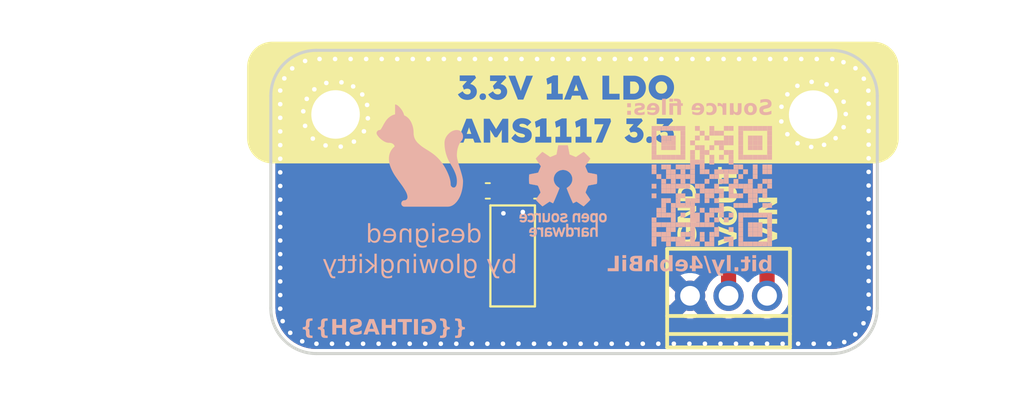
<source format=kicad_pcb>
(kicad_pcb (version 20240108) (generator "pcbnew") (generator_version "8.0")
  (layers (0 "F.Cu" signal) (31 "B.Cu" signal) (34 "B.Paste" user) (35 "F.Paste" user) (36 "B.SilkS" user "B.Silkscreen") (37 "F.SilkS" user "F.Silkscreen") (38 "B.Mask" user) (39 "F.Mask" user) (44 "Edge.Cuts" user))
  (net 0 "")
  (net 1 "vout")
  (net 2 "vcc")
  (net 3 "gnd")
  (footprint "lib:C0603" (layer "F.Cu") (at 131.005 83.32 180)
    (property "Reference" "C1" (hide yes))
    (property "Value" "10V 10uF X5R ±10% 0603  Multilayer Ceramic Capacitors MLCC - SMD/SMT ROHS")
  )
  (footprint "lib:MountingHole_3.2mm_M3" (layer "F.Cu") (at 149.27 78.29)
    (property "Reference" "U3" (hide yes))
    (property "Value" "")
  )
  (footprint "lib:MountingHole_3.2mm_M3" (layer "F.Cu") (at 117.77 78.28)
    (property "Reference" "U4" (hide yes))
    (property "Value" "")
  )
  (footprint "lib:SOT-223-3_L6.5-W3.4-P2.30-LS7.0-BR" (layer "F.Cu") (at 129.55 87.61)
    (property "Reference" "U1" (hide yes))
    (property "Value" "")
  )
  (footprint "lib:C0603" (layer "F.Cu") (at 127.81 83.32)
    (property "Reference" "C2" (hide yes))
    (property "Value" "10V 10uF X5R ±10% 0603  Multilayer Ceramic Capacitors MLCC - SMD/SMT ROHS")
  )
  (footprint "lib:CONN-TH_XY308-2.54-3P" (layer "F.Cu") (at 143.69 90.24 180)
    (property "Reference" "U2" (hide yes))
    (property "Value" "")
  )
  (footprint "Symbol:OSHW-Logo_5.7x6mm_SilkScreen" (layer "B.Cu") (at 132.78 83.33 180)
    (property "Reference" "REF**" (hide yes))
    (property "Value" "OSHW-Logo_5.7x6mm_SilkScreen" (hide yes))
  )
  (gr_poly (pts (xy 145.604343 85.074701) (xy 145.922012 85.074701) (xy 145.922012 84.757032) (xy 145.604343 84.757032)) (stroke (width -0.000001)) (fill solid) (layer "B.SilkS"))
  (gr_poly (pts (xy 140.839321 84.121694) (xy 141.15699 84.121694) (xy 141.15699 83.804024) (xy 140.839321 83.804024)) (stroke (width -0.000001)) (fill solid) (layer "B.SilkS"))
  (gr_poly (pts (xy 144.651335 82.215677) (xy 144.969004 82.215677) (xy 144.969004 81.898008) (xy 144.651335 81.898008)) (stroke (width -0.000001)) (fill solid) (layer "B.SilkS"))
  (gr_poly (pts (xy 140.203982 84.121694) (xy 140.521651 84.121694) (xy 140.521651 83.804024) (xy 140.203982 83.804024)) (stroke (width -0.000001)) (fill solid) (layer "B.SilkS"))
  (gr_poly (pts (xy 140.203982 83.168685) (xy 140.521651 83.168685) (xy 140.521651 82.851016) (xy 140.203982 82.851016)) (stroke (width -0.000001)) (fill solid) (layer "B.SilkS"))
  (gr_poly (pts (xy 146.239682 81.262669) (xy 146.557352 81.262669) (xy 146.557352 80.945) (xy 146.239682 80.945)) (stroke (width -0.000001)) (fill solid) (layer "B.SilkS"))
  (gr_poly (pts (xy 139.886312 83.486354) (xy 140.203982 83.486354) (xy 140.203982 83.168685) (xy 139.886312 83.168685)) (stroke (width -0.000001)) (fill solid) (layer "B.SilkS"))
  (gr_poly (pts (xy 145.604343 79.356653) (xy 145.922012 79.356653) (xy 145.922012 79.038984) (xy 145.604343 79.038984)) (stroke (width -0.000001)) (fill solid) (layer "B.SilkS"))
  (gr_poly (pts (xy 138.615635 86.345378) (xy 138.933305 86.345378) (xy 138.933305 86.027709) (xy 138.615635 86.027709)) (stroke (width -0.000001)) (fill solid) (layer "B.SilkS"))
  (gr_poly (pts (xy 146.239682 80.627331) (xy 146.557352 80.627331) (xy 146.557352 80.309661) (xy 146.239682 80.309661)) (stroke (width -0.000001)) (fill solid) (layer "B.SilkS"))
  (gr_poly (pts (xy 139.886312 82.851016) (xy 140.203982 82.851016) (xy 140.203982 82.533347) (xy 139.886312 82.533347)) (stroke (width -0.000001)) (fill solid) (layer "B.SilkS"))
  (gr_poly (pts (xy 140.521651 80.945) (xy 140.839321 80.945) (xy 140.839321 80.627331) (xy 140.521651 80.627331)) (stroke (width -0.000001)) (fill solid) (layer "B.SilkS"))
  (gr_poly (pts (xy 140.839321 83.168685) (xy 141.15699 83.168685) (xy 141.15699 82.851016) (xy 140.839321 82.851016)) (stroke (width -0.000001)) (fill solid) (layer "B.SilkS"))
  (gr_poly (pts (xy 138.933305 86.345378) (xy 139.250974 86.345378) (xy 139.250974 86.027709) (xy 138.933305 86.027709)) (stroke (width -0.000001)) (fill solid) (layer "B.SilkS"))
  (gr_poly (pts (xy 141.15699 84.757032) (xy 141.474659 84.757032) (xy 141.474659 84.439362) (xy 141.15699 84.439362)) (stroke (width -0.000001)) (fill solid) (layer "B.SilkS"))
  (gr_poly (pts (xy 145.922012 86.980717) (xy 146.239682 86.980717) (xy 146.239682 86.663048) (xy 145.922012 86.663048)) (stroke (width -0.000001)) (fill solid) (layer "B.SilkS"))
  (gr_poly (pts (xy 139.886312 82.533347) (xy 140.203982 82.533347) (xy 140.203982 82.215677) (xy 139.886312 82.215677)) (stroke (width -0.000001)) (fill solid) (layer "B.SilkS"))
  (gr_poly (pts (xy 144.969004 85.074701) (xy 145.286673 85.074701) (xy 145.286673 84.757032) (xy 144.969004 84.757032)) (stroke (width -0.000001)) (fill solid) (layer "B.SilkS"))
  (gr_poly (pts (xy 142.745337 84.121694) (xy 143.062988 84.121694) (xy 143.062988 83.804024) (xy 142.745337 83.804024)) (stroke (width -0.000001)) (fill solid) (layer "B.SilkS"))
  (gr_poly (pts (xy 138.615635 81.262669) (xy 138.933305 81.262669) (xy 138.933305 80.945) (xy 138.615635 80.945)) (stroke (width -0.000001)) (fill solid) (layer "B.SilkS"))
  (gr_poly (pts (xy 145.286673 83.486354) (xy 145.604343 83.486354) (xy 145.604343 83.168685) (xy 145.286673 83.168685)) (stroke (width -0.000001)) (fill solid) (layer "B.SilkS"))
  (gr_poly (pts (xy 143.380657 82.533347) (xy 143.698327 82.533347) (xy 143.698327 82.215677) (xy 143.380657 82.215677)) (stroke (width -0.000001)) (fill solid) (layer "B.SilkS"))
  (gr_poly (pts (xy 144.333665 85.074701) (xy 144.651335 85.074701) (xy 144.651335 84.757032) (xy 144.333665 84.757032)) (stroke (width -0.000001)) (fill solid) (layer "B.SilkS"))
  (gr_poly (pts (xy 144.651335 83.486354) (xy 144.969004 83.486354) (xy 144.969004 83.168685) (xy 144.651335 83.168685)) (stroke (width -0.000001)) (fill solid) (layer "B.SilkS"))
  (gr_poly (pts (xy 143.698327 79.991992) (xy 144.015996 79.991992) (xy 144.015996 79.674323) (xy 143.698327 79.674323)) (stroke (width -0.000001)) (fill solid) (layer "B.SilkS"))
  (gr_poly (pts (xy 140.203982 86.980717) (xy 140.521651 86.980717) (xy 140.521651 86.663048) (xy 140.203982 86.663048)) (stroke (width -0.000001)) (fill solid) (layer "B.SilkS"))
  (gr_poly (pts (xy 138.933305 85.71004) (xy 139.250974 85.71004) (xy 139.250974 85.392371) (xy 138.933305 85.392371)) (stroke (width -0.000001)) (fill solid) (layer "B.SilkS"))
  (gr_poly (pts (xy 143.062988 80.627331) (xy 143.380657 80.627331) (xy 143.380657 80.309661) (xy 143.062988 80.309661)) (stroke (width -0.000001)) (fill solid) (layer "B.SilkS"))
  (gr_poly (pts (xy 139.568644 79.356653) (xy 139.886312 79.356653) (xy 139.886312 79.038984) (xy 139.568644 79.038984)) (stroke (width -0.000001)) (fill solid) (layer "B.SilkS"))
  (gr_poly (pts (xy 141.792329 84.757032) (xy 142.109998 84.757032) (xy 142.109998 84.439362) (xy 141.792329 84.439362)) (stroke (width -0.000001)) (fill solid) (layer "B.SilkS"))
  (gr_poly (pts (xy 144.969004 81.262669) (xy 145.286673 81.262669) (xy 145.286673 80.945) (xy 144.969004 80.945)) (stroke (width -0.000001)) (fill solid) (layer "B.SilkS"))
  (gr_poly (pts (xy 139.886312 82.215677) (xy 140.203982 82.215677) (xy 140.203982 81.898008) (xy 139.886312 81.898008)) (stroke (width -0.000001)) (fill solid) (layer "B.SilkS"))
  (gr_poly (pts (xy 144.651335 81.262669) (xy 144.969004 81.262669) (xy 144.969004 80.945) (xy 144.651335 80.945)) (stroke (width -0.000001)) (fill solid) (layer "B.SilkS"))
  (gr_poly (pts (xy 145.604343 79.991992) (xy 145.922012 79.991992) (xy 145.922012 79.674323) (xy 145.604343 79.674323)) (stroke (width -0.000001)) (fill solid) (layer "B.SilkS"))
  (gr_poly (pts (xy 141.792329 81.580339) (xy 142.109998 81.580339) (xy 142.109998 81.262669) (xy 141.792329 81.262669)) (stroke (width -0.000001)) (fill solid) (layer "B.SilkS"))
  (gr_poly (pts (xy 145.286673 86.345378) (xy 145.604343 86.345378) (xy 145.604343 86.027709) (xy 145.286673 86.027709)) (stroke (width -0.000001)) (fill solid) (layer "B.SilkS"))
  (gr_poly (pts (xy 143.698327 86.027709) (xy 144.015996 86.027709) (xy 144.015996 85.71004) (xy 143.698327 85.71004)) (stroke (width -0.000001)) (fill solid) (layer "B.SilkS"))
  (gr_poly (pts (xy 141.474659 83.804024) (xy 141.792329 83.804024) (xy 141.792329 83.486354) (xy 141.474659 83.486354)) (stroke (width -0.000001)) (fill solid) (layer "B.SilkS"))
  (gr_poly (pts (xy 140.203982 83.804024) (xy 140.521651 83.804024) (xy 140.521651 83.486354) (xy 140.203982 83.486354)) (stroke (width -0.000001)) (fill solid) (layer "B.SilkS"))
  (gr_poly (pts (xy 145.286673 85.71004) (xy 145.604343 85.71004) (xy 145.604343 85.392371) (xy 145.286673 85.392371)) (stroke (width -0.000001)) (fill solid) (layer "B.SilkS"))
  (gr_poly (pts (xy 139.568644 86.345378) (xy 139.886312 86.345378) (xy 139.886312 86.027709) (xy 139.568644 86.027709)) (stroke (width -0.000001)) (fill solid) (layer "B.SilkS"))
  (gr_poly (pts (xy 142.745337 82.533347) (xy 143.062988 82.533347) (xy 143.062988 82.215677) (xy 142.745337 82.215677)) (stroke (width -0.000001)) (fill solid) (layer "B.SilkS"))
  (gr_poly (pts (xy 139.568644 81.898008) (xy 139.886312 81.898008) (xy 139.886312 81.580339) (xy 139.568644 81.580339)) (stroke (width -0.000001)) (fill solid) (layer "B.SilkS"))
  (gr_poly (pts (xy 143.698327 79.356653) (xy 144.015996 79.356653) (xy 144.015996 79.038984) (xy 143.698327 79.038984)) (stroke (width -0.000001)) (fill solid) (layer "B.SilkS"))
  (gr_poly (pts (xy 139.250974 85.074701) (xy 139.568644 85.074701) (xy 139.568644 84.757032) (xy 139.250974 84.757032)) (stroke (width -0.000001)) (fill solid) (layer "B.SilkS"))
  (gr_poly (pts (xy 140.521651 81.898008) (xy 140.839321 81.898008) (xy 140.839321 81.580339) (xy 140.521651 81.580339)) (stroke (width -0.000001)) (fill solid) (layer "B.SilkS"))
  (gr_poly (pts (xy 139.886312 84.439362) (xy 140.203982 84.439362) (xy 140.203982 84.121694) (xy 139.886312 84.121694)) (stroke (width -0.000001)) (fill solid) (layer "B.SilkS"))
  (gr_poly (pts (xy 141.15699 84.121694) (xy 141.474659 84.121694) (xy 141.474659 83.804024) (xy 141.15699 83.804024)) (stroke (width -0.000001)) (fill solid) (layer "B.SilkS"))
  (gr_poly (pts (xy 146.239682 81.898008) (xy 146.557352 81.898008) (xy 146.557352 81.580339) (xy 146.239682 81.580339)) (stroke (width -0.000001)) (fill solid) (layer "B.SilkS"))
  (gr_poly (pts (xy 142.745337 83.486354) (xy 143.062988 83.486354) (xy 143.062988 83.168685) (xy 142.745337 83.168685)) (stroke (width -0.000001)) (fill solid) (layer "B.SilkS"))
  (gr_poly (pts (xy 143.062988 82.215677) (xy 143.380657 82.215677) (xy 143.380657 81.898008) (xy 143.062988 81.898008)) (stroke (width -0.000001)) (fill solid) (layer "B.SilkS"))
  (gr_poly (pts (xy 143.062988 81.262669) (xy 143.380657 81.262669) (xy 143.380657 80.945) (xy 143.062988 80.945)) (stroke (width -0.000001)) (fill solid) (layer "B.SilkS"))
  (gr_poly (pts (xy 141.474659 85.71004) (xy 141.792329 85.71004) (xy 141.792329 85.392371) (xy 141.474659 85.392371)) (stroke (width -0.000001)) (fill solid) (layer "B.SilkS"))
  (gr_poly (pts (xy 144.969004 79.991992) (xy 145.286673 79.991992) (xy 145.286673 79.674323) (xy 144.969004 79.674323)) (stroke (width -0.000001)) (fill solid) (layer "B.SilkS"))
  (gr_poly (pts (xy 143.698327 86.980717) (xy 144.015996 86.980717) (xy 144.015996 86.663048) (xy 143.698327 86.663048)) (stroke (width -0.000001)) (fill solid) (layer "B.SilkS"))
  (gr_poly (pts (xy 140.203982 82.533347) (xy 140.521651 82.533347) (xy 140.521651 82.215677) (xy 140.203982 82.215677)) (stroke (width -0.000001)) (fill solid) (layer "B.SilkS"))
  (gr_poly (pts (xy 145.922012 82.851016) (xy 146.239682 82.851016) (xy 146.239682 82.533347) (xy 145.922012 82.533347)) (stroke (width -0.000001)) (fill solid) (layer "B.SilkS"))
  (gr_poly (pts (xy 143.062988 84.439362) (xy 143.380657 84.439362) (xy 143.380657 84.121694) (xy 143.062988 84.121694)) (stroke (width -0.000001)) (fill solid) (layer "B.SilkS"))
  (gr_poly (pts (xy 142.109998 83.804024) (xy 142.427667 83.804024) (xy 142.427667 83.486354) (xy 142.109998 83.486354)) (stroke (width -0.000001)) (fill solid) (layer "B.SilkS"))
  (gr_poly (pts (xy 141.15699 85.71004) (xy 141.474659 85.71004) (xy 141.474659 85.392371) (xy 141.15699 85.392371)) (stroke (width -0.000001)) (fill solid) (layer "B.SilkS"))
  (gr_poly (pts (xy 141.15699 86.345378) (xy 141.474659 86.345378) (xy 141.474659 86.027709) (xy 141.15699 86.027709)) (stroke (width -0.000001)) (fill solid) (layer "B.SilkS"))
  (gr_poly (pts (xy 145.286673 80.627331) (xy 145.604343 80.627331) (xy 145.604343 80.309661) (xy 145.286673 80.309661)) (stroke (width -0.000001)) (fill solid) (layer "B.SilkS"))
  (gr_poly (pts (xy 139.568644 81.262669) (xy 139.886312 81.262669) (xy 139.886312 80.945) (xy 139.568644 80.945)) (stroke (width -0.000001)) (fill solid) (layer "B.SilkS"))
  (gr_poly (pts (xy 141.15699 82.851016) (xy 141.474659 82.851016) (xy 141.474659 82.533347) (xy 141.15699 82.533347)) (stroke (width -0.000001)) (fill solid) (layer "B.SilkS"))
  (gr_poly (pts (xy 146.239682 86.980717) (xy 146.557352 86.980717) (xy 146.557352 86.663048) (xy 146.239682 86.663048)) (stroke (width -0.000001)) (fill solid) (layer "B.SilkS"))
  (gr_poly (pts (xy 139.886312 84.757032) (xy 140.203982 84.757032) (xy 140.203982 84.439362) (xy 139.886312 84.439362)) (stroke (width -0.000001)) (fill solid) (layer "B.SilkS"))
  (gr_poly (pts (xy 144.015996 84.439362) (xy 144.333665 84.439362) (xy 144.333665 84.121694) (xy 144.015996 84.121694)) (stroke (width -0.000001)) (fill solid) (layer "B.SilkS"))
  (gr_poly (pts (xy 145.922012 81.898008) (xy 146.239682 81.898008) (xy 146.239682 81.580339) (xy 145.922012 81.580339)) (stroke (width -0.000001)) (fill solid) (layer "B.SilkS"))
  (gr_poly (pts (xy 143.062988 83.486354) (xy 143.380657 83.486354) (xy 143.380657 83.168685) (xy 143.062988 83.168685)) (stroke (width -0.000001)) (fill solid) (layer "B.SilkS"))
  (gr_poly (pts (xy 141.15699 80.945) (xy 141.474659 80.945) (xy 141.474659 80.627331) (xy 141.15699 80.627331)) (stroke (width -0.000001)) (fill solid) (layer "B.SilkS"))
  (gr_poly (pts (xy 138.615635 86.980717) (xy 138.933305 86.980717) (xy 138.933305 86.663048) (xy 138.615635 86.663048)) (stroke (width -0.000001)) (fill solid) (layer "B.SilkS"))
  (gr_poly (pts (xy 138.615635 80.945) (xy 138.933305 80.945) (xy 138.933305 80.627331) (xy 138.615635 80.627331)) (stroke (width -0.000001)) (fill solid) (layer "B.SilkS"))
  (gr_poly (pts (xy 143.062988 82.851016) (xy 143.380657 82.851016) (xy 143.380657 82.533347) (xy 143.062988 82.533347)) (stroke (width -0.000001)) (fill solid) (layer "B.SilkS"))
  (gr_poly (pts (xy 145.286673 80.309661) (xy 145.604343 80.309661) (xy 145.604343 79.991992) (xy 145.286673 79.991992)) (stroke (width -0.000001)) (fill solid) (layer "B.SilkS"))
  (gr_poly (pts (xy 141.15699 84.439362) (xy 141.474659 84.439362) (xy 141.474659 84.121694) (xy 141.15699 84.121694)) (stroke (width -0.000001)) (fill solid) (layer "B.SilkS"))
  (gr_poly (pts (xy 142.109998 80.945) (xy 142.427667 80.945) (xy 142.427667 80.627331) (xy 142.109998 80.627331)) (stroke (width -0.000001)) (fill solid) (layer "B.SilkS"))
  (gr_poly (pts (xy 144.969004 86.027709) (xy 145.286673 86.027709) (xy 145.286673 85.71004) (xy 144.969004 85.71004)) (stroke (width -0.000001)) (fill solid) (layer "B.SilkS"))
  (gr_poly (pts (xy 145.604343 81.262669) (xy 145.922012 81.262669) (xy 145.922012 80.945) (xy 145.604343 80.945)) (stroke (width -0.000001)) (fill solid) (layer "B.SilkS"))
  (gr_poly (pts (xy 146.239682 86.027709) (xy 146.557352 86.027709) (xy 146.557352 85.71004) (xy 146.239682 85.71004)) (stroke (width -0.000001)) (fill solid) (layer "B.SilkS"))
  (gr_poly (pts (xy 144.969004 86.345378) (xy 145.286673 86.345378) (xy 145.286673 86.027709) (xy 144.969004 86.027709)) (stroke (width -0.000001)) (fill solid) (layer "B.SilkS"))
  (gr_poly (pts (xy 140.839321 84.439362) (xy 141.15699 84.439362) (xy 141.15699 84.121694) (xy 140.839321 84.121694)) (stroke (width -0.000001)) (fill solid) (layer "B.SilkS"))
  (gr_poly (pts (xy 146.239682 85.392371) (xy 146.557352 85.392371) (xy 146.557352 85.074701) (xy 146.239682 85.074701)) (stroke (width -0.000001)) (fill solid) (layer "B.SilkS"))
  (gr_poly (pts (xy 138.615635 83.168685) (xy 138.933305 83.168685) (xy 138.933305 82.851016) (xy 138.615635 82.851016)) (stroke (width -0.000001)) (fill solid) (layer "B.SilkS"))
  (gr_poly (pts (xy 144.333665 80.309661) (xy 144.651335 80.309661) (xy 144.651335 79.991992) (xy 144.333665 79.991992)) (stroke (width -0.000001)) (fill solid) (layer "B.SilkS"))
  (gr_poly (pts (xy 140.521651 86.980717) (xy 140.839321 86.980717) (xy 140.839321 86.663048) (xy 140.521651 86.663048)) (stroke (width -0.000001)) (fill solid) (layer "B.SilkS"))
  (gr_poly (pts (xy 142.745337 80.309661) (xy 143.062988 80.309661) (xy 143.062988 79.991992) (xy 142.745337 79.991992)) (stroke (width -0.000001)) (fill solid) (layer "B.SilkS"))
  (gr_poly (pts (xy 143.380657 82.215677) (xy 143.698327 82.215677) (xy 143.698327 81.898008) (xy 143.380657 81.898008)) (stroke (width -0.000001)) (fill solid) (layer "B.SilkS"))
  (gr_poly (pts (xy 144.969004 80.627331) (xy 145.286673 80.627331) (xy 145.286673 80.309661) (xy 144.969004 80.309661)) (stroke (width -0.000001)) (fill solid) (layer "B.SilkS"))
  (gr_poly (pts (xy 138.615635 79.356653) (xy 138.933305 79.356653) (xy 138.933305 79.038984) (xy 138.615635 79.038984)) (stroke (width -0.000001)) (fill solid) (layer "B.SilkS"))
  (gr_poly (pts (xy 145.286673 81.898008) (xy 145.604343 81.898008) (xy 145.604343 81.580339) (xy 145.286673 81.580339)) (stroke (width -0.000001)) (fill solid) (layer "B.SilkS"))
  (gr_poly (pts (xy 145.922012 83.486354) (xy 146.239682 83.486354) (xy 146.239682 83.168685) (xy 145.922012 83.168685)) (stroke (width -0.000001)) (fill solid) (layer "B.SilkS"))
  (gr_poly (pts (xy 138.615635 79.674323) (xy 138.933305 79.674323) (xy 138.933305 79.356653) (xy 138.615635 79.356653)) (stroke (width -0.000001)) (fill solid) (layer "B.SilkS"))
  (gr_poly (pts (xy 145.922012 81.262669) (xy 146.239682 81.262669) (xy 146.239682 80.945) (xy 145.922012 80.945)) (stroke (width -0.000001)) (fill solid) (layer "B.SilkS"))
  (gr_poly (pts (xy 140.521651 83.168685) (xy 140.839321 83.168685) (xy 140.839321 82.851016) (xy 140.521651 82.851016)) (stroke (width -0.000001)) (fill solid) (layer "B.SilkS"))
  (gr_poly (pts (xy 142.427667 86.663048) (xy 142.745337 86.663048) (xy 142.745337 86.345378) (xy 142.427667 86.345378)) (stroke (width -0.000001)) (fill solid) (layer "B.SilkS"))
  (gr_poly (pts (xy 143.380657 79.356653) (xy 143.698327 79.356653) (xy 143.698327 79.038984) (xy 143.380657 79.038984)) (stroke (width -0.000001)) (fill solid) (layer "B.SilkS"))
  (gr_poly (pts (xy 146.239682 86.345378) (xy 146.557352 86.345378) (xy 146.557352 86.027709) (xy 146.239682 86.027709)) (stroke (width -0.000001)) (fill solid) (layer "B.SilkS"))
  (gr_poly (pts (xy 145.286673 83.804024) (xy 145.604343 83.804024) (xy 145.604343 83.486354) (xy 145.286673 83.486354)) (stroke (width -0.000001)) (fill solid) (layer "B.SilkS"))
  (gr_poly (pts (xy 141.792329 86.345378) (xy 142.109998 86.345378) (xy 142.109998 86.027709) (xy 141.792329 86.027709)) (stroke (width -0.000001)) (fill solid) (layer "B.SilkS"))
  (gr_poly (pts (xy 145.604343 86.027709) (xy 145.922012 86.027709) (xy 145.922012 85.71004) (xy 145.604343 85.71004)) (stroke (width -0.000001)) (fill solid) (layer "B.SilkS"))
  (gr_poly (pts (xy 141.15699 82.215677) (xy 141.474659 82.215677) (xy 141.474659 81.898008) (xy 141.15699 81.898008)) (stroke (width -0.000001)) (fill solid) (layer "B.SilkS"))
  (gr_poly (pts (xy 138.933305 85.074701) (xy 139.250974 85.074701) (xy 139.250974 84.757032) (xy 138.933305 84.757032)) (stroke (width -0.000001)) (fill solid) (layer "B.SilkS"))
  (gr_poly (pts (xy 139.568644 83.168685) (xy 139.886312 83.168685) (xy 139.886312 82.851016) (xy 139.568644 82.851016)) (stroke (width -0.000001)) (fill solid) (layer "B.SilkS"))
  (gr_poly (pts (xy 140.521651 81.262669) (xy 140.839321 81.262669) (xy 140.839321 80.945) (xy 140.521651 80.945)) (stroke (width -0.000001)) (fill solid) (layer "B.SilkS"))
  (gr_poly (pts (xy 121.695374 78.272488) (xy 121.670853 78.278544) (xy 121.646631 78.285192) (xy 121.622707 78.292432) (xy 121.599081 78.300262) (xy 121.575753 78.308685) (xy 121.552724 78.317699) (xy 121.529993 78.327304) (xy 121.507561 78.337501) (xy 121.485427 78.348289) (xy 121.463592 78.359669) (xy 121.442055 78.37164) (xy 121.420816 78.384203) (xy 121.399876 78.397357) (xy 121.379235 78.411103) (xy 121.358892 78.425441) (xy 121.338848 78.44037) (xy 121.319202 78.455671) (xy 121.300053 78.471127) (xy 121.281402 78.486737) (xy 121.263248 78.502502) (xy 121.245591 78.518421) (xy 121.228432 78.534494) (xy 121.21177 78.550721) (xy 121.195605 78.567103) (xy 121.179938 78.583639) (xy 121.164768 78.600329) (xy 121.150095 78.617174) (xy 121.135919 78.634173) (xy 121.12224 78.651326) (xy 121.109058 78.668634) (xy 121.096374 78.686096) (xy 121.084186 78.703712) (xy 121.060663 78.739048) (xy 121.037834 78.77428) (xy 121.015701 78.80941) (xy 120.994263 78.844436) (xy 120.973522 78.87936) (xy 120.953477 78.914181) (xy 120.93413 78.948899) (xy 120.91548 78.983514) (xy 120.879861 79.049762) (xy 120.846235 79.110249) (xy 120.83017 79.138331) (xy 120.814603 79.164973) (xy 120.799534 79.190173) (xy 120.784964 79.213931) (xy 120.777825 79.225093) (xy 120.770736 79.235536) (xy 120.763696 79.245257) (xy 120.756707 79.254259) (xy 120.749767 79.262541) (xy 120.742878 79.270102) (xy 120.736038 79.276944) (xy 120.729248 79.283065) (xy 120.722509 79.288466) (xy 120.719157 79.290896) (xy 120.715819 79.293147) (xy 120.712493 79.295217) (xy 120.709179 79.297108) (xy 120.705878 79.298818) (xy 120.702589 79.300348) (xy 120.699312 79.301699) (xy 120.696049 79.302869) (xy 120.692797 79.303859) (xy 120.689558 79.304669) (xy 120.686332 79.305299) (xy 120.683118 79.305749) (xy 120.679917 79.306019) (xy 120.676728 79.306109) (xy 120.66647 79.306354) (xy 120.656386 79.307087) (xy 120.646476 79.308309) (xy 120.636741 79.310019) (xy 120.627179 79.312219) (xy 120.617791 79.314906) (xy 120.608578 79.318083) (xy 120.599538 79.321748) (xy 120.590673 79.325902) (xy 120.581981 79.330544) (xy 120.573464 79.335674) (xy 120.565121 79.341293) (xy 120.556951 79.347401) (xy 120.548956 79.353997) (xy 120.541135 79.361081) (xy 120.533488 79.368654) (xy 120.526164 79.376561) (xy 120.519313 79.384648) (xy 120.512934 79.392916) (xy 120.507027 79.401363) (xy 120.501592 79.409991) (xy 120.49663 79.418799) (xy 120.492141 79.427786) (xy 120.488124 79.436954) (xy 120.484579 79.446303) (xy 120.481507 79.455831) (xy 120.478907 79.465539) (xy 120.47678 79.475428) (xy 120.475126 79.485497) (xy 120.473944 79.495746) (xy 120.473235 79.506175) (xy 120.472999 79.516784) (xy 120.473446 79.525336) (xy 120.474789 79.53453) (xy 120.477027 79.544367) (xy 120.48016 79.554848) (xy 120.484188 79.565971) (xy 120.489111 79.577737) (xy 120.49493 79.590146) (xy 120.501644 79.603197) (xy 120.509253 79.616892) (xy 120.517757 79.63123) (xy 120.527157 79.64621) (xy 120.537452 79.661833) (xy 120.548643 79.678099) (xy 120.560729 79.695008) (xy 120.587587 79.730755) (xy 120.602247 79.74922) (xy 120.61758 79.767582) (xy 120.633583 79.785841) (xy 120.650258 79.803997) (xy 120.667605 79.82205) (xy 120.685623 79.84) (xy 120.704313 79.857848) (xy 120.723674 79.875593) (xy 120.743707 79.893234) (xy 120.764411 79.910773) (xy 120.785787 79.928209) (xy 120.807834 79.945542) (xy 120.830553 79.962772) (xy 120.853943 79.9799) (xy 120.902738 80.013846) (xy 120.927745 80.030189) (xy 120.952627 80.045478) (xy 120.977385 80.059712) (xy 121.002018 80.072892) (xy 121.026527 80.085017) (xy 121.050911 80.096088) (xy 121.075171 80.106105) (xy 121.099306 80.115067) (xy 121.123317 80.122975) (xy 121.147204 80.129828) (xy 121.170967 80.135627) (xy 121.194605 80.140372) (xy 121.218119 80.144063) (xy 121.241509 80.146698) (xy 121.264775 80.14828) (xy 121.287916 80.148807) (xy 121.32522 80.149733) (xy 121.3432 80.150891) (xy 121.360733 80.152511) (xy 121.377818 80.154594) (xy 121.394456 80.15714) (xy 121.410646 80.160149) (xy 121.426388 80.163621) (xy 121.441683 80.167556) (xy 121.45653 80.171954) (xy 121.470929 80.176815) (xy 121.484881 80.182139) (xy 121.498385 80.187925) (xy 121.511441 80.194175) (xy 121.52405 80.200887) (xy 121.536211 80.208062) (xy 121.547924 80.215701) (xy 121.55919 80.223802) (xy 121.570008 80.232366) (xy 121.580379 80.241392) (xy 121.590301 80.250882) (xy 121.599777 80.260835) (xy 121.608804 80.27125) (xy 121.617384 80.282129) (xy 121.625516 80.29347) (xy 121.633201 80.305274) (xy 121.640438 80.317541) (xy 121.647227 80.330271) (xy 121.653569 80.343463) (xy 121.659463 80.357119) (xy 121.664909 80.371237) (xy 121.669908 80.385818) (xy 121.623651 80.426812) (xy 121.580378 80.469142) (xy 121.54009 80.51281) (xy 121.502786 80.557815) (xy 121.468467 80.604158) (xy 121.437132 80.651838) (xy 121.408781 80.700855) (xy 121.383414 80.751209) (xy 121.361032 80.8029) (xy 121.341634 80.855929) (xy 121.32522 80.910295) (xy 121.311791 80.965998) (xy 121.301345 81.023037) (xy 121.293885 81.081414) (xy 121.289408 81.141128) (xy 121.287916 81.20218) (xy 121.288413 81.238466) (xy 121.289906 81.274907) (xy 121.292393 81.311503) (xy 121.295875 81.348253) (xy 121.300352 81.385158) (xy 121.305823 81.422216) (xy 121.31229 81.45943) (xy 121.319751 81.496797) (xy 121.328207 81.534319) (xy 121.337657 81.571996) (xy 121.348102 81.609826) (xy 121.359542 81.647811) (xy 121.371976 81.68595) (xy 121.385405 81.724243) (xy 121.399829 81.76269) (xy 121.415247 81.801291) (xy 121.447873 81.877825) (xy 121.482092 81.952713) (xy 121.517902 82.025955) (xy 121.555305 82.097551) (xy 121.594301 82.1675) (xy 121.634888 82.235804) (xy 121.677068 82.302462) (xy 121.72084 82.367473) (xy 121.809973 82.494822) (xy 121.899103 82.620116) (xy 121.988233 82.743354) (xy 122.077366 82.864536) (xy 122.121138 82.924406) (xy 122.163318 82.983864) (xy 122.203905 83.042909) (xy 122.242901 83.101542) (xy 122.280304 83.159764) (xy 122.316115 83.217574) (xy 122.350333 83.274974) (xy 122.38296 83.331964) (xy 122.398378 83.360138) (xy 122.412801 83.387875) (xy 122.42623 83.415174) (xy 122.438665 83.442037) (xy 122.450104 83.468462) (xy 122.460549 83.49445) (xy 122.47 83.52) (xy 122.478456 83.545113) (xy 122.485917 83.569789) (xy 122.492383 83.594028) (xy 122.497855 83.617829) (xy 122.502332 83.641193) (xy 122.505814 83.664119) (xy 122.508301 83.686608) (xy 122.509793 83.708659) (xy 122.510291 83.730273) (xy 122.510067 83.741667) (xy 122.509396 83.752803) (xy 122.508277 83.763682) (xy 122.50671 83.774303) (xy 122.504696 83.784668) (xy 122.502234 83.794775) (xy 122.499325 83.804624) (xy 122.495967 83.814217) (xy 122.492162 83.823552) (xy 122.487909 83.83263) (xy 122.483209 83.841451) (xy 122.47806 83.850015) (xy 122.472464 83.858322) (xy 122.466419 83.866371) (xy 122.459927 83.874164) (xy 122.452987 83.8817) (xy 122.445702 83.888875) (xy 122.438168 83.895588) (xy 122.430384 83.901837) (xy 122.422352 83.907623) (xy 122.414071 83.912946) (xy 122.40554 83.917806) (xy 122.396761 83.922204) (xy 122.387734 83.926138) (xy 122.378457 83.929609) (xy 122.368932 83.932617) (xy 122.359158 83.935163) (xy 122.349136 83.937245) (xy 122.338865 83.938865) (xy 122.328345 83.940022) (xy 122.317578 83.940716) (xy 122.306561 83.940947) (xy 122.296303 83.941192) (xy 122.286219 83.941925) (xy 122.27631 83.943147) (xy 122.266574 83.944857) (xy 122.257012 83.947057) (xy 122.247624 83.949744) (xy 122.238411 83.952921) (xy 122.229371 83.956586) (xy 122.220506 83.96074) (xy 122.211814 83.965382) (xy 122.203297 83.970512) (xy 122.194954 83.976131) (xy 122.186785 83.982239) (xy 122.178789 83.988835) (xy 122.170968 83.995919) (xy 122.163321 84.003492) (xy 122.155997 84.011399) (xy 122.149146 84.019487) (xy 122.142767 84.027754) (xy 122.13686 84.036202) (xy 122.131426 84.044829) (xy 122.126464 84.053637) (xy 122.121974 84.062625) (xy 122.117957 84.071793) (xy 122.114412 84.081141) (xy 122.11134 84.090669) (xy 122.108741 84.100378) (xy 122.106614 84.110266) (xy 122.104959 84.120335) (xy 122.103778 84.130584) (xy 122.103069 84.141013) (xy 122.102832 84.151623) (xy 122.103069 84.162232) (xy 122.103778 84.172661) (xy 122.104959 84.182909) (xy 122.106614 84.192978) (xy 122.108741 84.202867) (xy 122.11134 84.212575) (xy 122.114412 84.222103) (xy 122.117957 84.231452) (xy 122.121974 84.24062) (xy 122.126464 84.249608) (xy 122.131426 84.258415) (xy 122.13686 84.267043) (xy 122.142767 84.27549) (xy 122.149146 84.283758) (xy 122.155997 84.291845) (xy 122.163321 84.299752) (xy 122.170968 84.307325) (xy 122.178789 84.314409) (xy 122.186785 84.321005) (xy 122.194954 84.327113) (xy 122.203297 84.332732) (xy 122.211814 84.337862) (xy 122.220506 84.342505) (xy 122.229371 84.346658) (xy 122.238411 84.350323) (xy 122.247624 84.3535) (xy 122.257012 84.356188) (xy 122.266574 84.358387) (xy 122.27631 84.360097) (xy 122.286219 84.361319) (xy 122.296303 84.362053) (xy 122.306561 84.362297) (xy 125.15877 84.362297) (xy 125.195166 84.361333) (xy 125.231139 84.35844) (xy 125.26669 84.353618) (xy 125.301818 84.346868) (xy 125.336523 84.338188) (xy 125.370805 84.327581) (xy 125.404665 84.315044) (xy 125.438102 84.300578) (xy 125.471116 84.284184) (xy 125.503707 84.265861) (xy 125.535875 84.245609) (xy 125.567621 84.223428) (xy 125.598943 84.199318) (xy 125.629843 84.173279) (xy 125.660321 84.145311) (xy 125.690375 84.115414) (xy 125.719771 84.084025) (xy 125.748271 84.051582) (xy 125.775876 84.018085) (xy 125.802586 83.983533) (xy 125.8284 83.947927) (xy 125.853319 83.911267) (xy 125.877343 83.873552) (xy 125.900471 83.834784) (xy 125.922704 83.794961) (xy 125.944042 83.754084) (xy 125.964485 83.712153) (xy 125.984032 83.669168) (xy 126.002684 83.625128) (xy 126.020441 83.580035) (xy 126.037302 83.533888) (xy 126.053268 83.486687) (xy 126.082365 83.390504) (xy 126.107582 83.292881) (xy 126.12892 83.193819) (xy 126.146378 83.093316) (xy 126.159957 82.991373) (xy 126.169656 82.88799) (xy 126.175476 82.783166) (xy 126.177415 82.676901) (xy 126.17662 82.648922) (xy 126.174232 82.61765) (xy 126.164682 82.545232) (xy 126.148766 82.459645) (xy 126.126483 82.360891) (xy 126.097833 82.24897) (xy 126.062817 82.123881) (xy 126.021435 81.985625) (xy 125.973686 81.834203) (xy 125.925937 81.682781) (xy 125.884555 81.544525) (xy 125.849539 81.419436) (xy 125.82089 81.307515) (xy 125.798607 81.20876) (xy 125.789853 81.164321) (xy 125.78269 81.123174) (xy 125.77712 81.085319) (xy 125.77314 81.050756) (xy 125.770753 81.019484) (xy 125.769957 80.991505) (xy 125.770753 80.930351) (xy 125.77314 80.870329) (xy 125.77712 80.811437) (xy 125.78269 80.753677) (xy 125.789853 80.697049) (xy 125.798607 80.641551) (xy 125.808952 80.587185) (xy 125.82089 80.53395) (xy 125.834419 80.481847) (xy 125.849539 80.430876) (xy 125.866251 80.381035) (xy 125.884555 80.332327) (xy 125.90445 80.284749) (xy 125.925937 80.238304) (xy 125.949016 80.19299) (xy 125.973686 80.148807) (xy 125.976124 80.144641) (xy 125.980252 80.138726) (xy 125.986071 80.131063) (xy 125.993582 80.121651) (xy 126.002784 80.110491) (xy 126.013676 80.097582) (xy 126.040535 80.066519) (xy 126.055308 80.049028) (xy 126.069384 80.031126) (xy 126.082763 80.012814) (xy 126.095447 79.994091) (xy 126.107433 79.974958) (xy 126.118724 79.955414) (xy 126.129318 79.935459) (xy 126.139216 79.915093) (xy 126.143842 79.904717) (xy 126.148169 79.89416) (xy 126.152198 79.883424) (xy 126.155928 79.872508) (xy 126.15936 79.861411) (xy 126.162494 79.850134) (xy 126.165329 79.838677) (xy 126.167866 79.82704) (xy 126.170104 79.815223) (xy 126.172044 79.803226) (xy 126.173685 79.791048) (xy 126.175028 79.77869) (xy 126.176072 79.766153) (xy 126.176819 79.753435) (xy 126.177266 79.740537) (xy 126.177415 79.727458) (xy 126.176955 79.705459) (xy 126.175575 79.683896) (xy 126.173275 79.662769) (xy 126.170054 79.64208) (xy 126.165913 79.621828) (xy 126.160852 79.602012) (xy 126.154871 79.582634) (xy 126.14797 79.563692) (xy 126.140149 79.545188) (xy 126.131407 79.527121) (xy 126.121745 79.509491) (xy 126.111163 79.492299) (xy 126.099661 79.475544) (xy 126.087239 79.459226) (xy 126.073897 79.443345) (xy 126.059634 79.427902) (xy 126.0447 79.413154) (xy 126.029343 79.399357) (xy 126.013564 79.386512) (xy 125.997361 79.374618) (xy 125.980736 79.363676) (xy 125.963688 79.353685) (xy 125.946218 79.344645) (xy 125.928324 79.336558) (xy 125.910008 79.329421) (xy 125.891269 79.323237) (xy 125.872107 79.318003) (xy 125.852523 79.313721) (xy 125.832516 79.310391) (xy 125.812086 79.308012) (xy 125.791233 79.306585) (xy 125.769957 79.306109) (xy 125.731957 79.307138) (xy 125.694355 79.310224) (xy 125.65715 79.315368) (xy 125.620344 79.32257) (xy 125.583935 79.331828) (xy 125.547924 79.343144) (xy 125.512312 79.356518) (xy 125.477097 79.371949) (xy 125.44228 79.389437) (xy 125.407861 79.408982) (xy 125.373839 79.430585) (xy 125.340216 79.454245) (xy 125.306991 79.479962) (xy 125.274163 79.507737) (xy 125.241734 79.537568) (xy 125.209702 79.569457) (xy 125.178863 79.60258) (xy 125.150014 79.636115) (xy 125.123154 79.670061) (xy 125.098285 79.704418) (xy 125.075405 79.739188) (xy 125.054515 79.774368) (xy 125.035614 79.80996) (xy 125.018703 79.845964) (xy 125.003782 79.882379) (xy 124.990851 79.919206) (xy 124.979908 79.956444) (xy 124.970956 79.994093) (xy 124.963993 80.032155) (xy 124.959019 80.070627) (xy 124.956035 80.109512) (xy 124.95504 80.148807) (xy 124.956334 80.235474) (xy 124.960214 80.32101) (xy 124.966681 80.405413) (xy 124.975735 80.488685) (xy 124.987375 80.570826) (xy 125.001601 80.651836) (xy 125.018413 80.731715) (xy 125.03781 80.810464) (xy 125.059097 80.887252) (xy 125.081579 80.961264) (xy 125.105255 81.032499) (xy 125.130125 81.100956) (xy 125.156188 81.166637) (xy 125.183445 81.22954) (xy 125.211896 81.289665) (xy 125.241539 81.347012) (xy 125.302019 81.457912) (xy 125.362499 81.566751) (xy 125.422981 81.67353) (xy 125.483462 81.778252) (xy 125.513107 81.830453) (xy 125.541557 81.883375) (xy 125.568814 81.937019) (xy 125.594877 81.991385) (xy 125.619747 82.04647) (xy 125.643423 82.102276) (xy 125.665905 82.158802) (xy 125.687193 82.216047) (xy 125.706591 82.273652) (xy 125.71532 82.302455) (xy 125.723402 82.331259) (xy 125.730838 82.360062) (xy 125.737627 82.388866) (xy 125.74377 82.41767) (xy 125.749266 82.446474) (xy 125.754115 82.475278) (xy 125.758318 82.504082) (xy 125.761875 82.532886) (xy 125.764784 82.561689) (xy 125.767047 82.590493) (xy 125.768664 82.619296) (xy 125.769634 82.648098) (xy 125.769957 82.676901) (xy 125.769733 82.703607) (xy 125.769062 82.729414) (xy 125.767943 82.75432) (xy 125.766376 82.778327) (xy 125.764361 82.801433) (xy 125.761899 82.82364) (xy 125.758989 82.844946) (xy 125.755632 82.865353) (xy 125.751827 82.884859) (xy 125.747574 82.903466) (xy 125.742874 82.921172) (xy 125.737726 82.937978) (xy 125.73213 82.953884) (xy 125.726087 82.96889) (xy 125.719596 82.982995) (xy 125.712657 82.9962) (xy 125.705371 83.008557) (xy 125.697835 83.020116) (xy 125.690051 83.030879) (xy 125.682018 83.040844) (xy 125.673737 83.050013) (xy 125.665207 83.058384) (xy 125.656428 83.065958) (xy 125.647401 83.072735) (xy 125.638124 83.078715) (xy 125.6286 83.083898) (xy 125.618826 83.088283) (xy 125.608804 83.091871) (xy 125.598533 83.094662) (xy 125.588013 83.096655) (xy 125.577245 83.097851) (xy 125.566228 83.09825) (xy 125.555236 83.098019) (xy 125.544542 83.097324) (xy 125.534147 83.096168) (xy 125.52405 83.094548) (xy 125.514251 83.092465) (xy 125.504751 83.08992) (xy 125.49555 83.086911) (xy 125.486646 83.08344) (xy 125.478041 83.079506) (xy 125.469735 83.075109) (xy 125.461727 83.070248) (xy 125.454018 83.064925) (xy 125.446607 83.059139) (xy 125.439494 83.05289) (xy 125.43268 83.046177) (xy 125.426164 83.039002) (xy 125.419972 83.031697) (xy 125.414128 83.024599) (xy 125.408632 83.017706) (xy 125.403484 83.011019) (xy 125.398684 83.004538) (xy 125.394232 82.998262) (xy 125.390129 82.992193) (xy 125.386374 82.986329) (xy 125.382966 82.98067) (xy 125.379908 82.975218) (xy 125.377197 82.969971) (xy 125.374834 82.96493) (xy 125.37282 82.960095) (xy 125.371154 82.955466) (xy 125.369836 82.951042) (xy 125.368866 82.946824) (xy 125.367374 82.938697) (xy 125.36608 82.930776) (xy 125.364986 82.923062) (xy 125.364091 82.915553) (xy 125.363394 82.908251) (xy 125.362897 82.901154) (xy 125.362598 82.894262) (xy 125.362499 82.887576) (xy 125.361367 82.838327) (xy 125.357973 82.787689) (xy 125.352315 82.735663) (xy 125.344394 82.682248) (xy 125.33421 82.627444) (xy 125.321763 82.571252) (xy 125.307052 82.513671) (xy 125.290079 82.454702) (xy 125.270842 82.394344) (xy 125.249342 82.332597) (xy 125.225579 82.269462) (xy 125.199553 82.204938) (xy 125.171263 82.139025) (xy 125.14071 82.071724) (xy 125.107894 82.003034) (xy 125.072814 81.932956) (xy 125.036021 81.862929) (xy 124.998058 81.794393) (xy 124.958926 81.72735) (xy 124.918625 81.661797) (xy 124.877156 81.597736) (xy 124.834517 81.535167) (xy 124.79071 81.474089) (xy 124.745734 81.414502) (xy 124.69959 81.356408) (xy 124.652276 81.299804) (xy 124.603794 81.244692) (xy 124.554143 81.191072) (xy 124.503323 81.138943) (xy 124.451335 81.088305) (xy 124.398178 81.03916) (xy 124.343853 80.991505) (xy 124.281384 80.940278) (xy 124.214934 80.888639) (xy 124.144505 80.836587) (xy 124.070097 80.784123) (xy 123.991708 80.731247) (xy 123.90934 80.677961) (xy 123.822993 80.624263) (xy 123.732665 80.570156) (xy 123.729285 80.568304) (xy 123.725505 80.566041) (xy 123.721328 80.563366) (xy 123.716752 80.56028) (xy 123.711778 80.556782) (xy 123.706407 80.552873) (xy 123.700639 80.548552) (xy 123.694475 80.54382) (xy 123.660204 80.522679) (xy 123.627425 80.502054) (xy 123.596139 80.481944) (xy 123.566346 80.462349) (xy 123.538045 80.443269) (xy 123.511236 80.424703) (xy 123.48592 80.406652) (xy 123.462095 80.389115) (xy 123.43817 80.3708) (xy 123.412554 80.35043) (xy 123.385247 80.328002) (xy 123.356248 80.303519) (xy 123.325559 80.276979) (xy 123.293178 80.248381) (xy 123.259106 80.217727) (xy 123.223342 80.185015) (xy 123.205299 80.168004) (xy 123.187778 80.150709) (xy 123.170779 80.133131) (xy 123.154303 80.115271) (xy 123.138349 80.097127) (xy 123.122917 80.078701) (xy 123.108007 80.059992) (xy 123.09362 80.041) (xy 123.079756 80.021725) (xy 123.066413 80.002167) (xy 123.053594 79.982327) (xy 123.041296 79.962204) (xy 123.029522 79.941798) (xy 123.01827 79.92111) (xy 123.00754 79.900138) (xy 122.997333 79.878885) (xy 122.987695 79.857409) (xy 122.978679 79.835779) (xy 122.970284 79.813996) (xy 122.962512 79.792058) (xy 122.955362 79.769966) (xy 122.948834 79.74772) (xy 122.942927 79.72532) (xy 122.937642 79.702765) (xy 122.93298 79.680057) (xy 122.928939 79.657195) (xy 122.925519 79.634178) (xy 122.922722 79.611007) (xy 122.920546 79.587683) (xy 122.918992 79.564204) (xy 122.91806 79.540571) (xy 122.917749 79.516784) (xy 122.917127 79.467676) (xy 122.915261 79.419109) (xy 122.912152 79.371082) (xy 122.9078 79.323595) (xy 122.902204 79.276648) (xy 122.895364 79.230242) (xy 122.887281 79.184375) (xy 122.877954 79.139049) (xy 122.867385 79.094263) (xy 122.855571 79.050017) (xy 122.842514 79.006311) (xy 122.828214 78.963145) (xy 122.812671 78.92052) (xy 122.795884 78.878434) (xy 122.777854 78.836888) (xy 122.758581 78.795883) (xy 122.738114 78.755905) (xy 122.716503 78.717445) (xy 122.693747 78.680503) (xy 122.669848 78.645077) (xy 122.644804 78.611169) (xy 122.618616 78.578779) (xy 122.591285 78.547905) (xy 122.562809 78.518549) (xy 122.533189 78.49071) (xy 122.502425 78.464389) (xy 122.470517 78.439585) (xy 122.437465 78.416298) (xy 122.40327 78.394528) (xy 122.36793 78.374276) (xy 122.331447 78.355541) (xy 122.293819 78.338324) (xy 122.286111 78.307116) (xy 122.277309 78.276037) (xy 122.267413 78.245086) (xy 122.256422 78.214264) (xy 122.244337 78.183571) (xy 122.231157 78.153006) (xy 122.216882 78.12257) (xy 122.201514 78.092262) (xy 122.18505 78.062083) (xy 122.167492 78.032033) (xy 122.14884 78.002111) (xy 122.129093 77.972318) (xy 122.108251 77.942653) (xy 122.086315 77.913117) (xy 122.063284 77.883709) (xy 122.039158 77.85443) (xy 122.014687 77.826128) (xy 121.990614 77.799653) (xy 121.96694 77.775003) (xy 121.943663 77.752179) (xy 121.920784 77.731181) (xy 121.898303 77.712009) (xy 121.87622 77.694663) (xy 121.854535 77.679143) (xy 121.833248 77.665449) (xy 121.812358 77.65358) (xy 121.791867 77.643538) (xy 121.771773 77.635321) (xy 121.752077 77.62893) (xy 121.732778 77.624365) (xy 121.723278 77.622768) (xy 121.713877 77.621627) (xy 121.704576 77.620942) (xy 121.695374 77.620714)) (stroke (width -0.000001)) (fill solid) (layer "B.SilkS"))
  (gr_poly (pts (xy 143.698327 80.309661) (xy 144.015996 80.309661) (xy 144.015996 79.991992) (xy 143.698327 79.991992)) (stroke (width -0.000001)) (fill solid) (layer "B.SilkS"))
  (gr_poly (pts (xy 140.203982 81.262669) (xy 140.521651 81.262669) (xy 140.521651 80.945) (xy 140.203982 80.945)) (stroke (width -0.000001)) (fill solid) (layer "B.SilkS"))
  (gr_poly (pts (xy 144.333665 81.898008) (xy 144.651335 81.898008) (xy 144.651335 81.580339) (xy 144.333665 81.580339)) (stroke (width -0.000001)) (fill solid) (layer "B.SilkS"))
  (gr_poly (pts (xy 139.568644 85.71004) (xy 139.886312 85.71004) (xy 139.886312 85.392371) (xy 139.568644 85.392371)) (stroke (width -0.000001)) (fill solid) (layer "B.SilkS"))
  (gr_poly (pts (xy 139.886312 85.074701) (xy 140.203982 85.074701) (xy 140.203982 84.757032) (xy 139.886312 84.757032)) (stroke (width -0.000001)) (fill solid) (layer "B.SilkS"))
  (gr_poly (pts (xy 146.239682 80.309661) (xy 146.557352 80.309661) (xy 146.557352 79.991992) (xy 146.239682 79.991992)) (stroke (width -0.000001)) (fill solid) (layer "B.SilkS"))
  (gr_poly (pts (xy 144.333665 86.663048) (xy 144.651335 86.663048) (xy 144.651335 86.345378) (xy 144.333665 86.345378)) (stroke (width -0.000001)) (fill solid) (layer "B.SilkS"))
  (gr_poly (pts (xy 140.839321 86.980717) (xy 141.15699 86.980717) (xy 141.15699 86.663048) (xy 140.839321 86.663048)) (stroke (width -0.000001)) (fill solid) (layer "B.SilkS"))
  (gr_poly (pts (xy 139.250974 83.486354) (xy 139.568644 83.486354) (xy 139.568644 83.168685) (xy 139.250974 83.168685)) (stroke (width -0.000001)) (fill solid) (layer "B.SilkS"))
  (gr_poly (pts (xy 142.109998 85.392371) (xy 142.427667 85.392371) (xy 142.427667 85.074701) (xy 142.109998 85.074701)) (stroke (width -0.000001)) (fill solid) (layer "B.SilkS"))
  (gr_poly (pts (xy 143.062988 85.074701) (xy 143.380657 85.074701) (xy 143.380657 84.757032) (xy 143.062988 84.757032)) (stroke (width -0.000001)) (fill solid) (layer "B.SilkS"))
  (gr_poly (pts (xy 145.286673 82.215677) (xy 145.604343 82.215677) (xy 145.604343 81.898008) (xy 145.286673 81.898008)) (stroke (width -0.000001)) (fill solid) (layer "B.SilkS"))
  (gr_poly (pts (xy 141.792329 80.945) (xy 142.109998 80.945) (xy 142.109998 80.627331) (xy 141.792329 80.627331)) (stroke (width -0.000001)) (fill solid) (layer "B.SilkS"))
  (gr_poly (pts (xy 138.615635 82.215677) (xy 138.933305 82.215677) (xy 138.933305 81.898008) (xy 138.615635 81.898008)) (stroke (width -0.000001)) (fill solid) (layer "B.SilkS"))
  (gr_poly (pts (xy 144.333665 86.027709) (xy 144.651335 86.027709) (xy 144.651335 85.71004) (xy 144.333665 85.71004)) (stroke (width -0.000001)) (fill solid) (layer "B.SilkS"))
  (gr_poly (pts (xy 145.286673 84.121694) (xy 145.604343 84.121694) (xy 145.604343 83.804024) (xy 145.286673 83.804024)) (stroke (width -0.000001)) (fill solid) (layer "B.SilkS"))
  (gr_poly (pts (xy 143.380657 85.392371) (xy 143.698327 85.392371) (xy 143.698327 85.074701) (xy 143.380657 85.074701)) (stroke (width -0.000001)) (fill solid) (layer "B.SilkS"))
  (gr_poly (pts (xy 139.568644 85.074701) (xy 139.886312 85.074701) (xy 139.886312 84.757032) (xy 139.568644 84.757032)) (stroke (width -0.000001)) (fill solid) (layer "B.SilkS"))
  (gr_poly (pts (xy 138.615635 80.309661) (xy 138.933305 80.309661) (xy 138.933305 79.991992) (xy 138.615635 79.991992)) (stroke (width -0.000001)) (fill solid) (layer "B.SilkS"))
  (gr_poly (pts (xy 144.969004 85.71004) (xy 145.286673 85.71004) (xy 145.286673 85.392371) (xy 144.969004 85.392371)) (stroke (width -0.000001)) (fill solid) (layer "B.SilkS"))
  (gr_poly (pts (xy 138.933305 81.262669) (xy 139.250974 81.262669) (xy 139.250974 80.945) (xy 138.933305 80.945)) (stroke (width -0.000001)) (fill solid) (layer "B.SilkS"))
  (gr_poly (pts (xy 144.333665 83.168685) (xy 144.651335 83.168685) (xy 144.651335 82.851016) (xy 144.333665 82.851016)) (stroke (width -0.000001)) (fill solid) (layer "B.SilkS"))
  (gr_poly (pts (xy 139.568644 84.121694) (xy 139.886312 84.121694) (xy 139.886312 83.804024) (xy 139.568644 83.804024)) (stroke (width -0.000001)) (fill solid) (layer "B.SilkS"))
  (gr_poly (pts (xy 146.239682 79.674323) (xy 146.557352 79.674323) (xy 146.557352 79.356653) (xy 146.239682 79.356653)) (stroke (width -0.000001)) (fill solid) (layer "B.SilkS"))
  (gr_poly (pts (xy 140.521651 82.533347) (xy 140.839321 82.533347) (xy 140.839321 82.215677) (xy 140.521651 82.215677)) (stroke (width -0.000001)) (fill solid) (layer "B.SilkS"))
  (gr_poly (pts (xy 145.604343 85.71004) (xy 145.922012 85.71004) (xy 145.922012 85.392371) (xy 145.604343 85.392371)) (stroke (width -0.000001)) (fill solid) (layer "B.SilkS"))
  (gr_poly (pts (xy 146.239682 82.851016) (xy 146.557352 82.851016) (xy 146.557352 82.533347) (xy 146.239682 82.533347)) (stroke (width -0.000001)) (fill solid) (layer "B.SilkS"))
  (gr_poly (pts (xy 139.568644 86.980717) (xy 139.886312 86.980717) (xy 139.886312 86.663048) (xy 139.568644 86.663048)) (stroke (width -0.000001)) (fill solid) (layer "B.SilkS"))
  (gr_poly (pts (xy 139.250974 86.663048) (xy 139.568644 86.663048) (xy 139.568644 86.345378) (xy 139.250974 86.345378)) (stroke (width -0.000001)) (fill solid) (layer "B.SilkS"))
  (gr_poly (pts (xy 141.792329 81.898008) (xy 142.109998 81.898008) (xy 142.109998 81.580339) (xy 141.792329 81.580339)) (stroke (width -0.000001)) (fill solid) (layer "B.SilkS"))
  (gr_poly (pts (xy 144.969004 79.356653) (xy 145.286673 79.356653) (xy 145.286673 79.038984) (xy 144.969004 79.038984)) (stroke (width -0.000001)) (fill solid) (layer "B.SilkS"))
  (gr_poly (pts (xy 143.698327 86.663048) (xy 144.015996 86.663048) (xy 144.015996 86.345378) (xy 143.698327 86.345378)) (stroke (width -0.000001)) (fill solid) (layer "B.SilkS"))
  (gr_poly (pts (xy 141.474659 79.356653) (xy 141.792329 79.356653) (xy 141.792329 79.038984) (xy 141.474659 79.038984)) (stroke (width -0.000001)) (fill solid) (layer "B.SilkS"))
  (gr_poly (pts (xy 142.109998 84.121694) (xy 142.427667 84.121694) (xy 142.427667 83.804024) (xy 142.109998 83.804024)) (stroke (width -0.000001)) (fill solid) (layer "B.SilkS"))
  (gr_poly (pts (xy 139.886312 79.356653) (xy 140.203982 79.356653) (xy 140.203982 79.038984) (xy 139.886312 79.038984)) (stroke (width -0.000001)) (fill solid) (layer "B.SilkS"))
  (gr_poly (pts (xy 145.286673 86.027709) (xy 145.604343 86.027709) (xy 145.604343 85.71004) (xy 145.286673 85.71004)) (stroke (width -0.000001)) (fill solid) (layer "B.SilkS"))
  (gr_poly (pts (xy 142.427667 84.757032) (xy 142.745337 84.757032) (xy 142.745337 84.439362) (xy 142.427667 84.439362)) (stroke (width -0.000001)) (fill solid) (layer "B.SilkS"))
  (gr_poly (pts (xy 143.698327 81.262669) (xy 144.015996 81.262669) (xy 144.015996 80.945) (xy 143.698327 80.945)) (stroke (width -0.000001)) (fill solid) (layer "B.SilkS"))
  (gr_poly (pts (xy 145.604343 86.980717) (xy 145.922012 86.980717) (xy 145.922012 86.663048) (xy 145.604343 86.663048)) (stroke (width -0.000001)) (fill solid) (layer "B.SilkS"))
  (gr_poly (pts (xy 142.427667 81.580339) (xy 142.745337 81.580339) (xy 142.745337 81.262669) (xy 142.427667 81.262669)) (stroke (width -0.000001)) (fill solid) (layer "B.SilkS"))
  (gr_poly (pts (xy 146.239682 79.991992) (xy 146.557352 79.991992) (xy 146.557352 79.674323) (xy 146.239682 79.674323)) (stroke (width -0.000001)) (fill solid) (layer "B.SilkS"))
  (gr_poly (pts (xy 141.792329 85.71004) (xy 142.109998 85.71004) (xy 142.109998 85.392371) (xy 141.792329 85.392371)) (stroke (width -0.000001)) (fill solid) (layer "B.SilkS"))
  (gr_poly (pts (xy 144.651335 83.168685) (xy 144.969004 83.168685) (xy 144.969004 82.851016) (xy 144.651335 82.851016)) (stroke (width -0.000001)) (fill solid) (layer "B.SilkS"))
  (gr_poly (pts (xy 146.239682 86.663048) (xy 146.557352 86.663048) (xy 146.557352 86.345378) (xy 146.239682 86.345378)) (stroke (width -0.000001)) (fill solid) (layer "B.SilkS"))
  (gr_poly (pts (xy 144.333665 86.980717) (xy 144.651335 86.980717) (xy 144.651335 86.663048) (xy 144.333665 86.663048)) (stroke (width -0.000001)) (fill solid) (layer "B.SilkS"))
  (gr_poly (pts (xy 141.15699 86.027709) (xy 141.474659 86.027709) (xy 141.474659 85.71004) (xy 141.15699 85.71004)) (stroke (width -0.000001)) (fill solid) (layer "B.SilkS"))
  (gr_poly (pts (xy 142.109998 85.074701) (xy 142.427667 85.074701) (xy 142.427667 84.757032) (xy 142.109998 84.757032)) (stroke (width -0.000001)) (fill solid) (layer "B.SilkS"))
  (gr_poly (pts (xy 143.380657 82.851016) (xy 143.698327 82.851016) (xy 143.698327 82.533347) (xy 143.380657 82.533347)) (stroke (width -0.000001)) (fill solid) (layer "B.SilkS"))
  (gr_poly (pts (xy 141.792329 83.168685) (xy 142.109998 83.168685) (xy 142.109998 82.851016) (xy 141.792329 82.851016)) (stroke (width -0.000001)) (fill solid) (layer "B.SilkS"))
  (gr_poly (pts (xy 141.792329 82.215677) (xy 142.109998 82.215677) (xy 142.109998 81.898008) (xy 141.792329 81.898008)) (stroke (width -0.000001)) (fill solid) (layer "B.SilkS"))
  (gr_poly (pts (xy 141.792329 86.663048) (xy 142.109998 86.663048) (xy 142.109998 86.345378) (xy 141.792329 86.345378)) (stroke (width -0.000001)) (fill solid) (layer "B.SilkS"))
  (gr_poly (pts (xy 142.427667 83.486354) (xy 142.745337 83.486354) (xy 142.745337 83.168685) (xy 142.427667 83.168685)) (stroke (width -0.000001)) (fill solid) (layer "B.SilkS"))
  (gr_poly (pts (xy 141.792329 81.262669) (xy 142.109998 81.262669) (xy 142.109998 80.945) (xy 141.792329 80.945)) (stroke (width -0.000001)) (fill solid) (layer "B.SilkS"))
  (gr_poly (pts (xy 143.062988 84.757032) (xy 143.380657 84.757032) (xy 143.380657 84.439362) (xy 143.062988 84.439362)) (stroke (width -0.000001)) (fill solid) (layer "B.SilkS"))
  (gr_poly (pts (xy 138.615635 85.392371) (xy 138.933305 85.392371) (xy 138.933305 85.074701) (xy 138.615635 85.074701)) (stroke (width -0.000001)) (fill solid) (layer "B.SilkS"))
  (gr_poly (pts (xy 139.250974 83.168685) (xy 139.568644 83.168685) (xy 139.568644 82.851016) (xy 139.250974 82.851016)) (stroke (width -0.000001)) (fill solid) (layer "B.SilkS"))
  (gr_poly (pts (xy 143.698327 83.804024) (xy 144.015996 83.804024) (xy 144.015996 83.486354) (xy 143.698327 83.486354)) (stroke (width -0.000001)) (fill solid) (layer "B.SilkS"))
  (gr_poly (pts (xy 139.886312 86.027709) (xy 140.203982 86.027709) (xy 140.203982 85.71004) (xy 139.886312 85.71004)) (stroke (width -0.000001)) (fill solid) (layer "B.SilkS"))
  (gr_poly (pts (xy 145.604343 83.168685) (xy 145.922012 83.168685) (xy 145.922012 82.851016) (xy 145.604343 82.851016)) (stroke (width -0.000001)) (fill solid) (layer "B.SilkS"))
  (gr_poly (pts (xy 143.698327 81.580339) (xy 144.015996 81.580339) (xy 144.015996 81.262669) (xy 143.698327 81.262669)) (stroke (width -0.000001)) (fill solid) (layer "B.SilkS"))
  (gr_poly (pts (xy 141.15699 82.533347) (xy 141.474659 82.533347) (xy 141.474659 82.215677) (xy 141.15699 82.215677)) (stroke (width -0.000001)) (fill solid) (layer "B.SilkS"))
  (gr_poly (pts (xy 143.698327 82.215677) (xy 144.015996 82.215677) (xy 144.015996 81.898008) (xy 143.698327 81.898008)) (stroke (width -0.000001)) (fill solid) (layer "B.SilkS"))
  (gr_poly (pts (xy 140.521651 84.439362) (xy 140.839321 84.439362) (xy 140.839321 84.121694) (xy 140.521651 84.121694)) (stroke (width -0.000001)) (fill solid) (layer "B.SilkS"))
  (gr_poly (pts (xy 143.062988 80.309661) (xy 143.380657 80.309661) (xy 143.380657 79.991992) (xy 143.062988 79.991992)) (stroke (width -0.000001)) (fill solid) (layer "B.SilkS"))
  (gr_poly (pts (xy 144.333665 85.392371) (xy 144.651335 85.392371) (xy 144.651335 85.074701) (xy 144.333665 85.074701)) (stroke (width -0.000001)) (fill solid) (layer "B.SilkS"))
  (gr_poly (pts (xy 140.521651 79.356653) (xy 140.839321 79.356653) (xy 140.839321 79.038984) (xy 140.521651 79.038984)) (stroke (width -0.000001)) (fill solid) (layer "B.SilkS"))
  (gr_poly (pts (xy 139.250974 86.345378) (xy 139.568644 86.345378) (xy 139.568644 86.027709) (xy 139.250974 86.027709)) (stroke (width -0.000001)) (fill solid) (layer "B.SilkS"))
  (gr_poly (pts (xy 139.568644 86.663048) (xy 139.886312 86.663048) (xy 139.886312 86.345378) (xy 139.568644 86.345378)) (stroke (width -0.000001)) (fill solid) (layer "B.SilkS"))
  (gr_poly (pts (xy 141.15699 85.074701) (xy 141.474659 85.074701) (xy 141.474659 84.757032) (xy 141.15699 84.757032)) (stroke (width -0.000001)) (fill solid) (layer "B.SilkS"))
  (gr_poly (pts (xy 144.015996 82.851016) (xy 144.333665 82.851016) (xy 144.333665 82.533347) (xy 144.015996 82.533347)) (stroke (width -0.000001)) (fill solid) (layer "B.SilkS"))
  (gr_poly (pts (xy 140.203982 79.356653) (xy 140.521651 79.356653) (xy 140.521651 79.038984) (xy 140.203982 79.038984)) (stroke (width -0.000001)) (fill solid) (layer "B.SilkS"))
  (gr_poly (pts (xy 145.604343 86.345378) (xy 145.922012 86.345378) (xy 145.922012 86.027709) (xy 145.604343 86.027709)) (stroke (width -0.000001)) (fill solid) (layer "B.SilkS"))
  (gr_poly (pts (xy 142.427667 80.627331) (xy 142.745337 80.627331) (xy 142.745337 80.309661) (xy 142.427667 80.309661)) (stroke (width -0.000001)) (fill solid) (layer "B.SilkS"))
  (gr_poly (pts (xy 140.839321 85.71004) (xy 141.15699 85.71004) (xy 141.15699 85.392371) (xy 140.839321 85.392371)) (stroke (width -0.000001)) (fill solid) (layer "B.SilkS"))
  (gr_poly (pts (xy 143.698327 83.486354) (xy 144.015996 83.486354) (xy 144.015996 83.168685) (xy 143.698327 83.168685)) (stroke (width -0.000001)) (fill solid) (layer "B.SilkS"))
  (gr_poly (pts (xy 138.615635 86.663048) (xy 138.933305 86.663048) (xy 138.933305 86.345378) (xy 138.615635 86.345378)) (stroke (width -0.000001)) (fill solid) (layer "B.SilkS"))
  (gr_poly (pts (xy 144.333665 79.991992) (xy 144.651335 79.991992) (xy 144.651335 79.674323) (xy 144.333665 79.674323)) (stroke (width -0.000001)) (fill solid) (layer "B.SilkS"))
  (gr_poly (pts (xy 142.427667 79.356653) (xy 142.745337 79.356653) (xy 142.745337 79.038984) (xy 142.427667 79.038984)) (stroke (width -0.000001)) (fill solid) (layer "B.SilkS"))
  (gr_poly (pts (xy 142.427667 86.345378) (xy 142.745337 86.345378) (xy 142.745337 86.027709) (xy 142.427667 86.027709)) (stroke (width -0.000001)) (fill solid) (layer "B.SilkS"))
  (gr_poly (pts (xy 143.062988 79.674323) (xy 143.380657 79.674323) (xy 143.380657 79.356653) (xy 143.062988 79.356653)) (stroke (width -0.000001)) (fill solid) (layer "B.SilkS"))
  (gr_poly (pts (xy 139.568644 79.991992) (xy 139.886312 79.991992) (xy 139.886312 79.674323) (xy 139.568644 79.674323)) (stroke (width -0.000001)) (fill solid) (layer "B.SilkS"))
  (gr_poly (pts (xy 144.969004 83.168685) (xy 145.286673 83.168685) (xy 145.286673 82.851016) (xy 144.969004 82.851016)) (stroke (width -0.000001)) (fill solid) (layer "B.SilkS"))
  (gr_poly (pts (xy 140.521651 85.71004) (xy 140.839321 85.71004) (xy 140.839321 85.392371) (xy 140.521651 85.392371)) (stroke (width -0.000001)) (fill solid) (layer "B.SilkS"))
  (gr_poly (pts (xy 139.886312 86.663048) (xy 140.203982 86.663048) (xy 140.203982 86.345378) (xy 139.886312 86.345378)) (stroke (width -0.000001)) (fill solid) (layer "B.SilkS"))
  (gr_poly (pts (xy 141.15699 81.898008) (xy 141.474659 81.898008) (xy 141.474659 81.580339) (xy 141.15699 81.580339)) (stroke (width -0.000001)) (fill solid) (layer "B.SilkS"))
  (gr_poly (pts (xy 141.792329 79.674323) (xy 142.109998 79.674323) (xy 142.109998 79.356653) (xy 141.792329 79.356653)) (stroke (width -0.000001)) (fill solid) (layer "B.SilkS"))
  (gr_poly (pts (xy 142.109998 82.215677) (xy 142.427667 82.215677) (xy 142.427667 81.898008) (xy 142.109998 81.898008)) (stroke (width -0.000001)) (fill solid) (layer "B.SilkS"))
  (gr_poly (pts (xy 145.286673 79.991992) (xy 145.604343 79.991992) (xy 145.604343 79.674323) (xy 145.286673 79.674323)) (stroke (width -0.000001)) (fill solid) (layer "B.SilkS"))
  (gr_poly (pts (xy 144.651335 79.356653) (xy 144.969004 79.356653) (xy 144.969004 79.038984) (xy 144.651335 79.038984)) (stroke (width -0.000001)) (fill solid) (layer "B.SilkS"))
  (gr_poly (pts (xy 141.792329 80.627331) (xy 142.109998 80.627331) (xy 142.109998 80.309661) (xy 141.792329 80.309661)) (stroke (width -0.000001)) (fill solid) (layer "B.SilkS"))
  (gr_poly (pts (xy 139.568644 83.486354) (xy 139.886312 83.486354) (xy 139.886312 83.168685) (xy 139.568644 83.168685)) (stroke (width -0.000001)) (fill solid) (layer "B.SilkS"))
  (gr_poly (pts (xy 144.969004 86.980717) (xy 145.286673 86.980717) (xy 145.286673 86.663048) (xy 144.969004 86.663048)) (stroke (width -0.000001)) (fill solid) (layer "B.SilkS"))
  (gr_poly (pts (xy 143.698327 85.074701) (xy 144.015996 85.074701) (xy 144.015996 84.757032) (xy 143.698327 84.757032)) (stroke (width -0.000001)) (fill solid) (layer "B.SilkS"))
  (gr_poly (pts (xy 139.250974 84.757032) (xy 139.568644 84.757032) (xy 139.568644 84.439362) (xy 139.250974 84.439362)) (stroke (width -0.000001)) (fill solid) (layer "B.SilkS"))
  (gr_poly (pts (xy 144.969004 84.121694) (xy 145.286673 84.121694) (xy 145.286673 83.804024) (xy 144.969004 83.804024)) (stroke (width -0.000001)) (fill solid) (layer "B.SilkS"))
  (gr_poly (pts (xy 144.333665 79.356653) (xy 144.651335 79.356653) (xy 144.651335 79.038984) (xy 144.333665 79.038984)) (stroke (width -0.000001)) (fill solid) (layer "B.SilkS"))
  (gr_poly (pts (xy 142.109998 79.991992) (xy 142.427667 79.991992) (xy 142.427667 79.674323) (xy 142.109998 79.674323)) (stroke (width -0.000001)) (fill solid) (layer "B.SilkS"))
  (gr_poly (pts (xy 139.250974 81.262669) (xy 139.568644 81.262669) (xy 139.568644 80.945) (xy 139.250974 80.945)) (stroke (width -0.000001)) (fill solid) (layer "B.SilkS"))
  (gr_poly (pts (xy 139.250974 81.898008) (xy 139.568644 81.898008) (xy 139.568644 81.580339) (xy 139.250974 81.580339)) (stroke (width -0.000001)) (fill solid) (layer "B.SilkS"))
  (gr_poly (pts (xy 144.333665 80.945) (xy 144.651335 80.945) (xy 144.651335 80.627331) (xy 144.333665 80.627331)) (stroke (width -0.000001)) (fill solid) (layer "B.SilkS"))
  (gr_poly (pts (xy 142.745337 82.215677) (xy 143.062988 82.215677) (xy 143.062988 81.898008) (xy 142.745337 81.898008)) (stroke (width -0.000001)) (fill solid) (layer "B.SilkS"))
  (gr_poly (pts (xy 139.886312 81.262669) (xy 140.203982 81.262669) (xy 140.203982 80.945) (xy 139.886312 80.945)) (stroke (width -0.000001)) (fill solid) (layer "B.SilkS"))
  (gr_poly (pts (xy 139.250974 79.356653) (xy 139.568644 79.356653) (xy 139.568644 79.038984) (xy 139.250974 79.038984)) (stroke (width -0.000001)) (fill solid) (layer "B.SilkS"))
  (gr_poly (pts (xy 141.474659 85.074701) (xy 141.792329 85.074701) (xy 141.792329 84.757032) (xy 141.474659 84.757032)) (stroke (width -0.000001)) (fill solid) (layer "B.SilkS"))
  (gr_poly (pts (xy 139.250974 80.309661) (xy 139.568644 80.309661) (xy 139.568644 79.991992) (xy 139.250974 79.991992)) (stroke (width -0.000001)) (fill solid) (layer "B.SilkS"))
  (gr_poly (pts (xy 140.521651 82.215677) (xy 140.839321 82.215677) (xy 140.839321 81.898008) (xy 140.521651 81.898008)) (stroke (width -0.000001)) (fill solid) (layer "B.SilkS"))
  (gr_poly (pts (xy 142.427667 86.980717) (xy 142.745337 86.980717) (xy 142.745337 86.663048) (xy 142.427667 86.663048)) (stroke (width -0.000001)) (fill solid) (layer "B.SilkS"))
  (gr_poly (pts (xy 142.427667 82.533347) (xy 142.745337 82.533347) (xy 142.745337 82.215677) (xy 142.427667 82.215677)) (stroke (width -0.000001)) (fill solid) (layer "B.SilkS"))
  (gr_poly (pts (xy 138.615635 79.991992) (xy 138.933305 79.991992) (xy 138.933305 79.674323) (xy 138.615635 79.674323)) (stroke (width -0.000001)) (fill solid) (layer "B.SilkS"))
  (gr_poly (pts (xy 138.615635 86.027709) (xy 138.933305 86.027709) (xy 138.933305 85.71004) (xy 138.615635 85.71004)) (stroke (width -0.000001)) (fill solid) (layer "B.SilkS"))
  (gr_poly (pts (xy 144.969004 80.309661) (xy 145.286673 80.309661) (xy 145.286673 79.991992) (xy 144.969004 79.991992)) (stroke (width -0.000001)) (fill solid) (layer "B.SilkS"))
  (gr_poly (pts (xy 140.521651 80.309661) (xy 140.839321 80.309661) (xy 140.839321 79.991992) (xy 140.521651 79.991992)) (stroke (width -0.000001)) (fill solid) (layer "B.SilkS"))
  (gr_poly (pts (xy 145.286673 79.356653) (xy 145.604343 79.356653) (xy 145.604343 79.038984) (xy 145.286673 79.038984)) (stroke (width -0.000001)) (fill solid) (layer "B.SilkS"))
  (gr_poly (pts (xy 138.933305 79.356653) (xy 139.250974 79.356653) (xy 139.250974 79.038984) (xy 138.933305 79.038984)) (stroke (width -0.000001)) (fill solid) (layer "B.SilkS"))
  (gr_poly (pts (xy 141.15699 86.980717) (xy 141.474659 86.980717) (xy 141.474659 86.663048) (xy 141.15699 86.663048)) (stroke (width -0.000001)) (fill solid) (layer "B.SilkS"))
  (gr_poly (pts (xy 142.745337 83.168685) (xy 143.062988 83.168685) (xy 143.062988 82.851016) (xy 142.745337 82.851016)) (stroke (width -0.000001)) (fill solid) (layer "B.SilkS"))
  (gr_poly (pts (xy 141.15699 86.663048) (xy 141.474659 86.663048) (xy 141.474659 86.345378) (xy 141.15699 86.345378)) (stroke (width -0.000001)) (fill solid) (layer "B.SilkS"))
  (gr_poly (pts (xy 139.886312 80.627331) (xy 140.203982 80.627331) (xy 140.203982 80.309661) (xy 139.886312 80.309661)) (stroke (width -0.000001)) (fill solid) (layer "B.SilkS"))
  (gr_poly (pts (xy 143.698327 83.168685) (xy 144.015996 83.168685) (xy 144.015996 82.851016) (xy 143.698327 82.851016)) (stroke (width -0.000001)) (fill solid) (layer "B.SilkS"))
  (gr_poly (pts (xy 145.604343 80.627331) (xy 145.922012 80.627331) (xy 145.922012 80.309661) (xy 145.604343 80.309661)) (stroke (width -0.000001)) (fill solid) (layer "B.SilkS"))
  (gr_poly (pts (xy 139.568644 82.533347) (xy 139.886312 82.533347) (xy 139.886312 82.215677) (xy 139.568644 82.215677)) (stroke (width -0.000001)) (fill solid) (layer "B.SilkS"))
  (gr_poly (pts (xy 139.568644 80.309661) (xy 139.886312 80.309661) (xy 139.886312 79.991992) (xy 139.568644 79.991992)) (stroke (width -0.000001)) (fill solid) (layer "B.SilkS"))
  (gr_poly (pts (xy 140.203982 84.439362) (xy 140.521651 84.439362) (xy 140.521651 84.121694) (xy 140.203982 84.121694)) (stroke (width -0.000001)) (fill solid) (layer "B.SilkS"))
  (gr_poly (pts (xy 143.380657 80.309661) (xy 143.698327 80.309661) (xy 143.698327 79.991992) (xy 143.380657 79.991992)) (stroke (width -0.000001)) (fill solid) (layer "B.SilkS"))
  (gr_poly (pts (xy 144.015996 82.215677) (xy 144.333665 82.215677) (xy 144.333665 81.898008) (xy 144.015996 81.898008)) (stroke (width -0.000001)) (fill solid) (layer "B.SilkS"))
  (gr_poly (pts (xy 139.250974 80.627331) (xy 139.568644 80.627331) (xy 139.568644 80.309661) (xy 139.250974 80.309661)) (stroke (width -0.000001)) (fill solid) (layer "B.SilkS"))
  (gr_poly (pts (xy 141.15699 85.392371) (xy 141.474659 85.392371) (xy 141.474659 85.074701) (xy 141.15699 85.074701)) (stroke (width -0.000001)) (fill solid) (layer "B.SilkS"))
  (gr_poly (pts (xy 139.886312 79.991992) (xy 140.203982 79.991992) (xy 140.203982 79.674323) (xy 139.886312 79.674323)) (stroke (width -0.000001)) (fill solid) (layer "B.SilkS"))
  (gr_poly (pts (xy 144.333665 81.262669) (xy 144.651335 81.262669) (xy 144.651335 80.945) (xy 144.333665 80.945)) (stroke (width -0.000001)) (fill solid) (layer "B.SilkS"))
  (gr_poly (pts (xy 146.239682 84.439362) (xy 146.557352 84.439362) (xy 146.557352 84.121694) (xy 146.239682 84.121694)) (stroke (width -0.000001)) (fill solid) (layer "B.SilkS"))
  (gr_poly (pts (xy 145.922012 83.804024) (xy 146.239682 83.804024) (xy 146.239682 83.486354) (xy 145.922012 83.486354)) (stroke (width -0.000001)) (fill solid) (layer "B.SilkS"))
  (gr_poly (pts (xy 144.651335 86.980717) (xy 144.969004 86.980717) (xy 144.969004 86.663048) (xy 144.651335 86.663048)) (stroke (width -0.000001)) (fill solid) (layer "B.SilkS"))
  (gr_poly (pts (xy 144.969004 83.486354) (xy 145.286673 83.486354) (xy 145.286673 83.168685) (xy 144.969004 83.168685)) (stroke (width -0.000001)) (fill solid) (layer "B.SilkS"))
  (gr_poly (pts (xy 141.474659 85.392371) (xy 141.792329 85.392371) (xy 141.792329 85.074701) (xy 141.474659 85.074701)) (stroke (width -0.000001)) (fill solid) (layer "B.SilkS"))
  (gr_poly (pts (xy 141.474659 84.121694) (xy 141.792329 84.121694) (xy 141.792329 83.804024) (xy 141.474659 83.804024)) (stroke (width -0.000001)) (fill solid) (layer "B.SilkS"))
  (gr_poly (pts (xy 140.203982 85.71004) (xy 140.521651 85.71004) (xy 140.521651 85.392371) (xy 140.203982 85.392371)) (stroke (width -0.000001)) (fill solid) (layer "B.SilkS"))
  (gr_poly (pts (xy 146.239682 85.074701) (xy 146.557352 85.074701) (xy 146.557352 84.757032) (xy 146.239682 84.757032)) (stroke (width -0.000001)) (fill solid) (layer "B.SilkS"))
  (gr_poly (pts (xy 146.239682 85.71004) (xy 146.557352 85.71004) (xy 146.557352 85.392371) (xy 146.239682 85.392371)) (stroke (width -0.000001)) (fill solid) (layer "B.SilkS"))
  (gr_poly (pts (xy 140.521651 79.674323) (xy 140.839321 79.674323) (xy 140.839321 79.356653) (xy 140.521651 79.356653)) (stroke (width -0.000001)) (fill solid) (layer "B.SilkS"))
  (gr_poly (pts (xy 144.015996 83.804024) (xy 144.333665 83.804024) (xy 144.333665 83.486354) (xy 144.015996 83.486354)) (stroke (width -0.000001)) (fill solid) (layer "B.SilkS"))
  (gr_poly (pts (xy 144.651335 84.439362) (xy 144.969004 84.439362) (xy 144.969004 84.121694) (xy 144.651335 84.121694)) (stroke (width -0.000001)) (fill solid) (layer "B.SilkS"))
  (gr_poly (pts (xy 138.933305 82.533347) (xy 139.250974 82.533347) (xy 139.250974 82.215677) (xy 138.933305 82.215677)) (stroke (width -0.000001)) (fill solid) (layer "B.SilkS"))
  (gr_poly (pts (xy 140.521651 82.851016) (xy 140.839321 82.851016) (xy 140.839321 82.533347) (xy 140.521651 82.533347)) (stroke (width -0.000001)) (fill solid) (layer "B.SilkS"))
  (gr_poly (pts (xy 140.521651 83.804024) (xy 140.839321 83.804024) (xy 140.839321 83.486354) (xy 140.521651 83.486354)) (stroke (width -0.000001)) (fill solid) (layer "B.SilkS"))
  (gr_poly (pts (xy 142.109998 86.980717) (xy 142.427667 86.980717) (xy 142.427667 86.663048) (xy 142.109998 86.663048)) (stroke (width -0.000001)) (fill solid) (layer "B.SilkS"))
  (gr_poly (pts (xy 144.651335 85.074701) (xy 144.969004 85.074701) (xy 144.969004 84.757032) (xy 144.651335 84.757032)) (stroke (width -0.000001)) (fill solid) (layer "B.SilkS"))
  (gr_poly (pts (xy 146.239682 79.356653) (xy 146.557352 79.356653) (xy 146.557352 79.038984) (xy 146.239682 79.038984)) (stroke (width -0.000001)) (fill solid) (layer "B.SilkS"))
  (gr_poly (pts (xy 139.250974 85.71004) (xy 139.568644 85.71004) (xy 139.568644 85.392371) (xy 139.250974 85.392371)) (stroke (width -0.000001)) (fill solid) (layer "B.SilkS"))
  (gr_poly (pts (xy 142.109998 83.486354) (xy 142.427667 83.486354) (xy 142.427667 83.168685) (xy 142.109998 83.168685)) (stroke (width -0.000001)) (fill solid) (layer "B.SilkS"))
  (gr_poly (pts (xy 145.922012 85.074701) (xy 146.239682 85.074701) (xy 146.239682 84.757032) (xy 145.922012 84.757032)) (stroke (width -0.000001)) (fill solid) (layer "B.SilkS"))
  (gr_poly (pts (xy 140.521651 86.663048) (xy 140.839321 86.663048) (xy 140.839321 86.345378) (xy 140.521651 86.345378)) (stroke (width -0.000001)) (fill solid) (layer "B.SilkS"))
  (gr_poly (pts (xy 144.333665 84.439362) (xy 144.651335 84.439362) (xy 144.651335 84.121694) (xy 144.333665 84.121694)) (stroke (width -0.000001)) (fill solid) (layer "B.SilkS"))
  (gr_poly (pts (xy 143.062988 83.804024) (xy 143.380657 83.804024) (xy 143.380657 83.486354) (xy 143.062988 83.486354)) (stroke (width -0.000001)) (fill solid) (layer "B.SilkS"))
  (gr_poly (pts (xy 144.969004 83.804024) (xy 145.286673 83.804024) (xy 145.286673 83.486354) (xy 144.969004 83.486354)) (stroke (width -0.000001)) (fill solid) (layer "B.SilkS"))
  (gr_poly (pts (xy 144.015996 83.168685) (xy 144.333665 83.168685) (xy 144.333665 82.851016) (xy 144.015996 82.851016)) (stroke (width -0.000001)) (fill solid) (layer "B.SilkS"))
  (gr_poly (pts (xy 143.380657 80.945) (xy 143.698327 80.945) (xy 143.698327 80.627331) (xy 143.380657 80.627331)) (stroke (width -0.000001)) (fill solid) (layer "B.SilkS"))
  (gr_poly (pts (xy 142.745337 84.757032) (xy 143.062988 84.757032) (xy 143.062988 84.439362) (xy 142.745337 84.439362)) (stroke (width -0.000001)) (fill solid) (layer "B.SilkS"))
  (gr_poly (pts (xy 140.521651 80.627331) (xy 140.839321 80.627331) (xy 140.839321 80.309661) (xy 140.521651 80.309661)) (stroke (width -0.000001)) (fill solid) (layer "B.SilkS"))
  (gr_poly (pts (xy 146.239682 83.168685) (xy 146.557352 83.168685) (xy 146.557352 82.851016) (xy 146.239682 82.851016)) (stroke (width -0.000001)) (fill solid) (layer "B.SilkS"))
  (gr_poly (pts (xy 141.792329 83.486354) (xy 142.109998 83.486354) (xy 142.109998 83.168685) (xy 141.792329 83.168685)) (stroke (width -0.000001)) (fill solid) (layer "B.SilkS"))
  (gr_poly (pts (xy 141.474659 81.580339) (xy 141.792329 81.580339) (xy 141.792329 81.262669) (xy 141.474659 81.262669)) (stroke (width -0.000001)) (fill solid) (layer "B.SilkS"))
  (gr_poly (pts (xy 139.886312 85.71004) (xy 140.203982 85.71004) (xy 140.203982 85.392371) (xy 139.886312 85.392371)) (stroke (width -0.000001)) (fill solid) (layer "B.SilkS"))
  (gr_poly (pts (xy 145.604343 80.309661) (xy 145.922012 80.309661) (xy 145.922012 79.991992) (xy 145.604343 79.991992)) (stroke (width -0.000001)) (fill solid) (layer "B.SilkS"))
  (gr_poly (pts (xy 142.745337 86.345378) (xy 143.062988 86.345378) (xy 143.062988 86.027709) (xy 142.745337 86.027709)) (stroke (width -0.000001)) (fill solid) (layer "B.SilkS"))
  (gr_poly (pts (xy 139.886312 83.168685) (xy 140.203982 83.168685) (xy 140.203982 82.851016) (xy 139.886312 82.851016)) (stroke (width -0.000001)) (fill solid) (layer "B.SilkS"))
  (gr_poly (pts (xy 141.15699 80.309661) (xy 141.474659 80.309661) (xy 141.474659 79.991992) (xy 141.15699 79.991992)) (stroke (width -0.000001)) (fill solid) (layer "B.SilkS"))
  (gr_poly (pts (xy 139.886312 80.309661) (xy 140.203982 80.309661) (xy 140.203982 79.991992) (xy 139.886312 79.991992)) (stroke (width -0.000001)) (fill solid) (layer "B.SilkS"))
  (gr_poly (pts (xy 142.745337 85.392371) (xy 143.062988 85.392371) (xy 143.062988 85.074701) (xy 142.745337 85.074701)) (stroke (width -0.000001)) (fill solid) (layer "B.SilkS"))
  (gr_poly (pts (xy 142.427667 79.674323) (xy 142.745337 79.674323) (xy 142.745337 79.356653) (xy 142.427667 79.356653)) (stroke (width -0.000001)) (fill solid) (layer "B.SilkS"))
  (gr_poly (pts (xy 144.333665 86.345378) (xy 144.651335 86.345378) (xy 144.651335 86.027709) (xy 144.333665 86.027709)) (stroke (width -0.000001)) (fill solid) (layer "B.SilkS"))
  (gr_poly (pts (xy 142.427667 85.71004) (xy 142.745337 85.71004) (xy 142.745337 85.392371) (xy 142.427667 85.392371)) (stroke (width -0.000001)) (fill solid) (layer "B.SilkS"))
  (gr_poly (pts (xy 138.615635 85.71004) (xy 138.933305 85.71004) (xy 138.933305 85.392371) (xy 138.615635 85.392371)) (stroke (width -0.000001)) (fill solid) (layer "B.SilkS"))
  (gr_poly (pts (xy 139.568644 86.027709) (xy 139.886312 86.027709) (xy 139.886312 85.71004) (xy 139.568644 85.71004)) (stroke (width -0.000001)) (fill solid) (layer "B.SilkS"))
  (gr_poly (pts (xy 140.521651 86.345378) (xy 140.839321 86.345378) (xy 140.839321 86.027709) (xy 140.521651 86.027709)) (stroke (width -0.000001)) (fill solid) (layer "B.SilkS"))
  (gr_poly (pts (xy 145.604343 83.486354) (xy 145.922012 83.486354) (xy 145.922012 83.168685) (xy 145.604343 83.168685)) (stroke (width -0.000001)) (fill solid) (layer "B.SilkS"))
  (gr_poly (pts (xy 145.286673 85.074701) (xy 145.604343 85.074701) (xy 145.604343 84.757032) (xy 145.286673 84.757032)) (stroke (width -0.000001)) (fill solid) (layer "B.SilkS"))
  (gr_poly (pts (xy 145.286673 82.533347) (xy 145.604343 82.533347) (xy 145.604343 82.215677) (xy 145.286673 82.215677)) (stroke (width -0.000001)) (fill solid) (layer "B.SilkS"))
  (gr_poly (pts (xy 141.474659 86.980717) (xy 141.792329 86.980717) (xy 141.792329 86.663048) (xy 141.474659 86.663048)) (stroke (width -0.000001)) (fill solid) (layer "B.SilkS"))
  (gr_poly (pts (xy 139.568644 80.627331) (xy 139.886312 80.627331) (xy 139.886312 80.309661) (xy 139.568644 80.309661)) (stroke (width -0.000001)) (fill solid) (layer "B.SilkS"))
  (gr_poly (pts (xy 138.933305 84.757032) (xy 139.250974 84.757032) (xy 139.250974 84.439362) (xy 138.933305 84.439362)) (stroke (width -0.000001)) (fill solid) (layer "B.SilkS"))
  (gr_poly (pts (xy 145.922012 79.356653) (xy 146.239682 79.356653) (xy 146.239682 79.038984) (xy 145.922012 79.038984)) (stroke (width -0.000001)) (fill solid) (layer "B.SilkS"))
  (gr_poly (pts (xy 142.427667 81.262669) (xy 142.745337 81.262669) (xy 142.745337 80.945) (xy 142.427667 80.945)) (stroke (width -0.000001)) (fill solid) (layer "B.SilkS"))
  (gr_poly (pts (xy 146.239682 82.215677) (xy 146.557352 82.215677) (xy 146.557352 81.898008) (xy 146.239682 81.898008)) (stroke (width -0.000001)) (fill solid) (layer "B.SilkS"))
  (gr_poly (pts (xy 140.521651 79.991992) (xy 140.839321 79.991992) (xy 140.839321 79.674323) (xy 140.521651 79.674323)) (stroke (width -0.000001)) (fill solid) (layer "B.SilkS"))
  (gr_poly (pts (xy 141.474659 79.991992) (xy 141.792329 79.991992) (xy 141.792329 79.674323) (xy 141.474659 79.674323)) (stroke (width -0.000001)) (fill solid) (layer "B.SilkS"))
  (gr_poly (pts (xy 144.015996 81.898008) (xy 144.333665 81.898008) (xy 144.333665 81.580339) (xy 144.015996 81.580339)) (stroke (width -0.000001)) (fill solid) (layer "B.SilkS"))
  (gr_poly (pts (xy 144.333665 83.804024) (xy 144.651335 83.804024) (xy 144.651335 83.486354) (xy 144.333665 83.486354)) (stroke (width -0.000001)) (fill solid) (layer "B.SilkS"))
  (gr_poly (pts (xy 142.745337 79.674323) (xy 143.062988 79.674323) (xy 143.062988 79.356653) (xy 142.745337 79.356653)) (stroke (width -0.000001)) (fill solid) (layer "B.SilkS"))
  (gr_poly (pts (xy 139.568644 82.215677) (xy 139.886312 82.215677) (xy 139.886312 81.898008) (xy 139.568644 81.898008)) (stroke (width -0.000001)) (fill solid) (layer "B.SilkS"))
  (gr_poly (pts (xy 145.922012 82.215677) (xy 146.239682 82.215677) (xy 146.239682 81.898008) (xy 145.922012 81.898008)) (stroke (width -0.000001)) (fill solid) (layer "B.SilkS"))
  (gr_poly (pts (xy 141.15699 81.580339) (xy 141.474659 81.580339) (xy 141.474659 81.262669) (xy 141.15699 81.262669)) (stroke (width -0.000001)) (fill solid) (layer "B.SilkS"))
  (gr_poly (pts (xy 146.239682 80.945) (xy 146.557352 80.945) (xy 146.557352 80.627331) (xy 146.239682 80.627331)) (stroke (width -0.000001)) (fill solid) (layer "B.SilkS"))
  (gr_poly (pts (xy 143.380657 86.663048) (xy 143.698327 86.663048) (xy 143.698327 86.345378) (xy 143.380657 86.345378)) (stroke (width -0.000001)) (fill solid) (layer "B.SilkS"))
  (gr_poly (pts (xy 142.109998 82.851016) (xy 142.427667 82.851016) (xy 142.427667 82.533347) (xy 142.109998 82.533347)) (stroke (width -0.000001)) (fill solid) (layer "B.SilkS"))
  (gr_poly (pts (xy 144.969004 84.439362) (xy 145.286673 84.439362) (xy 145.286673 84.121694) (xy 144.969004 84.121694)) (stroke (width -0.000001)) (fill solid) (layer "B.SilkS"))
  (gr_poly (pts (xy 140.203982 86.663048) (xy 140.521651 86.663048) (xy 140.521651 86.345378) (xy 140.203982 86.345378)) (stroke (width -0.000001)) (fill solid) (layer "B.SilkS"))
  (gr_poly (pts (xy 142.745337 86.027709) (xy 143.062988 86.027709) (xy 143.062988 85.71004) (xy 142.745337 85.71004)) (stroke (width -0.000001)) (fill solid) (layer "B.SilkS"))
  (gr_poly (pts (xy 143.698327 80.945) (xy 144.015996 80.945) (xy 144.015996 80.627331) (xy 143.698327 80.627331)) (stroke (width -0.000001)) (fill solid) (layer "B.SilkS"))
  (gr_poly (pts (xy 139.250974 79.991992) (xy 139.568644 79.991992) (xy 139.568644 79.674323) (xy 139.250974 79.674323)) (stroke (width -0.000001)) (fill solid) (layer "B.SilkS"))
  (gr_poly (pts (xy 142.427667 83.804024) (xy 142.745337 83.804024) (xy 142.745337 83.486354) (xy 142.427667 83.486354)) (stroke (width -0.000001)) (fill solid) (layer "B.SilkS"))
  (gr_poly (pts (xy 145.922012 84.439362) (xy 146.239682 84.439362) (xy 146.239682 84.121694) (xy 145.922012 84.121694)) (stroke (width -0.000001)) (fill solid) (layer "B.SilkS"))
  (gr_poly (pts (xy 140.203982 81.898008) (xy 140.521651 81.898008) (xy 140.521651 81.580339) (xy 140.203982 81.580339)) (stroke (width -0.000001)) (fill solid) (layer "B.SilkS"))
  (gr_poly (pts (xy 145.286673 86.980717) (xy 145.604343 86.980717) (xy 145.604343 86.663048) (xy 145.286673 86.663048)) (stroke (width -0.000001)) (fill solid) (layer "B.SilkS"))
  (gr_poly (pts (xy 144.969004 82.851016) (xy 145.286673 82.851016) (xy 145.286673 82.533347) (xy 144.969004 82.533347)) (stroke (width -0.000001)) (fill solid) (layer "B.SilkS"))
  (gr_poly (pts (xy 140.839321 82.533347) (xy 141.15699 82.533347) (xy 141.15699 82.215677) (xy 140.839321 82.215677)) (stroke (width -0.000001)) (fill solid) (layer "B.SilkS"))
  (gr_poly (pts (xy 141.474659 80.627331) (xy 141.792329 80.627331) (xy 141.792329 80.309661) (xy 141.474659 80.309661)) (stroke (width -0.000001)) (fill solid) (layer "B.SilkS"))
  (gr_poly (pts (xy 140.521651 85.074701) (xy 140.839321 85.074701) (xy 140.839321 84.757032) (xy 140.521651 84.757032)) (stroke (width -0.000001)) (fill solid) (layer "B.SilkS"))
  (gr_poly (pts (xy 144.333665 82.533347) (xy 144.651335 82.533347) (xy 144.651335 82.215677) (xy 144.333665 82.215677)) (stroke (width -0.000001)) (fill solid) (layer "B.SilkS"))
  (gr_poly (pts (xy 143.380657 79.991992) (xy 143.698327 79.991992) (xy 143.698327 79.674323) (xy 143.380657 79.674323)) (stroke (width -0.000001)) (fill solid) (layer "B.SilkS"))
  (gr_poly (pts (xy 144.333665 80.627331) (xy 144.651335 80.627331) (xy 144.651335 80.309661) (xy 144.333665 80.309661)) (stroke (width -0.000001)) (fill solid) (layer "B.SilkS"))
  (gr_poly (pts (xy 140.839321 86.345378) (xy 141.15699 86.345378) (xy 141.15699 86.027709) (xy 140.839321 86.027709)) (stroke (width -0.000001)) (fill solid) (layer "B.SilkS"))
  (gr_poly (pts (xy 144.333665 85.71004) (xy 144.651335 85.71004) (xy 144.651335 85.392371) (xy 144.333665 85.392371)) (stroke (width -0.000001)) (fill solid) (layer "B.SilkS"))
  (gr_poly (pts (xy 139.250974 84.121694) (xy 139.568644 84.121694) (xy 139.568644 83.804024) (xy 139.250974 83.804024)) (stroke (width -0.000001)) (fill solid) (layer "B.SilkS"))
  (gr_poly (pts (xy 141.15699 81.262669) (xy 141.474659 81.262669) (xy 141.474659 80.945) (xy 141.15699 80.945)) (stroke (width -0.000001)) (fill solid) (layer "B.SilkS"))
  (gr_poly (pts (xy 139.886312 85.392371) (xy 140.203982 85.392371) (xy 140.203982 85.074701) (xy 139.886312 85.074701)) (stroke (width -0.000001)) (fill solid) (layer "B.SilkS"))
  (gr_poly (pts (xy 140.839321 81.898008) (xy 141.15699 81.898008) (xy 141.15699 81.580339) (xy 140.839321 81.580339)) (stroke (width -0.000001)) (fill solid) (layer "B.SilkS"))
  (gr_poly (pts (xy 144.333665 79.674323) (xy 144.651335 79.674323) (xy 144.651335 79.356653) (xy 144.333665 79.356653)) (stroke (width -0.000001)) (fill solid) (layer "B.SilkS"))
  (gr_poly (pts (xy 139.250974 84.439362) (xy 139.568644 84.439362) (xy 139.568644 84.121694) (xy 139.250974 84.121694)) (stroke (width -0.000001)) (fill solid) (layer "B.SilkS"))
  (gr_poly (pts (xy 142.427667 85.074701) (xy 142.745337 85.074701) (xy 142.745337 84.757032) (xy 142.427667 84.757032)) (stroke (width -0.000001)) (fill solid) (layer "B.SilkS"))
  (gr_poly (pts (xy 138.615635 81.898008) (xy 138.933305 81.898008) (xy 138.933305 81.580339) (xy 138.615635 81.580339)) (stroke (width -0.000001)) (fill solid) (layer "B.SilkS"))
  (gr_poly (pts (xy 139.250974 82.851016) (xy 139.568644 82.851016) (xy 139.568644 82.533347) (xy 139.250974 82.533347)) (stroke (width -0.000001)) (fill solid) (layer "B.SilkS"))
  (gr_poly (pts (xy 141.474659 83.168685) (xy 141.792329 83.168685) (xy 141.792329 82.851016) (xy 141.474659 82.851016)) (stroke (width -0.000001)) (fill solid) (layer "B.SilkS"))
  (gr_poly (pts (xy 138.615635 80.627331) (xy 138.933305 80.627331) (xy 138.933305 80.309661) (xy 138.615635 80.309661)) (stroke (width -0.000001)) (fill solid) (layer "B.SilkS"))
  (gr_poly (pts (xy 138.615635 83.804024) (xy 138.933305 83.804024) (xy 138.933305 83.486354) (xy 138.615635 83.486354)) (stroke (width -0.000001)) (fill solid) (layer "B.SilkS"))
  (gr_poly (pts (xy 145.286673 81.262669) (xy 145.604343 81.262669) (xy 145.604343 80.945) (xy 145.286673 80.945)) (stroke (width -0.000001)) (fill solid) (layer "B.SilkS"))
  (gr_poly (pts (xy 142.109998 85.71004) (xy 142.427667 85.71004) (xy 142.427667 85.392371) (xy 142.109998 85.392371)) (stroke (width -0.000001)) (fill solid) (layer "B.SilkS"))
  (gr_poly (pts (xy 133.650908 76.318456) (xy 133.661726 76.35272) (xy 133.669729 76.377627) (xy 133.678026 76.402816) (xy 133.686616 76.428288) (xy 133.6955 76.454042) (xy 133.714663 76.508082) (xy 133.73603 76.566622) (xy 133.793396 76.721983) (xy 133.485025 76.721983) (xy 133.542392 76.566622) (xy 133.563757 76.506394) (xy 133.58292 76.451791) (xy 133.592775 76.426177) (xy 133.60207 76.401128) (xy 133.610797 76.376643) (xy 133.618945 76.35272) (xy 133.624452 76.335877) (xy 133.629812 76.318754) (xy 133.635025 76.30135) (xy 133.640091 76.283664)) (stroke (width -0.000001)) (fill solid) (layer "F.SilkS"))
  (gr_poly (pts (xy 153.334562 73.482622) (xy 153.41908 73.489049) (xy 153.502369 73.499632) (xy 153.584324 73.514268) (xy 153.664841 73.532851) (xy 153.743816 73.555277) (xy 153.821143 73.581441) (xy 153.896719 73.61124) (xy 153.970438 73.644567) (xy 154.042197 73.68132) (xy 154.11189 73.721392) (xy 154.179412 73.764681) (xy 154.244661 73.81108) (xy 154.30753 73.860485) (xy 154.367916 73.912793) (xy 154.425713 73.967898) (xy 154.480818 74.025695) (xy 154.533125 74.086081) (xy 154.58253 74.148951) (xy 154.628929 74.214199) (xy 154.672216 74.281722) (xy 154.712289 74.351415) (xy 154.749041 74.423173) (xy 154.782368 74.496892) (xy 154.812166 74.572468) (xy 154.83833 74.649795) (xy 154.860756 74.728769) (xy 154.879339 74.809285) (xy 154.893974 74.89124) (xy 154.904557 74.974528) (xy 154.910984 75.059044) (xy 154.913149 75.144685) (xy 154.913149 79.843685) (xy 154.910984 79.929326) (xy 154.904557 80.013842) (xy 154.893974 80.09713) (xy 154.879339 80.179084) (xy 154.860756 80.259601) (xy 154.83833 80.338575) (xy 154.812166 80.415901) (xy 154.782368 80.491477) (xy 154.749041 80.565196) (xy 154.712289 80.636954) (xy 154.672216 80.706647) (xy 154.628929 80.77417) (xy 154.58253 80.839418) (xy 154.533125 80.902288) (xy 154.480818 80.962674) (xy 154.425713 81.020471) (xy 154.367916 81.075576) (xy 154.30753 81.127884) (xy 154.244661 81.17729) (xy 154.179412 81.223689) (xy 154.11189 81.266978) (xy 154.042197 81.30705) (xy 153.970438 81.343803) (xy 153.896719 81.377131) (xy 153.821143 81.406929) (xy 153.743816 81.433094) (xy 153.664841 81.45552) (xy 153.584324 81.474103) (xy 153.502369 81.488739) (xy 153.41908 81.499322) (xy 153.334562 81.505749) (xy 153.24892 81.507915) (xy 113.601108 81.507915) (xy 113.515467 81.505749) (xy 113.430951 81.499322) (xy 113.347663 81.488739) (xy 113.265708 81.474103) (xy 113.185192 81.45552) (xy 113.106218 81.433094) (xy 113.028891 81.406929) (xy 112.953315 81.377131) (xy 112.879596 81.343803) (xy 112.807838 81.30705) (xy 112.738145 81.266978) (xy 112.670622 81.223689) (xy 112.605374 81.17729) (xy 112.542504 81.127884) (xy 112.482118 81.075576) (xy 112.424321 81.020471) (xy 112.369216 80.962674) (xy 112.316908 80.902288) (xy 112.267503 80.839418) (xy 112.221104 80.77417) (xy 112.177815 80.706647) (xy 112.137743 80.636954) (xy 112.100991 80.565196) (xy 112.067663 80.491477) (xy 112.037864 80.415901) (xy 112.0117 80.338575) (xy 111.989274 80.259601) (xy 111.970691 80.179084) (xy 111.963242 80.137373) (xy 125.770538 80.137373) (xy 126.205098 80.137373) (xy 126.301624 79.876187) (xy 126.842694 79.876187) (xy 126.93912 80.137373) (xy 127.382687 80.137373) (xy 126.758992 78.56125) (xy 127.543432 78.56125) (xy 127.543432 80.137373) (xy 127.97349 80.137373) (xy 127.97349 79.716323) (xy 127.97279 79.61092) (xy 127.970687 79.513116) (xy 127.96717 79.42291) (xy 127.962231 79.340305) (xy 127.960677 79.314622) (xy 127.958902 79.289056) (xy 128.272952 79.786122) (xy 128.421558 79.786122) (xy 128.744125 79.287059) (xy 128.741432 79.319289) (xy 128.740187 79.335421) (xy 128.739034 79.351563) (xy 128.735108 79.435154) (xy 128.732292 79.523811) (xy 128.730595 79.617534) (xy 128.730027 79.716323) (xy 128.730027 80.137373) (xy 129.160084 80.137373) (xy 129.160084 79.842412) (xy 129.362239 79.842412) (xy 129.372175 79.854418) (xy 129.382269 79.866229) (xy 129.392521 79.877847) (xy 129.402931 79.889272) (xy 129.413499 79.900504) (xy 129.424225 79.911542) (xy 129.435108 79.922386) (xy 129.446148 79.933037) (xy 129.457345 79.943495) (xy 129.468699 79.953759) (xy 129.480211 79.96383) (xy 129.491879 79.973707) (xy 129.503703 79.983391) (xy 129.515684 79.992882) (xy 129.527822 80.002179) (xy 129.540115 80.011283) (xy 129.552895 80.020158) (xy 129.565905 80.028769) (xy 129.579143 80.037116) (xy 129.592611 80.045199) (xy 129.606307 80.053018) (xy 129.620232 80.060573) (xy 129.634386 80.067864) (xy 129.648768 80.074891) (xy 129.663378 80.081654) (xy 129.678217 80.088154) (xy 129.693283 80.094389) (xy 129.708577 80.100361) (xy 129.724099 80.106069) (xy 129.739849 80.111514) (xy 129.755826 80.116694) (xy 129.77203 80.121611) (xy 129.805814 80.130584) (xy 129.840718 80.138359) (xy 129.876744 80.144938) (xy 129.913894 80.150321) (xy 129.952168 80.154507) (xy 129.991567 80.157497) (xy 130.032093 80.159291) (xy 130.073746 80.159889) (xy 130.096118 80.15966) (xy 130.118189 80.158974) (xy 130.13996 80.157831) (xy 130.161431 80.15623) (xy 130.182602 80.154172) (xy 130.203473 80.151657) (xy 130.224045 80.148685) (xy 130.244317 80.145255) (xy 130.264289 80.141367) (xy 130.283962 80.137022) (xy 130.303336 80.13222) (xy 130.322411 80.12696) (xy 130.341188 80.121243) (xy 130.359665 80.115069) (xy 130.377844 80.108437) (xy 130.395725 80.101347) (xy 130.413511 80.093537) (xy 130.43082 80.085304) (xy 130.447653 80.07665) (xy 130.464008 80.067573) (xy 130.479887 80.058074) (xy 130.49529 80.048153) (xy 130.510216 80.03781) (xy 130.524665 80.027044) (xy 130.538639 80.015856) (xy 130.552137 80.004247) (xy 130.565159 79.992215) (xy 130.577705 79.97976) (xy 130.589776 79.966884) (xy 130.601372 79.953585) (xy 130.612492 79.939865) (xy 130.623137 79.925722) (xy 130.633503 79.910885) (xy 130.6432 79.895643) (xy 130.652227 79.879996) (xy 130.660584 79.863945) (xy 130.668272 79.847489) (xy 130.675291 79.830628) (xy 130.68164 79.813363) (xy 130.687321 79.795693) (xy 130.692332 79.777618) (xy 130.696675 79.759139) (xy 130.70035 79.740255) (xy 130.703355 79.720967) (xy 130.705693 79.701274) (xy 130.707363 79.681177) (xy 130.708365 79.660675) (xy 130.708698 79.639768) (xy 130.70854 79.625528) (xy 130.708065 79.611518) (xy 130.707274 79.597735) (xy 130.706165 79.584182) (xy 130.704741 79.570857) (xy 130.702999 79.557761) (xy 130.700941 79.544894) (xy 130.698567 79.532255) (xy 130.695875 79.519845) (xy 130.692867 79.507664) (xy 130.689543 79.495711) (xy 130.685902 79.483987) (xy 130.681944 79.472491) (xy 130.677669 79.461224) (xy 130.673078 79.450185) (xy 130.66817 79.439375) (xy 130.662964 79.428785) (xy 130.657477 79.418407) (xy 130.65171 79.408239) (xy 130.645663 79.398283) (xy 130.639334 79.388538) (xy 130.632724 79.379004) (xy 130.625832 79.369681) (xy 130.618658 79.360569) (xy 130.611202 79.351669) (xy 130.603464 79.342979) (xy 130.595443 79.334501) (xy 130.587139 79.326233) (xy 130.578551 79.318177) (xy 130.56968 79.310331) (xy 130.560525 79.302697) (xy 130.551086 79.295273) (xy 130.541417 79.287762) (xy 130.531537 79.280426) (xy 130.521446 79.273267) (xy 130.511143 79.266284) (xy 130.500628 79.259477) (xy 130.489902 79.252845) (xy 130.478964 79.246389) (xy 130.467813 79.24011) (xy 130.456451 79.234006) (xy 130.444875 79.228078) (xy 130.433088 79.222326) (xy 130.421088 79.21675) (xy 130.408875 79.211349) (xy 130.396448 79.206125) (xy 130.383809 79.201076) (xy 130.370957 79.196202) (xy 130.345277 79.186317) (xy 130.318898 79.176923) (xy 130.291817 79.168023) (xy 130.264031 79.159615) (xy 130.235538 79.151699) (xy 130.206337 79.144276) (xy 130.176424 79.137345) (xy 130.145797 79.130906) (xy 130.107544 79.123587) (xy 130.06474 79.115144) (xy 130.054126 79.112258) (xy 130.043649 79.109232) (xy 130.033311 79.106065) (xy 130.02311 79.102758) (xy 130.013046 79.099311) (xy 130.00312 79.095723) (xy 129.993332 79.091994) (xy 129.983682 79.088126) (xy 129.974344 79.08408) (xy 129.96542 79.079824) (xy 129.961114 79.077616) (xy 129.956911 79.075355) (xy 129.952813 79.073042) (xy 129.948819 79.070675) (xy 129.944929 79.068256) (xy 129.941144 79.065785) (xy 129.937464 79.06326) (xy 129.933888 79.060683) (xy 129.930418 79.058053) (xy 129.927052 79.05537) (xy 129.923792 79.052635) (xy 129.920638 79.049848) (xy 129.917649 79.046725) (xy 129.914851 79.04355) (xy 129.912244 79.040322) (xy 129.909829 79.037041) (xy 129.907605 79.033708) (xy 129.905572 79.030322) (xy 129.903733 79.026883) (xy 129.902085 79.023392) (xy 129.90063 79.019848) (xy 129.899369 79.016251) (xy 129.8983 79.012601) (xy 129.897425 79.008898) (xy 129.896745 79.005142) (xy 129.896258 79.001334) (xy 129.895966 78.997473) (xy 129.895868 78.993558) (xy 129.895957 78.989117) (xy 129.896221 78.984799) (xy 129.896663 78.980604) (xy 129.89728 78.976532) (xy 129.898074 78.972583) (xy 129.899043 78.968757) (xy 129.900189 78.965054) (xy 129.90151 78.961474) (xy 129.903006 78.958017) (xy 129.904678 78.954684) (xy 129.906525 78.951473) (xy 129.908548 78.948386) (xy 129.910745 78.945421) (xy 129.913117 78.94258) (xy 129.915664 78.939862) (xy 129.918385 78.937268) (xy 129.92128 78.934498) (xy 129.924314 78.931816) (xy 129.927486 78.929222) (xy 129.930796 78.926715) (xy 129.934245 78.924297) (xy 129.937834 78.921966) (xy 129.941562 78.919723) (xy 129.945429 78.917569) (xy 129.949436 78.915502) (xy 129.953584 78.913523) (xy 129.957872 78.911631) (xy 129.962301 78.909828) (xy 129.966871 78.908113) (xy 129.971583 78.906485) (xy 129.976436 78.904945) (xy 129.981431 78.903494) (xy 129.992357 78.900854) (xy 130.003697 78.898567) (xy 130.015453 78.896632) (xy 130.027625 78.895049) (xy 130.040214 78.893818) (xy 130.053222 78.892939) (xy 130.066651 78.892411) (xy 130.0805 78.892236) (xy 130.095666 78.892517) (xy 130.110765 78.893361) (xy 130.125796 78.894768) (xy 130.140755 78.896738) (xy 130.155641 78.89927) (xy 130.170451 78.902366) (xy 130.185184 78.906026) (xy 130.199835 78.910248) (xy 130.21441 78.914469) (xy 130.228839 78.919253) (xy 130.243123 78.924601) (xy 130.257264 78.930512) (xy 130.271262 78.936985) (xy 130.28512 78.944022) (xy 130.298837 78.951622) (xy 130.312416 78.959784) (xy 130.319428 78.964076) (xy 130.326367 78.968509) (xy 130.333232 78.973082) (xy 130.340026 78.977796) (xy 130.346747 78.982651) (xy 130.353396 78.987647) (xy 130.359973 78.992783) (xy 130.366479 78.99806) (xy 130.372914 79.003478) (xy 130.379278 79.009036) (xy 130.385571 79.014736) (xy 130.391794 79.020576) (xy 130.397947 79.026557) (xy 130.404031 79.032679) (xy 130.410045 79.038941) (xy 130.41599 79.045345) (xy 130.681679 78.788662) (xy 130.674284 78.778609) (xy 130.666711 78.768714) (xy 130.658959 78.758978) (xy 130.655572 78.754887) (xy 130.919665 78.754887) (xy 130.984961 79.153422) (xy 131.252901 79.034909) (xy 131.252901 79.752349) (xy 130.946684 79.752349) (xy 130.946684 80.137373) (xy 131.998182 80.137373) (xy 131.998182 79.752349) (xy 131.685209 79.752349) (xy 131.685209 78.754887) (xy 132.245564 78.754887) (xy 132.310861 79.153422) (xy 132.578803 79.034909) (xy 132.578803 79.752349) (xy 132.272584 79.752349) (xy 132.272584 80.137373) (xy 133.324083 80.137373) (xy 133.324083 79.752349) (xy 133.011111 79.752349) (xy 133.011111 78.754887) (xy 133.571466 78.754887) (xy 133.636762 79.153422) (xy 133.904702 79.034909) (xy 133.904702 79.752349) (xy 133.598485 79.752349) (xy 133.598485 80.137373) (xy 134.649984 80.137373) (xy 134.649984 79.752349) (xy 134.33701 79.752349) (xy 134.33701 78.543237) (xy 134.847831 78.543237) (xy 134.847831 78.92601) (xy 135.442647 78.92601) (xy 134.922134 80.137373) (xy 135.358946 80.137373) (xy 135.501286 79.792877) (xy 136.830417 79.792877) (xy 136.845738 79.818005) (xy 136.861305 79.842165) (xy 136.877118 79.865358) (xy 136.893176 79.887584) (xy 136.909481 79.908842) (xy 136.926032 79.929133) (xy 136.942829 79.948457) (xy 136.959873 79.966813) (xy 136.977163 79.984201) (xy 136.9947 80.000622) (xy 137.012484 80.016076) (xy 137.030515 80.030562) (xy 137.048793 80.04408) (xy 137.067319 80.056632) (xy 137.086092 80.068215) (xy 137.105112 80.078831) (xy 137.124441 80.088647) (xy 137.144137 80.097829) (xy 137.1642 80.106378) (xy 137.184632 80.114294) (xy 137.205431 80.121576) (xy 137.2266 80.128226) (xy 137.248137 80.134242) (xy 137.270043 80.139624) (xy 137.292318 80.144374) (xy 137.314964 80.14849) (xy 137.337979 80.151973) (xy 137.361364 80.154823) (xy 137.385121 80.157039) (xy 137.409248 80.158622) (xy 137.433746 80.159572) (xy 137.458615 80.159889) (xy 137.480428 80.159607) (xy 137.501958 80.158763) (xy 137.523206 80.157356) (xy 137.544172 80.155386) (xy 137.564857 80.152853) (xy 137.58526 80.149757) (xy 137.605382 80.146099) (xy 137.625223 80.141877) (xy 137.644782 80.137093) (xy 137.664061 80.131745) (xy 137.683058 80.125835) (xy 137.701776 80.119361) (xy 137.720212 80.112325) (xy 137.738368 80.104725) (xy 137.756244 80.096563) (xy 137.77384 80.087838) (xy 137.791344 80.078628) (xy 137.80839 80.069014) (xy 137.82498 80.058996) (xy 137.841113 80.048573) (xy 137.856788 80.037746) (xy 137.872006 80.026514) (xy 137.886767 80.014878) (xy 137.901069 80.002837) (xy 137.914915 79.990392) (xy 137.928302 79.977542) (xy 137.941231 79.964287) (xy 137.953702 79.950628) (xy 137.957667 79.945986) (xy 138.262731 79.945986) (xy 138.262943 79.958748) (xy 138.263576 79.97114) (xy 138.264631 79.983163) (xy 138.266109 79.994817) (xy 138.268009 80.006102) (xy 138.270331 80.017017) (xy 138.273075 80.027563) (xy 138.276241 80.037739) (xy 138.27983 80.047546) (xy 138.28384 80.056984) (xy 138.288273 80.066052) (xy 138.293128 80.074751) (xy 138.298405 80.08308) (xy 138.304105 80.09104) (xy 138.310226 80.09863) (xy 138.31677 80.10585) (xy 138.323977 80.112666) (xy 138.331537 80.119042) (xy 138.339451 80.124979) (xy 138.347717 80.130476) (xy 138.356336 80.135533) (xy 138.365307 80.14015) (xy 138.374631 80.144328) (xy 138.384307 80.148066) (xy 138.394336 80.151365) (xy 138.404716 80.154224) (xy 138.415448 80.156642) (xy 138.426532 80.158622) (xy 138.437968 80.160161) (xy 138.449755 80.161261) (xy 138.461893 80.16192) (xy 138.474382 80.16214) (xy 138.486062 80.161903) (xy 138.497459 80.16119) (xy 138.508575 80.160003) (xy 138.519409 80.158341) (xy 138.529961 80.156203) (xy 138.540232 80.153591) (xy 138.550221 80.150504) (xy 138.55993 80.146942) (xy 138.569357 80.142905) (xy 138.578504 80.138393) (xy 138.587369 80.133406) (xy 138.595955 80.127944) (xy 138.604259 80.122007) (xy 138.612284 80.115596) (xy 138.620028 80.108709) (xy 138.627492 80.101347) (xy 138.634587 80.093616) (xy 138.641222 80.085621) (xy 138.647399 80.077362) (xy 138.653118 80.068839) (xy 138.658378 80.060053) (xy 138.66318 80.051003) (xy 138.667524 80.041688) (xy 138.67141 80.03211) (xy 138.674839 80.022268) (xy 138.677809 80.012162) (xy 138.680323 80.001793) (xy 138.682379 79.991159) (xy 138.683978 79.980262) (xy 138.68512 79.9691) (xy 138.685805 79.957675) (xy 138.686033 79.945986) (xy 138.685813 79.933225) (xy 138.685152 79.920832) (xy 138.684051 79.908809) (xy 138.68251 79.897156) (xy 138.68053 79.885871) (xy 138.678109 79.874956) (xy 138.675249 79.86441) (xy 138.671949 79.854233) (xy 138.668209 79.844426) (xy 138.664031 79.834989) (xy 138.659413 79.82592) (xy 138.654356 79.817222) (xy 138.648861 79.808893) (xy 138.642926 79.800933) (xy 138.636553 79.793343) (xy 138.636114 79.792877) (xy 138.831312 79.792877) (xy 138.846634 79.818005) (xy 138.862204 79.842165) (xy 138.878021 79.865358) (xy 138.894084 79.887584) (xy 138.910395 79.908842) (xy 138.926952 79.929133) (xy 138.943755 79.948457) (xy 138.960804 79.966813) (xy 138.978098 79.984201) (xy 138.995637 80.000622) (xy 139.013422 80.016076) (xy 139.031451 80.030562) (xy 139.049724 80.04408) (xy 139.068241 80.056632) (xy 139.087002 80.068215) (xy 139.106006 80.078831) (xy 139.125336 80.088647) (xy 139.145035 80.097829) (xy 139.165103 80.106378) (xy 139.18554 80.114294) (xy 139.206345 80.121576) (xy 139.22752 80.128226) (xy 139.249063 80.134242) (xy 139.270974 80.139624) (xy 139.293253 80.144374) (xy 139.315901 80.14849) (xy 139.338917 80.151973) (xy 139.3623 80.154823) (xy 139.386051 80.157039) (xy 139.41017 80.158622) (xy 139.434656 80.159572) (xy 139.459509 80.159889) (xy 139.481323 80.159607) (xy 139.502856 80.158763) (xy 139.524108 80.157356) (xy 139.54508 80.155386) (xy 139.56577 80.152853) (xy 139.586179 80.149757) (xy 139.606307 80.146099) (xy 139.626152 80.141877) (xy 139.645716 80.137093) (xy 139.664996 80.131745) (xy 139.683994 80.125835) (xy 139.702709 80.119361) (xy 139.72114 80.112325) (xy 139.739288 80.104725) (xy 139.757152 80.096563) (xy 139.774732 80.087838) (xy 139.792235 80.078628) (xy 139.809282 80.069014) (xy 139.825871 80.058996) (xy 139.842004 80.048573) (xy 139.857679 80.037746) (xy 139.872897 80.026514) (xy 139.887658 80.014878) (xy 139.901961 80.002837) (xy 139.915806 79.990392) (xy 139.929193 79.977542) (xy 139.942122 79.964287) (xy 139.954593 79.950628) (xy 139.966606 79.936565) (xy 139.97816 79.922097) (xy 139.989256 79.907225) (xy 139.999893 79.891948) (xy 140.009992 79.876063) (xy 140.019438 79.859932) (xy 140.02823 79.843555) (xy 140.036369 79.826931) (xy 140.043855 79.810061) (xy 140.050689 79.792945) (xy 140.05687 79.775583) (xy 140.0624 79.757975) (xy 140.067278 79.740121) (xy 140.071504 79.72202) (xy 140.07508 79.703673) (xy 140.078004 79.68508) (xy 140.080278 79.666241) (xy 140.081902 79.647155) (xy 140.082877 79.627824) (xy 140.083201 79.608246) (xy 140.083035 79.594806) (xy 140.082536 79.581508) (xy 140.081703 79.56835) (xy 140.080537 79.555333) (xy 140.079037 79.542456) (xy 140.077203 79.52972) (xy 140.075034 79.517125) (xy 140.072531 79.504671) (xy 140.069693 79.492357) (xy 140.066519 79.480184) (xy 140.06301 79.468152) (xy 140.059165 79.456261) (xy 140.054984 79.444511) (xy 140.050467 79.432901) (xy 140.045612 79.421432) (xy 140.040421 79.410105) (xy 140.034956 79.398661) (xy 140.029243 79.387412) (xy 140.023283 79.376356) (xy 140.017075 79.365493) (xy 140.01062 79.354824) (xy 140.003918 79.344349) (xy 139.996969 79.334068) (xy 139.989773 79.323979) (xy 139.98233 79.314085) (xy 139.974641 79.304384) (xy 139.966706 79.294876) (xy 139.958524 79.285562) (xy 139.950096 79.276442) (xy 139.941423 79.267515) (xy 139.932504 79.258781) (xy 139.923339 79.250241) (xy 139.913964 79.24164) (xy 139.904414 79.233284) (xy 139.894689 79.225175) (xy 139.884789 79.217313) (xy 139.874713 79.209696) (xy 139.864462 79.202326) (xy 139.854034 79.195202) (xy 139.84343 79.188324) (xy 139.83265 79.181692) (xy 139.821692 79.175307) (xy 139.810558 79.169167) (xy 139.799246 79.163274) (xy 139.787756 79.157627) (xy 139.776088 79.152227) (xy 139.764241 79.147072) (xy 139.752216 79.142164) (xy 139.739032 79.136847) (xy 139.725765 79.131903) (xy 139.712417 79.127333) (xy 139.698985 79.123136) (xy 139.685472 79.119314) (xy 139.671875 79.115865) (xy 139.658196 79.112792) (xy 139.644433 79.110093) (xy 140.031416 78.703101) (xy 139.952609 78.543237) (xy 138.952899 78.543237) (xy 138.952899 78.907997) (xy 139.431608 78.921252) (xy 139.137529 79.238983) (xy 139.229843 79.479904) (xy 139.239943 79.474944) (xy 139.249977 79.470194) (xy 139.259942 79.465656) (xy 139.269835 79.461329) (xy 139.279655 79.457212) (xy 139.2894 79.453307) (xy 139.299066 79.449613) (xy 139.308652 79.44613) (xy 139.318716 79.442858) (xy 139.32864 79.439797) (xy 139.338424 79.436948) (xy 139.348067 79.434309) (xy 139.357568 79.431882) (xy 139.366925 79.429665) (xy 139.376138 79.42766) (xy 139.385206 79.425866) (xy 139.394682 79.424283) (xy 139.403946 79.422911) (xy 139.412996 79.42175) (xy 139.421832 79.4208) (xy 139.430452 79.420061) (xy 139.438855 79.419533) (xy 139.44704 79.419216) (xy 139.455007 79.419111) (xy 139.463663 79.419199) (xy 139.472159 79.419463) (xy 139.480495 79.419903) (xy 139.488671 79.420519) (xy 139.496686 79.42131) (xy 139.504542 79.422278) (xy 139.512239 79.423422) (xy 139.519775 79.424741) (xy 139.527153 79.426237) (xy 139.534371 79.427908) (xy 139.54143 79.429755) (xy 139.54833 79.431778) (xy 139.555071 79.433976) (xy 139.561653 79.436351) (xy 139.568076 79.438901) (xy 139.574341 79.441627) (xy 139.580456 79.444248) (xy 139.586392 79.447045) (xy 139.59215 79.450018) (xy 139.597729 79.453167) (xy 139.603131 79.456492) (xy 139.608355 79.459993) (xy 139.613402 79.463669) (xy 139.618272 79.467522) (xy 139.622965 79.47155) (xy 139.627481 79.475754) (xy 139.631822 79.480134) (xy 139.635986 79.48469) (xy 139.639975 79.489422) (xy 139.643789 79.49433) (xy 139.647428 79.499413) (xy 139.650892 79.504672) (xy 139.654164 79.509817) (xy 139.657225 79.515121) (xy 139.660075 79.520583) (xy 139.662714 79.526203) (xy 139.665142 79.531981) (xy 139.667358 79.537918) (xy 139.669364 79.544013) (xy 139.671158 79.550267) (xy 139.672741 79.556679) (xy 139.674113 79.563249) (xy 139.675274 79.569977) (xy 139.676224 79.576864) (xy 139.676963 79.583909) (xy 139.67749 79.591112) (xy 139.677807 79.598474) (xy 139.677913 79.605994) (xy 139.677799 79.613251) (xy 139.677458 79.620384) (xy 139.676889 79.627395) (xy 139.676092 79.634282) (xy 139.675067 79.641046) (xy 139.673814 79.647686) (xy 139.672332 79.654204) (xy 139.67062 79.660598) (xy 139.668679 79.666869) (xy 139.666508 79.673017) (xy 139.664108 79.679041) (xy 139.661477 79.684943) (xy 139.658616 79.690721) (xy 139.655523 79.696376) (xy 139.6522 79.701908) (xy 139.648645 79.707316) (xy 139.645188 79.712584) (xy 139.641573 79.717694) (xy 139.6378 79.722646) (xy 139.633868 79.727439) (xy 139.629778 79.732074) (xy 139.62553 79.736551) (xy 139.621123 79.74087) (xy 139.616558 79.745031) (xy 139.611835 79.749033) (xy 139.606954 79.752877) (xy 139.601914 79.756562) (xy 139.596716 79.760089) (xy 139.591359 79.763458) (xy 139.585845 79.766668) (xy 139.580172 79.76972) (xy 139.574341 79.772613) (xy 139.568396 79.775339) (xy 139.562382 79.777889) (xy 139.556298 79.780263) (xy 139.550145 79.782462) (xy 139.543922 79.784485) (xy 139.537628 79.786332) (xy 139.531264 79.788003) (xy 139.524829 79.789499) (xy 139.518323 79.790818) (xy 139.511745 79.791962) (xy 139.505096 79.792929) (xy 139.498374 79.793721) (xy 139.491581 79.794337) (xy 139.484715 79.794777) (xy 139.477776 79.795041) (xy 139.470764 79.795129) (xy 139.455603 79.794848) (xy 139.440514 79.794004) (xy 139.425496 79.792597) (xy 139.410548 79.790627) (xy 139.395668 79.788094) (xy 139.380856 79.784998) (xy 139.366111 79.781339) (xy 139.35143 79.777116) (xy 139.344417 79.774486) (xy 139.337439 79.771663) (xy 139.330495 79.768646) (xy 139.323585 79.765436) (xy 139.31671 79.762033) (xy 139.309869 79.758436) (xy 139.303063 79.754645) (xy 139.296291 79.750661) (xy 139.289553 79.746483) (xy 139.28285 79.742112) (xy 139.276181 79.737547) (xy 139.269547 79.732789) (xy 139.262947 79.727837) (xy 139.256381 79.722691) (xy 139.24985 79.717352) (xy 139.243353 79.71182) (xy 139.236918 79.706067) (xy 139.230532 79.700068) (xy 139.224198 79.693823) (xy 139.217915 79.687331) (xy 139.211682 79.680594) (xy 139.205501 79.67361) (xy 139.199371 79.66638) (xy 139.193293 79.658904) (xy 139.187266 79.651182) (xy 139.181291 79.643214) (xy 139.175368 79.634999) (xy 139.169497 79.626538) (xy 139.163679 79.617831) (xy 139.157912 79.608878) (xy 139.152198 79.599679) (xy 139.146537 79.590233) (xy 138.831312 79.792877) (xy 138.636114 79.792877) (xy 138.629742 79.786122) (xy 138.622544 79.779306) (xy 138.615012 79.77293) (xy 138.607145 79.766994) (xy 138.598942 79.761497) (xy 138.590405 79.75644) (xy 138.581532 79.751822) (xy 138.572325 79.747644) (xy 138.562782 79.743906) (xy 138.552905 79.740608) (xy 138.542692 79.737749) (xy 138.532145 79.73533) (xy 138.521262 79.733351) (xy 138.510045 79.731812) (xy 138.498492 79.730712) (xy 138.486605 79.730053) (xy 138.474382 79.729833) (xy 138.462702 79.73007) (xy 138.451304 79.730783) (xy 138.440188 79.73197) (xy 138.429354 79.733632) (xy 138.418802 79.735769) (xy 138.408531 79.738382) (xy 138.398542 79.741469) (xy 138.388834 79.745031) (xy 138.379406 79.749068) (xy 138.37026 79.75358) (xy 138.361394 79.758567) (xy 138.352809 79.764029) (xy 138.344505 79.769965) (xy 138.336481 79.776377) (xy 138.328736 79.783264) (xy 138.321272 79.790626) (xy 138.314178 79.798357) (xy 138.307542 79.806352) (xy 138.301365 79.814611) (xy 138.295647 79.823133) (xy 138.290387 79.83192) (xy 138.285584 79.84097) (xy 138.28124 79.850285) (xy 138.277354 79.859863) (xy 138.273926 79.869705) (xy 138.270955 79.87981) (xy 138.268442 79.89018) (xy 138.266386 79.900814) (xy 138.264787 79.911711) (xy 138.263645 79.922872) (xy 138.26296 79.934297) (xy 138.262731 79.945986) (xy 137.957667 79.945986) (xy 137.965715 79.936565) (xy 137.977269 79.922097) (xy 137.988365 79.907225) (xy 137.999001 79.891948) (xy 138.009084 79.876063) (xy 138.018517 79.859932) (xy 138.027301 79.843555) (xy 138.035435 79.826931) (xy 138.042919 79.810061) (xy 138.049753 79.792945) (xy 138.055937 79.775583) (xy 138.061471 79.757975) (xy 138.066354 79.740121) (xy 138.070586 79.72202) (xy 138.074168 79.703673) (xy 138.077099 79.68508) (xy 138.079379 79.666241) (xy 138.081007 79.647155) (xy 138.081984 79.627824) (xy 138.08231 79.608246) (xy 138.082143 79.594806) (xy 138.08164 79.581508) (xy 138.080803 79.56835) (xy 138.079631 79.555333) (xy 138.078125 79.542456) (xy 138.076285 79.52972) (xy 138.07411 79.517125) (xy 138.071602 79.504671) (xy 138.06876 79.492357) (xy 138.065584 79.480184) (xy 138.062074 79.468152) (xy 138.058231 79.456261) (xy 138.054055 79.444511) (xy 138.049546 79.432901) (xy 138.044704 79.421432) (xy 138.039529 79.410105) (xy 138.034064 79.398661) (xy 138.028351 79.387412) (xy 138.02239 79.376356) (xy 138.016182 79.365493) (xy 138.009727 79.354824) (xy 138.003025 79.344349) (xy 137.996076 79.334068) (xy 137.98888 79.323979) (xy 137.981437 79.314085) (xy 137.973748 79.304384) (xy 137.965813 79.294876) (xy 137.957631 79.285562) (xy 137.949203 79.276442) (xy 137.94053 79.267515) (xy 137.93161 79.258781) (xy 137.922445 79.250241) (xy 137.913069 79.24164) (xy 137.903516 79.233284) (xy 137.893787 79.225175) (xy 137.883882 79.217313) (xy 137.873801 79.209696) (xy 137.863543 79.202326) (xy 137.85311 79.195202) (xy 137.842502 79.188324) (xy 137.831717 79.181692) (xy 137.820758 79.175307) (xy 137.809622 79.169167) (xy 137.798312 79.163274) (xy 137.786827 79.157627) (xy 137.775167 79.152227) (xy 137.763332 79.147072) (xy 137.751322 79.142164) (xy 137.738135 79.136847) (xy 137.724858 79.131903) (xy 137.711494 79.127333) (xy 137.698044 79.123136) (xy 137.684512 79.119314) (xy 137.6709 79.115865) (xy 137.657209 79.112792) (xy 137.643443 79.110093) (xy 138.030522 78.703101) (xy 137.951718 78.543237) (xy 136.952005 78.543237) (xy 136.952005 78.907997) (xy 137.430714 78.921252) (xy 137.136635 79.238983) (xy 137.228952 79.479904) (xy 137.239047 79.474944) (xy 137.249071 79.470194) (xy 137.259023 79.465656) (xy 137.268905 79.461329) (xy 137.278719 79.457212) (xy 137.288465 79.453307) (xy 137.298144 79.449613) (xy 137.307758 79.44613) (xy 137.317822 79.442858) (xy 137.327746 79.439797) (xy 137.337531 79.436948) (xy 137.347174 79.434309) (xy 137.356675 79.431882) (xy 137.366032 79.429665) (xy 137.375245 79.42766) (xy 137.384312 79.425866) (xy 137.393784 79.424283) (xy 137.403038 79.422911) (xy 137.412077 79.42175) (xy 137.420902 79.4208) (xy 137.429516 79.420061) (xy 137.437921 79.419533) (xy 137.446119 79.419216) (xy 137.454113 79.419111) (xy 137.462754 79.419199) (xy 137.471238 79.419463) (xy 137.479566 79.419903) (xy 137.487737 79.420519) (xy 137.495751 79.42131) (xy 137.503607 79.422278) (xy 137.511306 79.423422) (xy 137.518846 79.424741) (xy 137.526229 79.426237) (xy 137.533452 79.427908) (xy 137.540517 79.429755) (xy 137.547422 79.431778) (xy 137.554169 79.433976) (xy 137.560755 79.436351) (xy 137.567181 79.438901) (xy 137.573447 79.441627) (xy 137.579546 79.444248) (xy 137.58547 79.447045) (xy 137.591219 79.450018) (xy 137.596794 79.453167) (xy 137.602193 79.456492) (xy 137.607418 79.459993) (xy 137.612467 79.463669) (xy 137.617341 79.467522) (xy 137.62204 79.47155) (xy 137.626562 79.475754) (xy 137.63091 79.480134) (xy 137.635081 79.48469) (xy 137.639076 79.489422) (xy 137.642895 79.49433) (xy 137.646537 79.499413) (xy 137.650004 79.504672) (xy 137.653275 79.509817) (xy 137.656335 79.515121) (xy 137.659185 79.520583) (xy 137.661823 79.526203) (xy 137.66425 79.531981) (xy 137.666467 79.537918) (xy 137.668472 79.544013) (xy 137.670266 79.550267) (xy 137.671849 79.556679) (xy 137.673222 79.563249) (xy 137.674383 79.569977) (xy 137.675333 79.576864) (xy 137.676071 79.583909) (xy 137.676599 79.591112) (xy 137.676916 79.598474) (xy 137.677021 79.605994) (xy 137.676907 79.613251) (xy 137.676563 79.620384) (xy 137.675989 79.627395) (xy 137.675187 79.634282) (xy 137.674156 79.641046) (xy 137.672897 79.647686) (xy 137.671408 79.654204) (xy 137.669691 79.660598) (xy 137.667746 79.666869) (xy 137.665573 79.673017) (xy 137.663172 79.679041) (xy 137.660543 79.684943) (xy 137.657686 79.690721) (xy 137.654602 79.696376) (xy 137.65129 79.701908) (xy 137.647751 79.707316) (xy 137.644294 79.712584) (xy 137.64068 79.717694) (xy 137.636906 79.722646) (xy 137.632975 79.727439) (xy 137.628885 79.732074) (xy 137.624637 79.736551) (xy 137.62023 79.74087) (xy 137.615665 79.745031) (xy 137.610942 79.749033) (xy 137.606061 79.752877) (xy 137.601021 79.756562) (xy 137.595823 79.760089) (xy 137.590466 79.763458) (xy 137.584952 79.766668) (xy 137.579279 79.76972) (xy 137.573447 79.772613) (xy 137.567501 79.775339) (xy 137.561484 79.777889) (xy 137.555396 79.780263) (xy 137.549238 79.782462) (xy 137.543009 79.784485) (xy 137.53671 79.786332) (xy 137.53034 79.788003) (xy 137.5239 79.789499) (xy 137.51739 79.790818) (xy 137.510811 79.791962) (xy 137.504161 79.792929) (xy 137.497442 79.793721) (xy 137.490654 79.794337) (xy 137.483796 79.794777) (xy 137.476869 79.795041) (xy 137.469873 79.795129) (xy 137.454712 79.794848) (xy 137.439622 79.794004) (xy 137.424604 79.792597) (xy 137.409655 79.790627) (xy 137.394776 79.788094) (xy 137.379964 79.784998) (xy 137.365219 79.781339) (xy 137.350539 79.777116) (xy 137.343526 79.774486) (xy 137.336548 79.771663) (xy 137.329604 79.768646) (xy 137.322694 79.765436) (xy 137.315819 79.762033) (xy 137.308978 79.758436) (xy 137.302172 79.754645) (xy 137.2954 79.750661) (xy 137.288662 79.746483) (xy 137.281959 79.742112) (xy 137.27529 79.737547) (xy 137.268656 79.732789) (xy 137.262056 79.727837) (xy 137.25549 79.722691) (xy 137.248959 79.717352) (xy 137.242462 79.71182) (xy 137.23601 79.706067) (xy 137.229613 79.700068) (xy 137.22327 79.693823) (xy 137.216981 79.687331) (xy 137.210747 79.680594) (xy 137.204566 79.67361) (xy 137.198438 79.66638) (xy 137.192363 79.658904) (xy 137.186341 79.651182) (xy 137.180372 79.643214) (xy 137.174455 79.634999) (xy 137.16859 79.626538) (xy 137.162776 79.617831) (xy 137.157014 79.608878) (xy 137.151303 79.599679) (xy 137.145643 79.590233) (xy 136.830417 79.792877) (xy 135.501286 79.792877) (xy 135.937608 78.736875) (xy 135.899331 78.543237) (xy 134.847831 78.543237) (xy 134.33701 78.543237) (xy 134.33701 78.538734) (xy 134.033044 78.538734) (xy 133.571466 78.754887) (xy 133.011111 78.754887) (xy 133.011111 78.538734) (xy 132.707145 78.538734) (xy 132.245564 78.754887) (xy 131.685209 78.754887) (xy 131.685209 78.538734) (xy 131.381243 78.538734) (xy 130.919665 78.754887) (xy 130.655572 78.754887) (xy 130.651029 78.7494) (xy 130.642921 78.73998) (xy 130.634635 78.730718) (xy 130.626172 78.721615) (xy 130.617533 78.71267) (xy 130.608716 78.703884) (xy 130.599724 78.695255) (xy 130.590555 78.686785) (xy 130.58121 78.678474) (xy 130.57169 78.670321) (xy 130.561995 78.662326) (xy 130.552124 78.654489) (xy 130.54208 78.64681) (xy 130.532091 78.639326) (xy 130.521802 78.63207) (xy 130.511212 78.625043) (xy 130.500321 78.618244) (xy 130.48913 78.611674) (xy 130.477639 78.605333) (xy 130.465846 78.59922) (xy 130.453754 78.593336) (xy 130.44136 78.587681) (xy 130.428666 78.582254) (xy 130.415672 78.577056) (xy 130.402377 78.572087) (xy 130.388781 78.567346) (xy 130.374885 78.562834) (xy 130.360688 78.55855) (xy 130.34619 78.554495) (xy 130.331367 78.550405) (xy 130.316156 78.546579) (xy 130.284571 78.539719) (xy 130.251435 78.533914) (xy 130.216747 78.529165) (xy 130.180509 78.525471) (xy 130.142719 78.522832) (xy 130.103379 78.521249) (xy 130.062487 78.520721) (xy 130.032233 78.521284) (xy 130.002262 78.522973) (xy 129.972573 78.525788) (xy 129.943165 78.529729) (xy 129.914037 78.534795) (xy 129.885188 78.540987) (xy 129.856616 78.548304) (xy 129.828321 78.556747) (xy 129.814633 78.5611) (xy 129.801137 78.565718) (xy 129.787834 78.570599) (xy 129.774723 78.575745) (xy 129.761806 78.581154) (xy 129.749081 78.586827) (xy 129.736549 78.592764) (xy 129.724209 78.598964) (xy 129.712062 78.605429) (xy 129.700108 78.612157) (xy 129.688347 78.61915) (xy 129.676778 78.626406) (xy 129.665403 78.633926) (xy 129.65422 78.64171) (xy 129.643229 78.649757) (xy 129.632432 78.658069) (xy 129.62188 78.666337) (xy 129.611589 78.674816) (xy 129.601561 78.683506) (xy 129.591794 78.692407) (xy 129.58229 78.701518) (xy 129.573048 78.710841) (xy 129.564068 78.720375) (xy 129.555351 78.73012) (xy 129.546896 78.740076) (xy 129.538705 78.750243) (xy 129.530776 78.760622) (xy 129.523111 78.771211) (xy 129.515709 78.782012) (xy 129.50857 78.793024) (xy 129.501695 78.804247) (xy 129.495083 78.815681) (xy 129.488823 78.827292) (xy 129.482965 78.839043) (xy 129.477508 78.850934) (xy 129.472454 78.862967) (xy 129.467803 78.87514) (xy 129.463555 78.887453) (xy 129.459709 78.899908) (xy 129.456268 78.912503) (xy 129.45323 78.925238) (xy 129.450596 78.938114) (xy 129.448367 78.951131) (xy 129.446542 78.964289) (xy 129.445123 78.977587) (xy 129.444108 78.991026) (xy 129.443499 79.004605) (xy 129.443296 79.018325) (xy 129.443791 79.043339) (xy 129.445276 79.06772) (xy 129.446388 79.079673) (xy 129.447746 79.091467) (xy 129.449351 79.103104) (xy 129.451202 79.114582) (xy 129.453298 79.125901) (xy 129.455639 79.137062) (xy 129.458225 79.148065) (xy 129.461056 79.15891) (xy 129.464131 79.169596) (xy 129.46745 79.180124) (xy 129.471013 79.190494) (xy 129.474819 79.200705) (xy 129.479165 79.210767) (xy 129.483758 79.220689) (xy 129.488598 79.230469) (xy 129.493685 79.240109) (xy 129.499019 79.249608) (xy 129.504599 79.258967) (xy 129.510426 79.268184) (xy 129.516498 79.277261) (xy 129.522815 79.286197) (xy 129.529378 79.294993) (xy 129.536186 79.303647) (xy 129.543239 79.312161) (xy 129.550535 79.320534) (xy 129.558076 79.328766) (xy 129.565861 79.336858) (xy 129.57389 79.344808) (xy 129.582457 79.352345) (xy 129.591272 79.35976) (xy 129.600334 79.367051) (xy 129.609643 79.374219) (xy 129.619199 79.381264) (xy 129.629001 79.388186) (xy 129.639049 79.394984) (xy 129.649343 79.40166) (xy 129.659882 79.408212) (xy 129.670667 79.414642) (xy 129.681696 79.420948) (xy 129.692971 79.427131) (xy 129.704489 79.433191) (xy 129.716252 79.439128) (xy 129.728258 79.444942) (xy 129.740508 79.450634) (xy 129.765816 79.461646) (xy 129.792177 79.472166) (xy 129.819592 79.482193) (xy 129.848059 79.491728) (xy 129.877577 79.500769) (xy 129.908144 79.509318) (xy 129.93976 79.517373) (xy 129.972423 79.524936) (xy 130.009061 79.533943) (xy 130.046727 79.542949) (xy 130.056308 79.544744) (xy 130.065888 79.546749) (xy 130.075466 79.548965) (xy 130.08504 79.551393) (xy 130.09461 79.554031) (xy 130.104174 79.556881) (xy 130.113731 79.559942) (xy 130.12328 79.563213) (xy 130.132756 79.566661) (xy 130.14202 79.570249) (xy 130.151071 79.573978) (xy 130.159906 79.577848) (xy 130.168526 79.581858) (xy 130.17693 79.58601) (xy 130.185115 79.590302) (xy 130.19308 79.594736) (xy 130.196974 79.596732) (xy 130.200762 79.598781) (xy 130.204444 79.600883) (xy 130.208021 79.603038) (xy 130.211491 79.605246) (xy 130.214855 79.607506) (xy 130.218112 79.60982) (xy 130.221263 79.612186) (xy 130.224307 79.614605) (xy 130.227244 79.617077) (xy 130.230074 79.619601) (xy 130.232797 79.622178) (xy 130.235413 79.624808) (xy 130.237922 79.627491) (xy 130.240323 79.630226) (xy 130.242616 79.633013) (xy 130.244803 79.635862) (xy 130.246847 79.638782) (xy 130.24875 79.641772) (xy 130.25051 79.644832) (xy 130.252129 79.647963) (xy 130.253607 79.651165) (xy 130.254943 79.654436) (xy 130.256138 79.657778) (xy 130.257192 79.661191) (xy 130.258104 79.664674) (xy 130.258876 79.668228) (xy 130.259508 79.671852) (xy 130.259998 79.675546) (xy 130.260349 79.679311) (xy 130.260559 79.683146) (xy 130.260629 79.687052) (xy 130.260542 79.691511) (xy 130.26028 79.695881) (xy 130.259843 79.700164) (xy 130.259231 79.704359) (xy 130.258443 79.708466) (xy 130.25748 79.712486) (xy 130.25634 79.716417) (xy 130.255024 79.720261) (xy 130.253532 79.724016) (xy 130.251862 79.727684) (xy 130.250015 79.731264) (xy 130.247991 79.734756) (xy 130.245789 79.73816) (xy 130.243409 79.741476) (xy 130.24085 79.744705) (xy 130.238112 79.747845) (xy 130.2355 79.750615) (xy 130.23273 79.753297) (xy 130.229801 79.755891) (xy 130.226714 79.758398) (xy 130.223468 79.760816) (xy 130.220065 79.763147) (xy 130.216502 79.765389) (xy 130.212782 79.767544) (xy 130.208903 79.769611) (xy 130.204866 79.77159) (xy 130.200671 79.773481) (xy 130.196317 79.775285) (xy 130.191805 79.777) (xy 130.187134 79.778628) (xy 130.182306 79.780168) (xy 130.177319 79.781619) (xy 130.167049 79.783729) (xy 130.156501 79.785558) (xy 130.145673 79.787106) (xy 130.134563 79.788373) (xy 130.123168 79.789358) (xy 130.111487 79.790062) (xy 130.099517 79.790485) (xy 130.087255 79.790626) (xy 130.073167 79.790441) (xy 130.059025 79.789887) (xy 130.044827 79.788963) (xy 130.030575 79.78767) (xy 130.016269 79.786008) (xy 130.001908 79.783976) (xy 129.987493 79.781575) (xy 129.973024 79.778805) (xy 129.9585 79.775665) (xy 129.943923 79.772156) (xy 129.929293 79.768277) (xy 129.914609 79.764029) (xy 129.899871 79.759411) (xy 129.885081 79.754424) (xy 129.870237 79.749068) (xy 129.85534 79.743342) (xy 129.840461 79.736772) (xy 129.825632 79.729446) (xy 129.810854 79.721364) (xy 129.796127 79.712525) (xy 129.781451 79.702929) (xy 129.766826 79.692578) (xy 129.752253 79.681469) (xy 129.737731 79.669604) (xy 129.72326 79.656983) (xy 129.708842 79.643605) (xy 129.694475 79.629471) (xy 129.68016 79.61458) (xy 129.665898 79.598933) (xy 129.651688 79.582529) (xy 129.63753 79.565369) (xy 129.623425 79.547452) (xy 129.362239 79.842412) (xy 129.160084 79.842412) (xy 129.160084 78.56125) (xy 128.784066 78.56125) (xy 128.355576 79.248929) (xy 127.93296 78.56125) (xy 127.543432 78.56125) (xy 126.758992 78.56125) (xy 126.398737 78.56125) (xy 125.770538 80.137373) (xy 111.963242 80.137373) (xy 111.956055 80.09713) (xy 111.945472 80.013842) (xy 111.939045 79.929326) (xy 111.936879 79.843685) (xy 111.936879 76.953898) (xy 125.836227 76.953898) (xy 125.851549 76.979026) (xy 125.867119 77.003186) (xy 125.882936 77.026379) (xy 125.899 77.048605) (xy 125.91531 77.069863) (xy 125.931867 77.090154) (xy 125.94867 77.109478) (xy 125.965719 77.127834) (xy 125.983013 77.145222) (xy 126.000553 77.161643) (xy 126.018337 77.177097) (xy 126.036366 77.191583) (xy 126.05464 77.205101) (xy 126.073157 77.217653) (xy 126.091919 77.229236) (xy 126.110924 77.239852) (xy 126.130253 77.249668) (xy 126.149952 77.25885) (xy 126.170019 77.267399) (xy 126.190456 77.275315) (xy 126.211262 77.282597) (xy 126.232436 77.289246) (xy 126.253979 77.295262) (xy 126.27589 77.300645) (xy 126.298169 77.305395) (xy 126.320817 77.309511) (xy 126.343832 77.312994) (xy 126.367215 77.315843) (xy 126.390966 77.31806) (xy 126.415085 77.319643) (xy 126.439571 77.320593) (xy 126.464424 77.32091) (xy 126.486237 77.320628) (xy 126.50777 77.319784) (xy 126.529022 77.318377) (xy 126.549994 77.316407) (xy 126.570685 77.313874) (xy 126.591094 77.310778) (xy 126.611221 77.30712) (xy 126.631067 77.302898) (xy 126.650631 77.298113) (xy 126.669912 77.292766) (xy 126.68891 77.286856) (xy 126.707625 77.280382) (xy 126.726057 77.273346) (xy 126.744205 77.265746) (xy 126.762069 77.257584) (xy 126.779649 77.248858) (xy 126.797152 77.239649) (xy 126.814198 77.230035) (xy 126.830788 77.220017) (xy 126.84692 77.209594) (xy 126.862596 77.198767) (xy 126.877813 77.187535) (xy 126.892574 77.175899) (xy 126.906877 77.163858) (xy 126.920722 77.151413) (xy 126.934109 77.138563) (xy 126.947039 77.125308) (xy 126.95951 77.111649) (xy 126.963475 77.107007) (xy 127.268541 77.107007) (xy 127.268752 77.119769) (xy 127.269386 77.132161) (xy 127.270441 77.144184) (xy 127.271919 77.155838) (xy 127.273818 77.167123) (xy 127.27614 77.178038) (xy 127.278885 77.188584) (xy 127.282051 77.19876) (xy 127.285639 77.208567) (xy 127.28965 77.218005) (xy 127.294083 77.227073) (xy 127.298938 77.235772) (xy 127.304215 77.244101) (xy 127.309914 77.252061) (xy 127.316036 77.259651) (xy 127.32258 77.266871) (xy 127.329803 77.273687) (xy 127.337375 77.280063) (xy 127.345296 77.286) (xy 127.353567 77.291497) (xy 127.362188 77.296554) (xy 127.371159 77.301172) (xy 127.38048 77.30535) (xy 127.390152 77.309088) (xy 127.400175 77.312386) (xy 127.41055 77.315245) (xy 127.421276 77.317664) (xy 127.432354 77.319643) (xy 127.443785 77.321182) (xy 127.455568 77.322282) (xy 127.467703 77.322942) (xy 127.480192 77.323161) (xy 127.491873 77.322924) (xy 127.503274 77.322212) (xy 127.514394 77.321024) (xy 127.525233 77.319362) (xy 127.535791 77.317225) (xy 127.546068 77.314612) (xy 127.556064 77.311525) (xy 127.565777 77.307963) (xy 127.575208 77.303926) (xy 127.584357 77.299414) (xy 127.593223 77.294427) (xy 127.601806 77.288965) (xy 127.610105 77.283028) (xy 127.618121 77.276616) (xy 127.625853 77.26973) (xy 127.633301 77.262368) (xy 127.640395 77.254637) (xy 127.647031 77.246642) (xy 127.653208 77.238383) (xy 127.658926 77.22986) (xy 127.664187 77.221074) (xy 127.668989 77.212024) (xy 127.673333 77.202709) (xy 127.677219 77.193131) (xy 127.680648 77.183289) (xy 127.683619 77.173183) (xy 127.686132 77.162814) (xy 127.688188 77.15218) (xy 127.689787 77.141283) (xy 127.690929 77.130121) (xy 127.691615 77.118696) (xy 127.691843 77.107007) (xy 127.691624 77.094246) (xy 127.690966 77.081854) (xy 127.689869 77.06983) (xy 127.688334 77.058177) (xy 127.686359 77.046892) (xy 127.683944 77.035977) (xy 127.681089 77.025431) (xy 127.677794 77.015254) (xy 127.674059 77.005447) (xy 127.669883 76.99601) (xy 127.665265 76.986941) (xy 127.660207 76.978243) (xy 127.654706 76.969914) (xy 127.648764 76.961954) (xy 127.642379 76.954364) (xy 127.641939 76.953898) (xy 127.837218 76.953898) (xy 127.852539 76.979026) (xy 127.868105 77.003186) (xy 127.883918 77.026379) (xy 127.899976 77.048605) (xy 127.916281 77.069863) (xy 127.932832 77.090154) (xy 127.949629 77.109478) (xy 127.966673 77.127834) (xy 127.983963 77.145222) (xy 128.0015 77.161643) (xy 128.019284 77.177097) (xy 128.037315 77.191583) (xy 128.055594 77.205101) (xy 128.07412 77.217653) (xy 128.092893 77.229236) (xy 128.111914 77.239852) (xy 128.131226 77.249668) (xy 128.15091 77.25885) (xy 128.170965 77.267399) (xy 128.191391 77.275315) (xy 128.212189 77.282597) (xy 128.233358 77.289246) (xy 128.254897 77.295262) (xy 128.276807 77.300645) (xy 128.299088 77.305395) (xy 128.321739 77.309511) (xy 128.34476 77.312994) (xy 128.368152 77.315843) (xy 128.391913 77.31806) (xy 128.416044 77.319643) (xy 128.440545 77.320593) (xy 128.465415 77.32091) (xy 128.487227 77.320628) (xy 128.508757 77.319784) (xy 128.530005 77.318377) (xy 128.550971 77.316407) (xy 128.571656 77.313874) (xy 128.592059 77.310778) (xy 128.612181 77.30712) (xy 128.632021 77.302898) (xy 128.651581 77.298113) (xy 128.67086 77.292766) (xy 128.689857 77.286856) (xy 128.708575 77.280382) (xy 128.727011 77.273346) (xy 128.745168 77.265746) (xy 128.763044 77.257584) (xy 128.78064 77.248858) (xy 128.798142 77.239649) (xy 128.815186 77.230035) (xy 128.831771 77.220017) (xy 128.847898 77.209594) (xy 128.863567 77.198767) (xy 128.878779 77.187535) (xy 128.893533 77.175899) (xy 128.907831 77.163858) (xy 128.921672 77.151413) (xy 128.935057 77.138563) (xy 128.947986 77.125308) (xy 128.960459 77.111649) (xy 128.972477 77.097586) (xy 128.984039 77.083118) (xy 128.995147 77.068246) (xy 129.0058 77.052969) (xy 129.015883 77.037084) (xy 129.025316 77.020953) (xy 129.0341 77.004575) (xy 129.042234 76.987952) (xy 129.049719 76.971082) (xy 129.056553 76.953966) (xy 129.062737 76.936604) (xy 129.06827 76.918996) (xy 129.073153 76.901141) (xy 129.077386 76.883041) (xy 129.080968 76.864694) (xy 129.083899 76.846101) (xy 129.086178 76.827262) (xy 129.087807 76.808176) (xy 129.088784 76.788844) (xy 129.08911 76.769267) (xy 129.088943 76.755827) (xy 129.08844 76.742529) (xy 129.087603 76.729371) (xy 129.086432 76.716354) (xy 129.084926 76.703477) (xy 129.083086 76.690741) (xy 129.080911 76.678146) (xy 129.078403 76.665692) (xy 129.075561 76.653378) (xy 129.072385 76.641205) (xy 129.068875 76.629173) (xy 129.065032 76.617282) (xy 129.060856 76.605532) (xy 129.056347 76.593922) (xy 129.051504 76.582453) (xy 129.046329 76.571125) (xy 129.040848 76.559682) (xy 129.035123 76.548433) (xy 129.029154 76.537377) (xy 129.022941 76.526514) (xy 129.016484 76.515845) (xy 129.009782 76.50537) (xy 129.002835 76.495089) (xy 128.995644 76.485) (xy 128.988206 76.475106) (xy 128.980523 76.465405) (xy 128.972594 76.455897) (xy 128.964418 76.446583) (xy 128.955996 76.437463) (xy 128.947327 76.428536) (xy 128.93841 76.419802) (xy 128.929246 76.411262) (xy 128.91987 76.40266) (xy 128.910317 76.394305) (xy 128.900588 76.386196) (xy 128.890683 76.378334) (xy 128.880601 76.370717) (xy 128.870344 76.363347) (xy 128.859911 76.356223) (xy 128.849302 76.349345) (xy 128.838517 76.342713) (xy 128.827558 76.336328) (xy 128.816422 76.330188) (xy 128.805112 76.324295) (xy 128.793627 76.318648) (xy 128.781967 76.313248) (xy 128.770133 76.308093) (xy 128.758124 76.303185) (xy 128.744907 76.297868) (xy 128.731617 76.292924) (xy 128.71825 76.288354) (xy 128.704807 76.284157) (xy 128.691286 76.280335) (xy 128.677685 76.276886) (xy 128.664004 76.273813) (xy 128.650242 76.271114) (xy 129.037322 75.864122) (xy 128.967396 75.722271) (xy 129.16821 75.722271) (xy 129.796407 77.298394) (xy 130.154413 77.298394) (xy 130.709381 75.915909) (xy 131.676104 75.915909) (xy 131.741401 76.314443) (xy 132.009343 76.19593) (xy 132.009343 76.913369) (xy 131.703124 76.913369) (xy 131.703124 77.298394) (xy 132.754623 77.298394) (xy 132.837638 77.298394) (xy 133.272197 77.298394) (xy 133.368625 77.037208) (xy 133.909793 77.037208) (xy 134.006221 77.298394) (xy 134.449787 77.298394) (xy 133.826094 75.722271) (xy 135.371281 75.722271) (xy 135.371281 77.298394) (xy 136.503837 77.298394) (xy 136.503837 76.913369) (xy 135.817098 76.913369) (xy 135.817098 75.722271) (xy 136.752199 75.722271) (xy 136.752199 77.298394) (xy 137.432185 77.298394) (xy 137.45429 77.298165) (xy 137.47615 77.297479) (xy 137.497765 77.296336) (xy 137.519134 77.294735) (xy 137.540257 77.292677) (xy 137.561136 77.290162) (xy 137.581768 77.287189) (xy 137.602156 77.283759) (xy 137.622297 77.279872) (xy 137.642194 77.275527) (xy 137.661844 77.270725) (xy 137.681249 77.265465) (xy 137.700409 77.259748) (xy 137.719323 77.253574) (xy 137.737992 77.246942) (xy 137.756415 77.239852) (xy 137.774549 77.232358) (xy 137.792387 77.224512) (xy 137.809928 77.216314) (xy 137.827172 77.207765) (xy 137.84412 77.198864) (xy 137.860769 77.189611) (xy 137.877122 77.180006) (xy 137.893176 77.17005) (xy 137.908931 77.159742) (xy 137.924389 77.149082) (xy 137.939547 77.13807) (xy 137.954406 77.126707) (xy 137.968966 77.114992) (xy 137.983226 77.102925) (xy 137.997186 77.090507) (xy 138.010846 77.077737) (xy 138.024162 77.064358) (xy 138.03709 77.050681) (xy 138.049631 77.036705) (xy 138.061784 77.02243) (xy 138.07355 77.007855) (xy 138.084929 76.992982) (xy 138.095921 76.97781) (xy 138.106527 76.962339) (xy 138.116746 76.946569) (xy 138.126578 76.9305) (xy 138.136025 76.914132) (xy 138.145085 76.897466) (xy 138.153759 76.8805) (xy 138.162047 76.863235) (xy 138.169949 76.845671) (xy 138.177466 76.827808) (xy 138.184545 76.809417) (xy 138.191168 76.790832) (xy 138.197337 76.772053) (xy 138.20305 76.753081) (xy 138.208308 76.733916) (xy 138.213111 76.714557) (xy 138.217457 76.695005) (xy 138.221347 76.67526) (xy 138.224781 76.655321) (xy 138.227758 76.635188) (xy 138.230277 76.614863) (xy 138.232339 76.594343) (xy 138.233944 76.573631) (xy 138.23509 76.552725) (xy 138.235778 76.531625) (xy 138.236007 76.510332) (xy 138.235911 76.501326) (xy 138.42103 76.501326) (xy 138.421267 76.523454) (xy 138.42198 76.545372) (xy 138.423167 76.567079) (xy 138.424829 76.588575) (xy 138.426966 76.609859) (xy 138.429578 76.630933) (xy 138.432665 76.651796) (xy 138.436227 76.672448) (xy 138.440265 76.692888) (xy 138.444776 76.713118) (xy 138.449763 76.733136) (xy 138.455225 76.752943) (xy 138.461162 76.772539) (xy 138.467574 76.791924) (xy 138.474461 76.811098) (xy 138.481823 76.83006) (xy 138.489909 76.848486) (xy 138.49838 76.866613) (xy 138.507236 76.884442) (xy 138.516478 76.901971) (xy 138.526106 76.919201) (xy 138.536119 76.936133) (xy 138.546517 76.952765) (xy 138.557301 76.969098) (xy 138.568471 76.985132) (xy 138.580026 77.000867) (xy 138.591966 77.016303) (xy 138.604292 77.031439) (xy 138.617003 77.046277) (xy 138.630099 77.060815) (xy 138.643581 77.075054) (xy 138.657449 77.088995) (xy 138.671685 77.102592) (xy 138.686239 77.115802) (xy 138.701109 77.128625) (xy 138.716294 77.141062) (xy 138.731796 77.153111) (xy 138.747614 77.164774) (xy 138.763748 77.176049) (xy 138.780197 77.186938) (xy 138.796962 77.19744) (xy 138.814042 77.207555) (xy 138.831438 77.217283) (xy 138.849148 77.226623) (xy 138.867174 77.235577) (xy 138.885514 77.244144) (xy 138.904168 77.252324) (xy 138.923138 77.260116) (xy 138.942396 77.267478) (xy 138.961881 77.274365) (xy 138.981594 77.280777) (xy 139.001534 77.286714) (xy 139.021703 77.292175) (xy 139.042099 77.297162) (xy 139.062723 77.301674) (xy 139.083575 77.305711) (xy 139.104656 77.309273) (xy 139.125965 77.312361) (xy 139.147503 77.314973) (xy 139.169269 77.31711) (xy 139.191264 77.318772) (xy 139.213489 77.31996) (xy 139.235942 77.320672) (xy 139.258625 77.32091) (xy 139.2813 77.320672) (xy 139.303729 77.31996) (xy 139.325913 77.318772) (xy 139.34785 77.31711) (xy 139.369541 77.314973) (xy 139.390987 77.312361) (xy 139.412185 77.309273) (xy 139.433138 77.305711) (xy 139.453843 77.301674) (xy 139.474302 77.297162) (xy 139.494514 77.292175) (xy 139.514479 77.286714) (xy 139.534196 77.280777) (xy 139.553666 77.274365) (xy 139.572888 77.267478) (xy 139.591863 77.260116) (xy 139.610849 77.252324) (xy 139.629518 77.244144) (xy 139.647871 77.235577) (xy 139.665906 77.226623) (xy 139.683625 77.217283) (xy 139.701026 77.207555) (xy 139.718109 77.19744) (xy 139.734875 77.186938) (xy 139.751324 77.176049) (xy 139.767454 77.164774) (xy 139.783267 77.153111) (xy 139.798761 77.141062) (xy 139.813937 77.128625) (xy 139.828795 77.115802) (xy 139.843334 77.102592) (xy 139.857555 77.088995) (xy 139.871697 77.075054) (xy 139.885417 77.060815) (xy 139.898715 77.046277) (xy 139.911591 77.031439) (xy 139.924045 77.016303) (xy 139.936077 77.000867) (xy 139.947687 76.985132) (xy 139.958875 76.969098) (xy 139.96964 76.952765) (xy 139.979984 76.936133) (xy 139.989905 76.919201) (xy 139.999405 76.901971) (xy 140.008482 76.884442) (xy 140.017137 76.866613) (xy 140.025369 76.848486) (xy 140.03318 76.83006) (xy 140.040541 76.811089) (xy 140.047427 76.791889) (xy 140.053839 76.772461) (xy 140.059775 76.752804) (xy 140.065237 76.732918) (xy 140.070223 76.712803) (xy 140.074735 76.69246) (xy 140.078772 76.671887) (xy 140.082334 76.651086) (xy 140.085421 76.630057) (xy 140.088034 76.608798) (xy 140.090171 76.587311) (xy 140.091833 76.565595) (xy 140.093021 76.54365) (xy 140.093733 76.521476) (xy 140.093971 76.499074) (xy 140.093733 76.476954) (xy 140.093021 76.455063) (xy 140.091833 76.433401) (xy 140.090171 76.411967) (xy 140.088034 76.390761) (xy 140.085421 76.369784) (xy 140.082334 76.349036) (xy 140.078772 76.328516) (xy 140.074735 76.308225) (xy 140.070223 76.288163) (xy 140.065237 76.268329) (xy 140.059775 76.248724) (xy 140.053839 76.229348) (xy 140.047427 76.210201) (xy 140.040541 76.191282) (xy 140.03318 76.172592) (xy 140.025369 76.154165) (xy 140.017137 76.136038) (xy 140.008482 76.11821) (xy 139.999405 76.100681) (xy 139.989905 76.08345) (xy 139.979984 76.066519) (xy 139.96964 76.049887) (xy 139.958875 76.033554) (xy 139.947687 76.01752) (xy 139.936077 76.001785) (xy 139.924045 75.986349) (xy 139.911591 75.971212) (xy 139.898715 75.956375) (xy 139.885417 75.941836) (xy 139.871697 75.927597) (xy 139.857555 75.913657) (xy 139.843334 75.90006) (xy 139.828795 75.88685) (xy 139.813937 75.874027) (xy 139.798761 75.86159) (xy 139.783267 75.849541) (xy 139.767454 75.837878) (xy 139.751324 75.826602) (xy 139.734875 75.815714) (xy 139.718109 75.805212) (xy 139.701026 75.795097) (xy 139.683625 75.785369) (xy 139.665906 75.776028) (xy 139.647871 75.767075) (xy 139.629518 75.758508) (xy 139.610849 75.750328) (xy 139.591863 75.742535) (xy 139.572888 75.735174) (xy 139.553666 75.728287) (xy 139.534196 75.721875) (xy 139.514479 75.715938) (xy 139.494514 75.710476) (xy 139.474302 75.705489) (xy 139.453843 75.700977) (xy 139.433138 75.69694) (xy 139.412185 75.693378) (xy 139.390987 75.690291) (xy 139.369541 75.687679) (xy 139.34785 75.685542) (xy 139.325913 75.683879) (xy 139.303729 75.682692) (xy 139.2813 75.681979) (xy 139.258625 75.681742) (xy 139.235942 75.681979) (xy 139.213489 75.682692) (xy 139.191264 75.683879) (xy 139.169269 75.685542) (xy 139.147503 75.687679) (xy 139.125965 75.690291) (xy 139.104656 75.693378) (xy 139.083575 75.69694) (xy 139.062723 75.700977) (xy 139.042099 75.705489) (xy 139.021703 75.710476) (xy 139.001534 75.715938) (xy 138.981594 75.721875) (xy 138.961881 75.728287) (xy 138.942396 75.735174) (xy 138.923138 75.742535) (xy 138.904168 75.750328) (xy 138.885514 75.758508) (xy 138.867174 75.767075) (xy 138.849148 75.776028) (xy 138.831438 75.785369) (xy 138.814042 75.795097) (xy 138.796962 75.805212) (xy 138.780197 75.815714) (xy 138.763748 75.826602) (xy 138.747614 75.837878) (xy 138.731796 75.849541) (xy 138.716294 75.86159) (xy 138.701109 75.874027) (xy 138.686239 75.88685) (xy 138.671685 75.90006) (xy 138.657449 75.913657) (xy 138.643581 75.927597) (xy 138.630099 75.941836) (xy 138.617003 75.956375) (xy 138.604292 75.971212) (xy 138.591966 75.986349) (xy 138.580026 76.001785) (xy 138.568471 76.01752) (xy 138.557301 76.033554) (xy 138.546517 76.049887) (xy 138.536119 76.066519) (xy 138.526106 76.08345) (xy 138.516478 76.100681) (xy 138.507236 76.11821) (xy 138.49838 76.136038) (xy 138.489909 76.154165) (xy 138.481823 76.172592) (xy 138.474461 76.19129) (xy 138.467574 76.210235) (xy 138.461162 76.229427) (xy 138.455225 76.248864) (xy 138.449763 76.268548) (xy 138.444776 76.288478) (xy 138.440265 76.308654) (xy 138.436227 76.329077) (xy 138.432665 76.349746) (xy 138.429578 76.370661) (xy 138.426966 76.391823) (xy 138.424829 76.41323) (xy 138.423167 76.434885) (xy 138.42198 76.456785) (xy 138.421267 76.478932) (xy 138.42103 76.501326) (xy 138.235911 76.501326) (xy 138.235778 76.488774) (xy 138.23509 76.467445) (xy 138.233944 76.446345) (xy 138.232339 76.425473) (xy 138.230277 76.40483) (xy 138.227758 76.384416) (xy 138.224781 76.364231) (xy 138.221347 76.344274) (xy 138.217457 76.324546) (xy 138.213111 76.305047) (xy 138.208308 76.285777) (xy 138.20305 76.266735) (xy 138.197337 76.247922) (xy 138.191168 76.229338) (xy 138.184545 76.210983) (xy 138.177466 76.192856) (xy 138.169949 76.175002) (xy 138.162047 76.157465) (xy 138.153759 76.140243) (xy 138.145085 76.123339) (xy 138.136025 76.106751) (xy 138.126578 76.090479) (xy 138.116746 76.074524) (xy 138.106527 76.058886) (xy 138.095921 76.043564) (xy 138.084929 76.028559) (xy 138.07355 76.01387) (xy 138.061784 75.999499) (xy 138.049631 75.985444) (xy 138.03709 75.971706) (xy 138.024162 75.958284) (xy 138.010846 75.94518) (xy 137.997186 75.932136) (xy 137.983226 75.919461) (xy 137.968966 75.907157) (xy 137.954406 75.895221) (xy 137.939547 75.883656) (xy 137.924389 75.872459) (xy 137.908931 75.861633) (xy 137.893176 75.851175) (xy 137.877122 75.841087) (xy 137.860769 75.831369) (xy 137.84412 75.82202) (xy 137.827172 75.81304) (xy 137.809928 75.804429) (xy 137.792387 75.796188) (xy 137.774549 75.788316) (xy 137.756415 75.780813) (xy 137.737992 75.773723) (xy 137.719323 75.767091) (xy 137.700409 75.760916) (xy 137.681249 75.755199) (xy 137.661844 75.74994) (xy 137.642194 75.745137) (xy 137.622297 75.740792) (xy 137.602156 75.736905) (xy 137.581768 75.733475) (xy 137.561136 75.730502) (xy 137.540257 75.727987) (xy 137.519134 75.725929) (xy 137.497765 75.724329) (xy 137.47615 75.723185) (xy 137.45429 75.722499) (xy 137.432185 75.722271) (xy 136.752199 75.722271) (xy 135.817098 75.722271) (xy 135.371281 75.722271) (xy 133.826094 75.722271) (xy 133.465837 75.722271) (xy 132.837638 77.298394) (xy 132.754623 77.298394) (xy 132.754623 76.913369) (xy 132.441651 76.913369) (xy 132.441651 75.699755) (xy 132.137685 75.699755) (xy 131.676104 75.915909) (xy 130.709381 75.915909) (xy 130.787112 75.722271) (xy 130.348051 75.722271) (xy 130.080109 76.456294) (xy 130.023819 76.609403) (xy 130.013832 76.639799) (xy 130.004129 76.670196) (xy 129.994702 76.700593) (xy 129.985541 76.730989) (xy 129.985505 76.731081) (xy 129.98547 76.731173) (xy 129.985437 76.731265) (xy 129.985407 76.731357) (xy 129.985394 76.731402) (xy 129.985382 76.731448) (xy 129.985372 76.731494) (xy 129.985363 76.73154) (xy 129.985356 76.731586) (xy 129.985351 76.731632) (xy 129.985347 76.731678) (xy 129.985346 76.731724) (xy 129.980868 76.716356) (xy 129.9764 76.701355) (xy 129.96753 76.672448) (xy 129.960497 76.649648) (xy 129.952906 76.626287) (xy 129.944745 76.602365) (xy 129.936007 76.57788) (xy 129.926424 76.550859) (xy 129.91573 76.521588) (xy 129.903916 76.490066) (xy 129.890973 76.456294) (xy 129.618531 75.722271) (xy 129.16821 75.722271) (xy 128.967396 75.722271) (xy 128.958517 75.704258) (xy 127.958804 75.704258) (xy 127.958804 76.069018) (xy 128.437417 76.082273) (xy 128.143435 76.400004) (xy 128.235752 76.640925) (xy 128.245847 76.635965) (xy 128.255871 76.631215) (xy 128.265823 76.626677) (xy 128.275705 76.62235) (xy 128.285519 76.618233) (xy 128.295265 76.614328) (xy 128.304944 76.610634) (xy 128.314558 76.607151) (xy 128.324617 76.603879) (xy 128.334532 76.600819) (xy 128.344304 76.597969) (xy 128.353936 76.59533) (xy 128.363431 76.592903) (xy 128.37279 76.590686) (xy 128.382016 76.588681) (xy 128.391112 76.586887) (xy 128.400556 76.585304) (xy 128.409796 76.583932) (xy 128.418833 76.582771) (xy 128.427664 76.581821) (xy 128.436289 76.581082) (xy 128.444706 76.580554) (xy 128.452914 76.580238) (xy 128.460913 76.580132) (xy 128.469552 76.58022) (xy 128.478034 76.580484) (xy 128.486357 76.580924) (xy 128.494523 76.58154) (xy 128.502531 76.582332) (xy 128.510381 76.583299) (xy 128.518074 76.584443) (xy 128.525609 76.585762) (xy 128.532988 76.587258) (xy 128.540209 76.588929) (xy 128.547273 76.590776) (xy 128.554181 76.592799) (xy 128.560932 76.594997) (xy 128.567527 76.597372) (xy 128.573965 76.599922) (xy 128.580247 76.602648) (xy 128.586346 76.605269) (xy 128.59227 76.608066) (xy 128.598019 76.611039) (xy 128.603594 76.614188) (xy 128.608993 76.617513) (xy 128.614218 76.621014) (xy 128.619267 76.62469) (xy 128.624141 76.628543) (xy 128.628839 76.632571) (xy 128.633362 76.636775) (xy 128.637709 76.641156) (xy 128.64188 76.645711) (xy 128.645875 76.650443) (xy 128.649694 76.655351) (xy 128.653336 76.660434) (xy 128.656802 76.665693) (xy 128.660074 76.670838) (xy 128.663135 76.676142) (xy 128.665984 76.681604) (xy 128.668623 76.687224) (xy 128.67105 76.693002) (xy 128.673267 76.698939) (xy 128.675272 76.705034) (xy 128.677066 76.711288) (xy 128.67865 76.7177) (xy 128.680022 76.72427) (xy 128.681183 76.730998) (xy 128.682133 76.737885) (xy 128.682871 76.74493) (xy 128.683399 76.752134) (xy 128.683716 76.759495) (xy 128.683821 76.767015) (xy 128.683707 76.774272) (xy 128.683362 76.781405) (xy 128.682789 76.788416) (xy 128.681987 76.795303) (xy 128.680956 76.802067) (xy 128.679696 76.808707) (xy 128.678208 76.815225) (xy 128.676491 76.821619) (xy 128.674546 76.82789) (xy 128.672372 76.834038) (xy 128.669971 76.840062) (xy 128.667342 76.845964) (xy 128.664485 76.851742) (xy 128.661401 76.857397) (xy 128.65809 76.862929) (xy 128.654551 76.868337) (xy 128.651094 76.873605) (xy 128.647479 76.878715) (xy 128.643706 76.883667) (xy 128.639774 76.88846) (xy 128.635684 76.893095) (xy 128.631436 76.897572) (xy 128.627029 76.901891) (xy 128.622464 76.906052) (xy 128.617741 76.910054) (xy 128.61286 76.913898) (xy 128.60782 76.917583) (xy 128.602622 76.92111) (xy 128.597266 76.924479) (xy 128.591751 76.927689) (xy 128.586078 76.930741) (xy 128.580247 76.933634) (xy 128.574301 76.93636) (xy 128.568284 76.93891) (xy 128.562196 76.941285) (xy 128.556038 76.943483) (xy 128.549808 76.945506) (xy 128.543509 76.947353) (xy 128.537139 76.949024) (xy 128.530699 76.95052) (xy 128.52419 76.951839) (xy 128.51761 76.952983) (xy 128.510961 76.95395) (xy 128.504242 76.954742) (xy 128.497453 76.955358) (xy 128.490596 76.955798) (xy 128.483669 76.956062) (xy 128.476673 76.95615) (xy 128.461507 76.955869) (xy 128.446408 76.955024) (xy 128.431378 76.953618) (xy 128.416419 76.951648) (xy 128.401533 76.949115) (xy 128.386722 76.946019) (xy 128.37199 76.94236) (xy 128.357337 76.938137) (xy 128.350307 76.935507) (xy 128.343314 76.932684) (xy 128.336357 76.929667) (xy 128.329437 76.926457) (xy 128.322554 76.923054) (xy 128.315708 76.919457) (xy 128.308898 76.915666) (xy 128.302125 76.911682) (xy 128.295388 76.907504) (xy 128.288689 76.903133) (xy 128.282026 76.898568) (xy 128.275399 76.89381) (xy 128.26881 76.888858) (xy 128.262257 76.883712) (xy 128.255741 76.878373) (xy 128.249262 76.87284) (xy 128.242809 76.867088) (xy 128.236408 76.861089) (xy 128.230061 76.854844) (xy 128.223767 76.848352) (xy 128.217527 76.841615) (xy 128.211339 76.834631) (xy 128.205206 76.827401) (xy 128.199127 76.819925) (xy 128.193101 76.812203) (xy 128.187129 76.804235) (xy 128.181212 76.79602) (xy 128.175349 76.787559) (xy 128.16954 76.778852) (xy 128.163787 76.769899) (xy 128.158087 76.7607) (xy 128.152443 76.751254) (xy 127.837218 76.953898) (xy 127.641939 76.953898) (xy 127.635552 76.947143) (xy 127.628354 76.940328) (xy 127.620822 76.933951) (xy 127.612954 76.928015) (xy 127.604752 76.922518) (xy 127.596214 76.917461) (xy 127.587342 76.912843) (xy 127.578134 76.908665) (xy 127.568592 76.904927) (xy 127.558714 76.901629) (xy 127.548502 76.89877) (xy 127.537954 76.896351) (xy 127.527072 76.894372) (xy 127.515854 76.892833) (xy 127.504302 76.891733) (xy 127.492414 76.891073) (xy 127.480192 76.890853) (xy 127.468512 76.891091) (xy 127.457114 76.891803) (xy 127.445999 76.892991) (xy 127.435164 76.894653) (xy 127.424612 76.89679) (xy 127.414341 76.899402) (xy 127.404351 76.90249) (xy 127.394643 76.906052) (xy 127.385216 76.910089) (xy 127.376069 76.914601) (xy 127.367204 76.919588) (xy 127.358619 76.92505) (xy 127.350315 76.930986) (xy 127.342291 76.937398) (xy 127.334547 76.944285) (xy 127.327084 76.951647) (xy 127.320005 76.959378) (xy 127.313381 76.967373) (xy 127.307212 76.975632) (xy 127.301498 76.984154) (xy 127.29624 76.992941) (xy 127.291437 77.001991) (xy 127.287091 77.011305) (xy 127.283201 77.020883) (xy 127.279767 77.030725) (xy 127.276791 77.040831) (xy 127.274271 77.051201) (xy 127.272209 77.061834) (xy 127.270605 77.072732) (xy 127.269459 77.083893) (xy 127.268771 77.095318) (xy 127.268541 77.107007) (xy 126.963475 77.107007) (xy 126.971523 77.097586) (xy 126.983077 77.083118) (xy 126.994173 77.068246) (xy 127.00481 77.052969) (xy 127.014909 77.037084) (xy 127.024354 77.020953) (xy 127.033146 77.004575) (xy 127.041285 76.987952) (xy 127.048771 76.971082) (xy 127.055604 76.953966) (xy 127.061786 76.936604) (xy 127.067316 76.918996) (xy 127.072194 76.901141) (xy 127.07642 76.883041) (xy 127.079996 76.864694) (xy 127.082921 76.846101) (xy 127.085195 76.827262) (xy 127.08682 76.808176) (xy 127.087794 76.788844) (xy 127.088119 76.769267) (xy 127.087952 76.755827) (xy 127.087453 76.742529) (xy 127.08662 76.729371) (xy 127.085454 76.716354) (xy 127.083954 76.703477) (xy 127.08212 76.690741) (xy 127.079951 76.678146) (xy 127.077448 76.665692) (xy 127.07461 76.653378) (xy 127.071436 76.641205) (xy 127.067927 76.629173) (xy 127.064082 76.617282) (xy 127.059901 76.605532) (xy 127.055383 76.593922) (xy 127.050529 76.582453) (xy 127.045338 76.571125) (xy 127.039873 76.559682) (xy 127.03416 76.548433) (xy 127.028199 76.537377) (xy 127.021992 76.526514) (xy 127.015537 76.515845) (xy 127.008835 76.50537) (xy 127.001886 76.495089) (xy 126.99469 76.485) (xy 126.987247 76.475106) (xy 126.979558 76.465405) (xy 126.971623 76.455897) (xy 126.963441 76.446583) (xy 126.955013 76.437463) (xy 126.94634 76.428536) (xy 126.93742 76.419802) (xy 126.928255 76.411262) (xy 126.91888 76.40266) (xy 126.90933 76.394305) (xy 126.899606 76.386196) (xy 126.889706 76.378334) (xy 126.87963 76.370717) (xy 126.869379 76.363347) (xy 126.858952 76.356223) (xy 126.848348 76.349345) (xy 126.837568 76.342713) (xy 126.82661 76.336328) (xy 126.815476 76.330188) (xy 126.804163 76.324295) (xy 126.792673 76.318648) (xy 126.781005 76.313248) (xy 126.769159 76.308093) (xy 126.757134 76.303185) (xy 126.743949 76.297868) (xy 126.730681 76.292924) (xy 126.717329 76.288354) (xy 126.70389 76.284157) (xy 126.690364 76.280335) (xy 126.67675 76.276886) (xy 126.663046 76.273813) (xy 126.649252 76.271114) (xy 127.036333 75.864122) (xy 126.957525 75.704258) (xy 125.957814 75.704258) (xy 125.957814 76.069018) (xy 126.436525 76.082273) (xy 126.142444 76.400004) (xy 126.234762 76.640925) (xy 126.244861 76.635965) (xy 126.254894 76.631215) (xy 126.264859 76.626677) (xy 126.274752 76.62235) (xy 126.284571 76.618233) (xy 126.294315 76.614328) (xy 126.303981 76.610634) (xy 126.313567 76.607151) (xy 126.32363 76.603879) (xy 126.333554 76.600819) (xy 126.343339 76.597969) (xy 126.352982 76.59533) (xy 126.362484 76.592903) (xy 126.371842 76.590686) (xy 126.381055 76.588681) (xy 126.390123 76.586887) (xy 126.399598 76.585304) (xy 126.408861 76.583932) (xy 126.417911 76.582771) (xy 126.426747 76.581821) (xy 126.435367 76.581082) (xy 126.44377 76.580554) (xy 126.451955 76.580238) (xy 126.459921 76.580132) (xy 126.468578 76.58022) (xy 126.477075 76.580484) (xy 126.485411 76.580924) (xy 126.493587 76.58154) (xy 126.501603 76.582332) (xy 126.509459 76.583299) (xy 126.517155 76.584443) (xy 126.524691 76.585762) (xy 126.532069 76.587258) (xy 126.539286 76.588929) (xy 126.546345 76.590776) (xy 126.553245 76.592799) (xy 126.559985 76.594997) (xy 126.566567 76.597372) (xy 126.572991 76.599922) (xy 126.579256 76.602648) (xy 126.585371 76.605269) (xy 126.591307 76.608066) (xy 126.597065 76.611039) (xy 126.602644 76.614188) (xy 126.608046 76.617513) (xy 126.61327 76.621014) (xy 126.618317 76.62469) (xy 126.623188 76.628543) (xy 126.627881 76.632571) (xy 126.632398 76.636775) (xy 126.636739 76.641156) (xy 126.640904 76.645711) (xy 126.644893 76.650443) (xy 126.648707 76.655351) (xy 126.652346 76.660434) (xy 126.655811 76.665693) (xy 126.659083 76.670838) (xy 126.662143 76.676142) (xy 126.664993 76.681604) (xy 126.667632 76.687224) (xy 126.670059 76.693002) (xy 126.672275 76.698939) (xy 126.674281 76.705034) (xy 126.676075 76.711288) (xy 126.677658 76.7177) (xy 126.67903 76.72427) (xy 126.680191 76.730998) (xy 126.681141 76.737885) (xy 126.68188 76.74493) (xy 126.682408 76.752134) (xy 126.682724 76.759495) (xy 126.68283 76.767015) (xy 126.682716 76.774272) (xy 126.682375 76.781405) (xy 126.681806 76.788416) (xy 126.68101 76.795303) (xy 126.679985 76.802067) (xy 126.678731 76.808707) (xy 126.677249 76.815225) (xy 126.675537 76.821619) (xy 126.673596 76.82789) (xy 126.671425 76.834038) (xy 126.669024 76.840062) (xy 126.666393 76.845964) (xy 126.663531 76.851742) (xy 126.660439 76.857397) (xy 126.657115 76.862929) (xy 126.653559 76.868337) (xy 126.650103 76.873605) (xy 126.646488 76.878715) (xy 126.642715 76.883667) (xy 126.638783 76.88846) (xy 126.634693 76.893095) (xy 126.630445 76.897572) (xy 126.626039 76.901891) (xy 126.621474 76.906052) (xy 126.616751 76.910054) (xy 126.611869 76.913898) (xy 126.60683 76.917583) (xy 126.601631 76.92111) (xy 126.596275 76.924479) (xy 126.59076 76.927689) (xy 126.585087 76.930741) (xy 126.579256 76.933634) (xy 126.573311 76.93636) (xy 126.567297 76.93891) (xy 126.561213 76.941285) (xy 126.55506 76.943483) (xy 126.548837 76.945506) (xy 126.542544 76.947353) (xy 126.53618 76.949024) (xy 126.529745 76.95052) (xy 126.523239 76.951839) (xy 126.516662 76.952983) (xy 126.510013 76.95395) (xy 126.503292 76.954742) (xy 126.496499 76.955358) (xy 126.489633 76.955798) (xy 126.482695 76.956062) (xy 126.475683 76.95615) (xy 126.460521 76.955869) (xy 126.445431 76.955024) (xy 126.430413 76.953618) (xy 126.415464 76.951648) (xy 126.400585 76.949115) (xy 126.385773 76.946019) (xy 126.371028 76.94236) (xy 126.356349 76.938137) (xy 126.349335 76.935507) (xy 126.342357 76.932684) (xy 126.335412 76.929667) (xy 126.328502 76.926457) (xy 126.321627 76.923054) (xy 126.314786 76.919457) (xy 126.30798 76.915666) (xy 126.301208 76.911682) (xy 126.29447 76.907504) (xy 126.287767 76.903133) (xy 126.281098 76.898568) (xy 126.274464 76.89381) (xy 126.267864 76.888858) (xy 126.261299 76.883712) (xy 126.254767 76.878373) (xy 126.248271 76.87284) (xy 126.241835 76.867088) (xy 126.235449 76.861089) (xy 126.229115 76.854844) (xy 126.222831 76.848352) (xy 126.216598 76.841615) (xy 126.210417 76.834631) (xy 126.204287 76.827401) (xy 126.198209 76.819925) (xy 126.192182 76.812203) (xy 126.186207 76.804235) (xy 126.180284 76.79602) (xy 126.174413 76.787559) (xy 126.168594 76.778852) (xy 126.162827 76.769899) (xy 126.157113 76.7607) (xy 126.151452 76.751254) (xy 125.836227 76.953898) (xy 111.936879 76.953898) (xy 111.936879 75.144685) (xy 111.939045 75.059044) (xy 111.945472 74.974528) (xy 111.956055 74.89124) (xy 111.970691 74.809285) (xy 111.989274 74.728769) (xy 112.0117 74.649795) (xy 112.037864 74.572468) (xy 112.067663 74.496892) (xy 112.100991 74.423173) (xy 112.137743 74.351415) (xy 112.177815 74.281722) (xy 112.221104 74.214199) (xy 112.267503 74.148951) (xy 112.316908 74.086081) (xy 112.369216 74.025695) (xy 112.424321 73.967898) (xy 112.482118 73.912793) (xy 112.542504 73.860485) (xy 112.605374 73.81108) (xy 112.670622 73.764681) (xy 112.738145 73.721392) (xy 112.807838 73.68132) (xy 112.879596 73.644567) (xy 112.953315 73.61124) (xy 113.028891 73.581441) (xy 113.106218 73.555277) (xy 113.185192 73.532851) (xy 113.265708 73.514268) (xy 113.347663 73.499632) (xy 113.430951 73.489049) (xy 113.515467 73.482622) (xy 113.601108 73.480456) (xy 153.24892 73.480456)) (stroke (width -0.000001)) (fill solid) (layer "F.SilkS"))
  (gr_poly (pts (xy 126.594626 79.191699) (xy 126.602684 79.216606) (xy 126.610999 79.241795) (xy 126.619571 79.267267) (xy 126.628401 79.293021) (xy 126.647563 79.347061) (xy 126.668929 79.405602) (xy 126.726295 79.560962) (xy 126.417924 79.560962) (xy 126.475291 79.405602) (xy 126.49673 79.345374) (xy 126.51582 79.29077) (xy 126.525676 79.265156) (xy 126.534971 79.240107) (xy 126.543698 79.215622) (xy 126.551846 79.191699) (xy 126.557353 79.174856) (xy 126.562712 79.157733) (xy 126.567925 79.140329) (xy 126.572992 79.122643)) (stroke (width -0.000001)) (fill solid) (layer "F.SilkS"))
  (gr_poly (pts (xy 139.268714 76.096152) (xy 139.278715 76.096495) (xy 139.288629 76.097067) (xy 139.298455 76.097867) (xy 139.308194 76.098896) (xy 139.317844 76.100154) (xy 139.327407 76.101641) (xy 139.336882 76.103356) (xy 139.346268 76.1053) (xy 139.355565 76.107472) (xy 139.364775 76.109874) (xy 139.373895 76.112503) (xy 139.382926 76.115362) (xy 139.391869 76.118449) (xy 139.400722 76.121764) (xy 139.409485 76.125308) (xy 139.418151 76.129072) (xy 139.426675 76.133047) (xy 139.435056 76.137233) (xy 139.443295 76.141631) (xy 139.451392 76.14624) (xy 139.459347 76.15106) (xy 139.467159 76.156091) (xy 139.474829 76.161334) (xy 139.482357 76.166787) (xy 139.489743 76.172451) (xy 139.496986 76.178327) (xy 139.504087 76.184414) (xy 139.511046 76.190711) (xy 139.517863 76.197219) (xy 139.524537 76.203939) (xy 139.531069 76.210869) (xy 139.537452 76.217703) (xy 139.543639 76.224695) (xy 139.549632 76.231846) (xy 139.55543 76.239155) (xy 139.561034 76.246622) (xy 139.566443 76.254247) (xy 139.571657 76.262031) (xy 139.576678 76.269974) (xy 139.581505 76.278074) (xy 139.586138 76.286333) (xy 139.590578 76.29475) (xy 139.594824 76.303325) (xy 139.598877 76.312059) (xy 139.602737 76.320951) (xy 139.606404 76.330002) (xy 139.609878 76.33921) (xy 139.613433 76.348551) (xy 139.616757 76.357997) (xy 139.619849 76.367549) (xy 139.62271 76.377206) (xy 139.625341 76.386969) (xy 139.627742 76.396837) (xy 139.629913 76.406811) (xy 139.631853 76.416891) (xy 139.633565 76.427076) (xy 139.635047 76.437366) (xy 139.636301 76.447762) (xy 139.637326 76.458264) (xy 139.638123 76.468871) (xy 139.638691 76.479584) (xy 139.639032 76.490402) (xy 139.639146 76.501326) (xy 139.639032 76.51225) (xy 139.638691 76.523068) (xy 139.638123 76.533781) (xy 139.637326 76.544388) (xy 139.636301 76.554889) (xy 139.635047 76.565285) (xy 139.633565 76.575576) (xy 139.631853 76.585761) (xy 139.629913 76.59584) (xy 139.627742 76.605814) (xy 139.625341 76.615683) (xy 139.62271 76.625445) (xy 139.619849 76.635103) (xy 139.616757 76.644654) (xy 139.613433 76.654101) (xy 139.609878 76.663441) (xy 139.606404 76.672659) (xy 139.602737 76.681736) (xy 139.598877 76.690672) (xy 139.594824 76.699467) (xy 139.590578 76.708122) (xy 139.586138 76.716636) (xy 139.581505 76.72501) (xy 139.576678 76.733242) (xy 139.571657 76.741334) (xy 139.566443 76.749285) (xy 139.561034 76.757095) (xy 139.55543 76.764765) (xy 139.549632 76.772294) (xy 139.543639 76.779681) (xy 139.537452 76.786928) (xy 139.531069 76.794034) (xy 139.524537 76.800692) (xy 139.517863 76.807157) (xy 139.511046 76.813428) (xy 139.504087 76.819506) (xy 139.496986 76.82539) (xy 139.489743 76.831081) (xy 139.482357 76.836578) (xy 139.474829 76.841882) (xy 139.467159 76.846992) (xy 139.459347 76.851909) (xy 139.451392 76.856632) (xy 139.443295 76.861162) (xy 139.435056 76.865498) (xy 139.426675 76.86964) (xy 139.418151 76.873589) (xy 139.409485 76.877344) (xy 139.400722 76.880888) (xy 139.391869 76.884203) (xy 139.382926 76.88729) (xy 139.373895 76.890148) (xy 139.364775 76.892778) (xy 139.355565 76.895179) (xy 139.346268 76.897352) (xy 139.336882 76.899296) (xy 139.327407 76.901011) (xy 139.317844 76.902497) (xy 139.308194 76.903755) (xy 139.298455 76.904785) (xy 139.288629 76.905585) (xy 139.278715 76.906157) (xy 139.268714 76.9065) (xy 139.258625 76.906615) (xy 139.248271 76.9065) (xy 139.238021 76.906157) (xy 139.227877 76.905585) (xy 139.217839 76.904785) (xy 139.207905 76.903755) (xy 139.198076 76.902497) (xy 139.188352 76.901011) (xy 139.178732 76.899296) (xy 139.169216 76.897352) (xy 139.159805 76.895179) (xy 139.150498 76.892778) (xy 139.141295 76.890148) (xy 139.132195 76.88729) (xy 139.1232 76.884203) (xy 139.114307 76.880888) (xy 139.105518 76.877344) (xy 139.096869 76.873589) (xy 139.08836 76.86964) (xy 139.079991 76.865498) (xy 139.071762 76.861162) (xy 139.063672 76.856632) (xy 139.055723 76.851909) (xy 139.047914 76.846992) (xy 139.040245 76.841882) (xy 139.032715 76.836578) (xy 139.025326 76.831081) (xy 139.018077 76.82539) (xy 139.010968 76.819506) (xy 139.003998 76.813428) (xy 138.997169 76.807157) (xy 138.99048 76.800692) (xy 138.983931 76.794034) (xy 138.977557 76.786928) (xy 138.971358 76.779681) (xy 138.965333 76.772294) (xy 138.959482 76.764765) (xy 138.953805 76.757095) (xy 138.948303 76.749285) (xy 138.942975 76.741334) (xy 138.937822 76.733242) (xy 138.932843 76.72501) (xy 138.928038 76.716636) (xy 138.923408 76.708122) (xy 138.918952 76.699467) (xy 138.91467 76.690672) (xy 138.910563 76.681736) (xy 138.906631 76.672659) (xy 138.902872 76.663441) (xy 138.8996 76.654101) (xy 138.89654 76.644654) (xy 138.89369 76.635103) (xy 138.891051 76.625445) (xy 138.888623 76.615683) (xy 138.886407 76.605814) (xy 138.884401 76.59584) (xy 138.882607 76.585761) (xy 138.881024 76.575576) (xy 138.879652 76.565285) (xy 138.878491 76.554889) (xy 138.877541 76.544388) (xy 138.876802 76.533781) (xy 138.876274 76.523068) (xy 138.875957 76.51225) (xy 138.875852 76.501326) (xy 138.876274 76.479092) (xy 138.877541 76.457421) (xy 138.879652 76.436313) (xy 138.881024 76.42597) (xy 138.882607 76.415767) (xy 138.884401 76.405705) (xy 138.886407 76.395784) (xy 138.888623 76.386004) (xy 138.891051 76.376364) (xy 138.89369 76.366864) (xy 138.89654 76.357506) (xy 138.8996 76.348288) (xy 138.902872 76.33921) (xy 138.906631 76.330002) (xy 138.910563 76.320951) (xy 138.91467 76.312059) (xy 138.918952 76.303325) (xy 138.923408 76.29475) (xy 138.928038 76.286333) (xy 138.932843 76.278074) (xy 138.937822 76.269974) (xy 138.942975 76.262031) (xy 138.948303 76.254247) (xy 138.953805 76.246622) (xy 138.959482 76.239155) (xy 138.965333 76.231846) (xy 138.971358 76.224695) (xy 138.977557 76.217703) (xy 138.983931 76.210869) (xy 138.99048 76.203939) (xy 138.997169 76.197219) (xy 139.003998 76.190711) (xy 139.010968 76.184414) (xy 139.018077 76.178327) (xy 139.025326 76.172451) (xy 139.032715 76.166787) (xy 139.040245 76.161334) (xy 139.047914 76.156091) (xy 139.055723 76.15106) (xy 139.063672 76.14624) (xy 139.071762 76.141631) (xy 139.079991 76.137233) (xy 139.08836 76.133047) (xy 139.096869 76.129072) (xy 139.105518 76.125308) (xy 139.114307 76.121764) (xy 139.1232 76.118449) (xy 139.132195 76.115362) (xy 139.141295 76.112503) (xy 139.150498 76.109874) (xy 139.159805 76.107472) (xy 139.169216 76.1053) (xy 139.178732 76.103356) (xy 139.188352 76.101641) (xy 139.198076 76.100154) (xy 139.207905 76.098896) (xy 139.217839 76.097867) (xy 139.227877 76.097067) (xy 139.238021 76.096495) (xy 139.248271 76.096152) (xy 139.258625 76.096037)) (stroke (width -0.000001)) (fill solid) (layer "F.SilkS"))
  (gr_poly (pts (xy 137.431262 76.10741) (xy 137.44146 76.107753) (xy 137.451517 76.108324) (xy 137.461435 76.109125) (xy 137.471213 76.110154) (xy 137.480851 76.111412) (xy 137.490349 76.112899) (xy 137.499707 76.114614) (xy 137.508925 76.116558) (xy 137.518003 76.11873) (xy 137.526941 76.121132) (xy 137.53574 76.123761) (xy 137.544398 76.12662) (xy 137.552916 76.129707) (xy 137.561294 76.133022) (xy 137.569532 76.136566) (xy 137.577613 76.140321) (xy 137.585555 76.14427) (xy 137.59336 76.148412) (xy 137.601026 76.152748) (xy 137.608553 76.157278) (xy 137.615941 76.162001) (xy 137.62319 76.166917) (xy 137.630299 76.172028) (xy 137.637269 76.177331) (xy 137.644098 76.182829) (xy 137.650786 76.188519) (xy 137.657334 76.194404) (xy 137.66374 76.200481) (xy 137.670006 76.206753) (xy 137.676129 76.213217) (xy 137.682111 76.219875) (xy 137.68821 76.226437) (xy 137.694134 76.233175) (xy 137.699883 76.240088) (xy 137.705458 76.247177) (xy 137.710858 76.254442) (xy 137.716082 76.261883) (xy 137.721132 76.2695) (xy 137.726006 76.277292) (xy 137.730705 76.285261) (xy 137.735228 76.293405) (xy 137.739575 76.301725) (xy 137.743746 76.310221) (xy 137.747741 76.318893) (xy 137.751559 76.327741) (xy 137.755202 76.336765) (xy 137.758667 76.345965) (xy 137.761939 76.355315) (xy 137.764999 76.364787) (xy 137.767849 76.374383) (xy 137.770487 76.384102) (xy 137.772914 76.393944) (xy 137.775131 76.40391) (xy 137.777136 76.413998) (xy 137.77893 76.42421) (xy 137.781885 76.445002) (xy 137.783996 76.466287) (xy 137.785263 76.488064) (xy 137.785685 76.510332) (xy 137.78558 76.521528) (xy 137.785263 76.532601) (xy 137.784735 76.543551) (xy 137.783996 76.554378) (xy 137.783046 76.565082) (xy 137.781885 76.575663) (xy 137.780513 76.58612) (xy 137.77893 76.596455) (xy 137.777136 76.606666) (xy 137.775131 76.616755) (xy 137.772914 76.62672) (xy 137.770487 76.636562) (xy 137.767849 76.646281) (xy 137.764999 76.655877) (xy 137.761939 76.66535) (xy 137.758667 76.674699) (xy 137.755211 76.683908) (xy 137.751596 76.692958) (xy 137.747823 76.701851) (xy 137.743891 76.710584) (xy 137.739801 76.71916) (xy 137.735552 76.727577) (xy 137.731146 76.735836) (xy 137.726581 76.743936) (xy 137.721858 76.751878) (xy 137.716976 76.759662) (xy 137.711936 76.767288) (xy 137.706738 76.774755) (xy 137.701382 76.782064) (xy 137.695867 76.789215) (xy 137.690195 76.796207) (xy 137.684364 76.803041) (xy 137.678374 76.809427) (xy 137.672226 76.815637) (xy 137.66592 76.821671) (xy 137.659455 76.827529) (xy 137.652832 76.833211) (xy 137.646051 76.838717) (xy 137.639112 76.844047) (xy 137.632014 76.849201) (xy 137.624758 76.854179) (xy 137.617344 76.858981) (xy 137.609771 76.863608) (xy 137.60204 76.868058) (xy 137.59415 76.872332) (xy 137.586103 76.87643) (xy 137.577896 76.880352) (xy 137.569532 76.884098) (xy 137.561294 76.887642) (xy 137.552916 76.890958) (xy 137.544398 76.894045) (xy 137.53574 76.896903) (xy 137.526941 76.899533) (xy 137.518003 76.901934) (xy 137.508925 76.904107) (xy 137.499707 76.90605) (xy 137.490349 76.907766) (xy 137.480851 76.909252) (xy 137.471213 76.91051) (xy 137.461435 76.911539) (xy 137.451517 76.91234) (xy 137.44146 76.912912) (xy 137.431262 76.913255) (xy 137.420924 76.913369) (xy 137.198016 76.913369) (xy 137.198016 76.107295) (xy 137.420924 76.107295)) (stroke (width -0.000001)) (fill solid) (layer "F.SilkS"))
  (gr_arc (start 150.5 74.05) (mid 152.62132 74.92868) (end 153.5 77.05) (stroke (width 0.2)) (layer "Edge.Cuts"))
  (gr_arc (start 153.5 91.049999) (mid 152.62132 93.17132) (end 150.499999 94.05) (stroke (width 0.2)) (layer "Edge.Cuts"))
  (gr_arc (start 113.5 77.05) (mid 114.37868 74.92868) (end 116.5 74.05) (stroke (width 0.2)) (layer "Edge.Cuts"))
  (gr_line (start 113.5 77.05) (end 113.5 91.049999) (stroke (width 0.2)) (layer "Edge.Cuts"))
  (gr_line (start 150.5 74.05) (end 116.5 74.05) (stroke (width 0.2)) (layer "Edge.Cuts"))
  (gr_line (start 116.500001 94.05) (end 150.499999 94.05) (stroke (width 0.2)) (layer "Edge.Cuts"))
  (gr_arc (start 116.500001 94.05) (mid 114.37868 93.17132) (end 113.5 91.049999) (stroke (width 0.2)) (layer "Edge.Cuts"))
  (gr_line (start 153.5 91.049999) (end 153.5 77.05) (stroke (width 0.2)) (layer "Edge.Cuts"))
  (gr_text "designed \nby glowingkitty" (at 123.325207 88.942488 0) (layer "B.SilkS") (effects (font (size 1.2 1.2) (thickness 0.3)) (justify bottom mirror)))
  (gr_text "Source files:" (at 146.625 78.473375 0) (layer "B.SilkS") (effects (font (size 1 1) (thickness 0.25) (bold yes)) (justify left bottom mirror)))
  (gr_text "{{GITHASH}}" (at 126.475 92.963375 0) (layer "B.SilkS") (effects (font (size 1 1) (thickness 0.25) (bold yes)) (justify left bottom mirror)))
  (gr_text "bit.ly/4ebhBiL" (at 146.625 88.788375 0) (layer "B.SilkS") (effects (font (size 1 1) (thickness 0.25) (bold yes)) (justify left bottom mirror)))
  (gr_text "GND" (at 141.76 86.94 90) (layer "F.SilkS") (effects (font (size 1.2 1.2) (thickness 0.3) (bold yes)) (justify left bottom)))
  (gr_text "VIN" (at 147.1 86.94 90) (layer "F.SilkS") (effects (font (size 1.2 1.2) (thickness 0.3) (bold yes)) (justify left bottom)))
  (gr_text "VOUT" (at 144.43 86.94 90) (layer "F.SilkS") (effects (font (size 1.2 1.2) (thickness 0.3) (bold yes)) (justify left bottom)))
  (segment (start 127.035 87.155) (end 126.58 87.61) (width 1) (layer "F.Cu") (net 1))
  (segment (start 132.52 87.61) (end 126.58 87.61) (width 1) (layer "F.Cu") (net 1))
  (segment (start 142.95 87.61) (end 132.52 87.61) (width 1) (layer "F.Cu") (net 1))
  (segment (start 127.035 83.32) (end 127.035 87.155) (width 1) (layer "F.Cu") (net 1))
  (segment (start 143.69 88.35) (end 142.95 87.61) (width 1) (layer "F.Cu") (net 1))
  (segment (start 143.69 90.24) (end 143.69 88.35) (width 1) (layer "F.Cu") (net 1))
  (segment (start 146.23 87.41) (end 146.23 90.24) (width 1) (layer "F.Cu") (net 2))
  (segment (start 132.52 85.31) (end 144.13 85.31) (width 1) (layer "F.Cu") (net 2))
  (segment (start 144.13 85.31) (end 146.23 87.41) (width 1) (layer "F.Cu") (net 2))
  (segment (start 131.78 83.32) (end 131.78 84.57) (width 1) (layer "F.Cu") (net 2))
  (segment (start 131.78 84.57) (end 132.52 85.31) (width 1) (layer "F.Cu") (net 2))
  (segment (start 128.585 83.32) (end 128.585 84.545) (width 0.5) (layer "F.Cu") (net 3))
  (segment (start 130.23 84.6) (end 130.12 84.71) (width 0.5) (layer "F.Cu") (net 3))
  (segment (start 130.23 83.32) (end 130.23 84.6) (width 0.5) (layer "F.Cu") (net 3))
  (segment (start 128.585 84.545) (end 128.84 84.8) (width 0.5) (layer "F.Cu") (net 3))
  (via (at 121.837584 74.621334) (size 0.5) (drill 0.3) (layers "F.Cu" "B.Cu") (net 3))
  (via (at 114.39 75.901334) (size 0.5) (drill 0.3) (layers "F.Cu" "B.Cu") (net 3))
  (via (at 135.982112 93.401334) (size 0.5) (drill 0.3) (layers "F.Cu" "B.Cu") (net 3))
  (via (at 137.00696 93.401334) (size 0.5) (drill 0.3) (layers "F.Cu" "B.Cu") (net 3))
  (via (at 150.533344 74.621334) (size 0.5) (drill 0.3) (layers "F.Cu" "B.Cu") (net 3))
  (via (at 117.16 76.201334) (size 0.5) (drill 0.3) (layers "F.Cu" "B.Cu") (net 3))
  (via (at 152.93 77.571334) (size 0.5) (drill 0.3) (layers "F.Cu" "B.Cu") (net 3))
  (via (at 116.713344 74.621334) (size 0.5) (drill 0.3) (layers "F.Cu" "B.Cu") (net 3))
  (via (at 128.808176 93.401334) (size 0.5) (drill 0.3) (layers "F.Cu" "B.Cu") (net 3))
  (via (at 117.534848 93.401334) (size 0.5) (drill 0.3) (layers "F.Cu" "B.Cu") (net 3))
  (via (at 144.180896 93.401334) (size 0.5) (drill 0.3) (layers "F.Cu" "B.Cu") (net 3))
  (via (at 145.409088 74.621334) (size 0.5) (drill 0.3) (layers "F.Cu" "B.Cu") (net 3))
  (via (at 147.18 77.771334) (size 0.5) (drill 0.3) (layers "F.Cu" "B.Cu") (net 3))
  (via (at 115.57 93.241334) (size 0.5) (drill 0.3) (layers "F.Cu" "B.Cu") (net 3))
  (via (at 149.305136 93.401334) (size 0.5) (drill 0.3) (layers "F.Cu" "B.Cu") (net 3))
  (via (at 151.28 77.441334) (size 0.5) (drill 0.3) (layers "F.Cu" "B.Cu") (net 3))
  (via (at 140.284848 74.621334) (size 0.5) (drill 0.3) (layers "F.Cu" "B.Cu") (net 3))
  (via (at 126.75848 93.401334) (size 0.5) (drill 0.3) (layers "F.Cu" "B.Cu") (net 3))
  (via (at 119.85 77.651334) (size 0.5) (drill 0.3) (layers "F.Cu" "B.Cu") (net 3))
  (via (at 116.27 79.871334) (size 0.5) (drill 0.3) (layers "F.Cu" "B.Cu") (net 3))
  (via (at 114.12 84.795998) (size 0.5) (drill 0.3) (layers "F.Cu" "B.Cu") (net 3))
  (via (at 147.57 76.951334) (size 0.5) (drill 0.3) (layers "F.Cu" "B.Cu") (net 3))
  (via (at 150.8 76.731334) (size 0.5) (drill 0.3) (layers "F.Cu" "B.Cu") (net 3))
  (via (at 134.957264 93.401334) (size 0.5) (drill 0.3) (layers "F.Cu" "B.Cu") (net 3))
  (via (at 132.086064 74.621334) (size 0.5) (drill 0.3) (layers "F.Cu" "B.Cu") (net 3))
  (via (at 152.06 75.231334) (size 0.5) (drill 0.3) (layers "F.Cu" "B.Cu") (net 3))
  (via (at 151.28 79.121334) (size 0.5) (drill 0.3) (layers "F.Cu" "B.Cu") (net 3))
  (via (at 152.91 76.711334) (size 0.5) (drill 0.3) (layers "F.Cu" "B.Cu") (net 3))
  (via (at 114.12 87.493997) (size 0.5) (drill 0.3) (layers "F.Cu" "B.Cu") (net 3))
  (via (at 138.235152 74.621334) (size 0.5) (drill 0.3) (layers "F.Cu" "B.Cu") (net 3))
  (via (at 120.812736 74.621334) (size 0.5) (drill 0.3) (layers "F.Cu" "B.Cu") (net 3))
  (via (at 114.28 91.911334) (size 0.5) (drill 0.3) (layers "F.Cu" "B.Cu") (net 3))
  (via (at 152.93 81.168666) (size 0.5) (drill 0.3) (layers "F.Cu" "B.Cu") (net 3))
  (via (at 152.93 89.262663) (size 0.5) (drill 0.3) (layers "F.Cu" "B.Cu") (net 3))
  (via (at 152.93 86.564664) (size 0.5) (drill 0.3) (layers "F.Cu" "B.Cu") (net 3))
  (via (at 139.056656 93.401334) (size 0.5) (drill 0.3) (layers "F.Cu" "B.Cu") (net 3))
  (via (at 149.17 76.131334) (size 0.5) (drill 0.3) (layers "F.Cu" "B.Cu") (net 3))
  (via (at 114.12 78.500667) (size 0.5) (drill 0.3) (layers "F.Cu" "B.Cu") (net 3))
  (via (at 124.912128 74.621334) (size 0.5) (drill 0.3) (layers "F.Cu" "B.Cu") (net 3))
  (via (at 114.12 82.997332) (size 0.5) (drill 0.3) (layers "F.Cu" "B.Cu") (net 3))
  (via (at 139.26 74.621334) (size 0.5) (drill 0.3) (layers "F.Cu" "B.Cu") (net 3))
  (via (at 114.12 83.896665) (size 0.5) (drill 0.3) (layers "F.Cu" "B.Cu") (net 3))
  (via (at 152.93 87.463997) (size 0.5) (drill 0.3) (layers "F.Cu" "B.Cu") (net 3))
  (via (at 114.12 90.192001) (size 0.5) (drill 0.3) (layers "F.Cu" "B.Cu") (net 3))
  (via (at 150.16 76.291334) (size 0.5) (drill 0.3) (layers "F.Cu" "B.Cu") (net 3))
  (via (at 119.584544 93.401334) (size 0.5) (drill 0.3) (layers "F.Cu" "B.Cu") (net 3))
  (via (at 151.27 74.831334) (size 0.5) (drill 0.3) (layers "F.Cu" "B.Cu") (net 3))
  (via (at 118.98 80.071334) (size 0.5) (drill 0.3) (layers "F.Cu" "B.Cu") (net 3))
  (via (at 152.93 85.665331) (size 0.5) (drill 0.3) (layers "F.Cu" "B.Cu") (net 3))
  (via (at 152.61 75.921334) (size 0.5) (drill 0.3) (layers "F.Cu" "B.Cu") (net 3))
  (via (at 130.12 84.71) (size 0.5) (drill 0.3) (layers "F.Cu" "B.Cu") (net 3))
  (via (at 114.12 79.4) (size 0.5) (drill 0.3) (layers "F.Cu" "B.Cu") (net 3))
  (via (at 116.37 76.621334) (size 0.5) (drill 0.3) (layers "F.Cu" "B.Cu") (net 3))
  (via (at 152.93 90.161996) (size 0.5) (drill 0.3) (layers "F.Cu" "B.Cu") (net 3))
  (via (at 135.160608 74.621334) (size 0.5) (drill 0.3) (layers "F.Cu" "B.Cu") (net 3))
  (via (at 123.683936 93.401334) (size 0.5) (drill 0.3) (layers "F.Cu" "B.Cu") (net 3))
  (via (at 152.93 84.765998) (size 0.5) (drill 0.3) (layers "F.Cu" "B.Cu") (net 3))
  (via (at 148.24 80.181334) (size 0.5) (drill 0.3) (layers "F.Cu" "B.Cu") (net 3))
  (via (at 152.05 92.781334) (size 0.5) (drill 0.3) (layers "F.Cu" "B.Cu") (net 3))
  (via (at 118.93 76.431334) (size 0.5) (drill 0.3) (layers "F.Cu" "B.Cu") (net 3))
  (via (at 141.106352 93.401334) (size 0.5) (drill 0.3) (layers "F.Cu" "B.Cu") (net 3))
  (via (at 117.738192 74.621334) (size 0.5) (drill 0.3) (layers "F.Cu" "B.Cu") (net 3))
  (via (at 151.32 93.291334) (size 0.5) (drill 0.3) (layers "F.Cu" "B.Cu") (net 3))
  (via (at 120.609392 93.401334) (size 0.5) (drill 0.3) (layers "F.Cu" "B.Cu") (net 3))
  (via (at 144.38424 74.621334) (size 0.5) (drill 0.3) (layers "F.Cu" "B.Cu") (net 3))
  (via (at 151.42 78.251334) (size 0.5) (drill 0.3) (layers "F.Cu" "B.Cu") (net 3))
  (via (at 148.23 76.391334) (size 0.5) (drill 0.3) (layers "F.Cu" "B.Cu") (net 3))
  (via (at 125.733632 93.401334) (size 0.5) (drill 0.3) (layers "F.Cu" "B.Cu") (net 3))
  (via (at 116.51 93.401334) (size 0.5) (drill 0.3) (layers "F.Cu" "B.Cu") (net 3))
  (via (at 150.33 93.401334) (size 0.5) (drill 0.3) (layers "F.Cu" "B.Cu") (net 3))
  (via (at 118.559696 93.401334) (size 0.5) (drill 0.3) (layers "F.Cu" "B.Cu") (net 3))
  (via (at 138.031808 93.401334) (size 0.5) (drill 0.3) (layers "F.Cu" "B.Cu") (net 3))
  (via (at 119.9 78.531334) (size 0.5) (drill 0.3) (layers "F.Cu" "B.Cu") (net 3))
  (via (at 118.16 76.161334) (size 0.5) (drill 0.3) (layers "F.Cu" "B.Cu") (net 3))
  (via (at 114.78 92.681334) (size 0.5) (drill 0.3) (layers "F.Cu" "B.Cu") (net 3))
  (via (at 132.907568 93.401334) (size 0.5) (drill 0.3) (layers "F.Cu" "B.Cu") (net 3))
  (via (at 131.061216 74.621334) (size 0.5) (drill 0.3) (layers "F.Cu" "B.Cu") (net 3))
  (via (at 125.936976 74.621334) (size 0.5) (drill 0.3) (layers "F.Cu" "B.Cu") (net 3))
  (via (at 121.63424 93.401334) (size 0.5) (drill 0.3) (layers "F.Cu" "B.Cu") (net 3))
  (via (at 119.787888 74.621334) (size 0.5) (drill 0.3) (layers "F.Cu" "B.Cu") (net 3))
  (via (at 147.57 79.581334) (size 0.5) (drill 0.3) (layers "F.Cu" "B.Cu") (net 3))
  (via (at 114.12 77.601334) (size 0.5) (drill 0.3) (layers "F.Cu" "B.Cu") (net 3))
  (via (at 149.99 80.281334) (size 0.5) (drill 0.3) (layers "F.Cu" "B.Cu") (net 3))
  (via (at 152.93 82.067999) (size 0.5) (drill 0.3) (layers "F.Cu" "B.Cu") (net 3))
  (via (at 152.93 80.269333) (size 0.5) (drill 0.3) (layers "F.Cu" "B.Cu") (net 3))
  (via (at 117.11 80.321334) (size 0.5) (drill 0.3) (layers "F.Cu" "B.Cu") (net 3))
  (via (at 115.76 79.031334) (size 0.5) (drill 0.3) (layers "F.Cu" "B.Cu") (net 3))
  (via (at 148.280288 93.401334) (size 0.5) (drill 0.3) (layers "F.Cu" "B.Cu") (net 3))
  (via (at 148.483632 74.621334) (size 0.5) (drill 0.3) (layers "F.Cu" "B.Cu") (net 3))
  (via (at 115.64 78.071334) (size 0.5) (drill 0.3) (layers "F.Cu" "B.Cu") (net 3))
  (via (at 149.14 80.421334) (size 0.5) (drill 0.3) (layers "F.Cu" "B.Cu") (net 3))
  (via (at 152.93 82.967332) (size 0.5) (drill 0.3) (layers "F.Cu" "B.Cu") (net 3))
  (via (at 114.12 76.702001) (size 0.5) (drill 0.3) (layers "F.Cu" "B.Cu") (net 3))
  (via (at 131.88272 93.401334) (size 0.5) (drill 0.3) (layers "F.Cu" "B.Cu") (net 3))
  (via (at 118.76304 74.621334) (size 0.5) (drill 0.3) (layers "F.Cu" "B.Cu") (net 3))
  (via (at 122.659088 93.401334) (size 0.5) (drill 0.3) (layers "F.Cu" "B.Cu") (net 3))
  (via (at 114.12 85.695331) (size 0.5) (drill 0.3) (layers "F.Cu" "B.Cu") (net 3))
  (via (at 152.93 79.37) (size 0.5) (drill 0.3) (layers "F.Cu" "B.Cu") (net 3))
  (via (at 114.12 91.091334) (size 0.5) (drill 0.3) (layers "F.Cu" "B.Cu") (net 3))
  (via (at 141.309696 74.621334) (size 0.5) (drill 0.3) (layers "F.Cu" "B.Cu") (net 3))
  (via (at 115.87 77.251334) (size 0.5) (drill 0.3) (layers "F.Cu" "B.Cu") (net 3))
  (via (at 123.88728 74.621334) (size 0.5) (drill 0.3) (layers "F.Cu" "B.Cu") (net 3))
  (via (at 142.1312 93.401334) (size 0.5) (drill 0.3) (layers "F.Cu" "B.Cu") (net 3))
  (via (at 122.862432 74.621334) (size 0.5) (drill 0.3) (layers "F.Cu" "B.Cu") (net 3))
  (via (at 130.857872 93.401334) (size 0.5) (drill 0.3) (layers "F.Cu" "B.Cu") (net 3))
  (via (at 152.59 92.051334) (size 0.5) (drill 0.3) (layers "F.Cu" "B.Cu") (net 3))
  (via (at 126.961824 74.621334) (size 0.5) (drill 0.3) (layers "F.Cu" "B.Cu") (net 3))
  (via (at 124.708784 93.401334) (size 0.5) (drill 0.3) (layers "F.Cu" "B.Cu") (net 3))
  (via (at 142.334544 74.621334) (size 0.5) (drill 0.3) (layers "F.Cu" "B.Cu") (net 3))
  (via (at 129.01152 74.621334) (size 0.5) (drill 0.3) (layers "F.Cu" "B.Cu") (net 3))
  (via (at 114.91 75.241334) (size 0.5) (drill 0.3) (layers "F.Cu" "B.Cu") (net 3))
  (via (at 130.036368 74.621334) (size 0.5) (drill 0.3) (layers "F.Cu" "B.Cu") (net 3))
  (via (at 114.12 88.39333) (size 0.5) (drill 0.3) (layers "F.Cu" "B.Cu") (net 3))
  (via (at 152.93 78.470667) (size 0.5) (drill 0.3) (layers "F.Cu" "B.Cu") (net 3))
  (via (at 133.110912 74.621334) (size 0.5) (drill 0.3) (layers "F.Cu" "B.Cu") (net 3))
  (via (at 134.13576 74.621334) (size 0.5) (drill 0.3) (layers "F.Cu" "B.Cu") (net 3))
  (via (at 143.359392 74.621334) (size 0.5) (drill 0.3) (layers "F.Cu" "B.Cu") (net 3))
  (via (at 114.12 80.299333) (size 0.5) (drill 0.3) (layers "F.Cu" "B.Cu") (net 3))
  (via (at 119.64 79.391334) (size 0.5) (drill 0.3) (layers "F.Cu" "B.Cu") (net 3))
  (via (at 152.93 83.866665) (size 0.5) (drill 0.3) (layers "F.Cu" "B.Cu") (net 3))
  (via (at 119.53 76.961334) (size 0.5) (drill 0.3) (layers "F.Cu" "B.Cu") (net 3))
  (via (at 145.205744 93.401334) (size 0.5) (drill 0.3) (layers "F.Cu" "B.Cu") (net 3))
  (via (at 114.12 81.198666) (size 0.5) (drill 0.3) (layers "F.Cu" "B.Cu") (net 3))
  (via (at 146.433936 74.621334) (size 0.5) (drill 0.3) (layers "F.Cu" "B.Cu") (net 3))
  (via (at 114.12 82.097999) (size 0.5) (drill 0.3) (layers "F.Cu" "B.Cu") (net 3))
  (via (at 127.986672 74.621334) (size 0.5) (drill 0.3) (layers "F.Cu" "B.Cu") (net 3))
  (via (at 150.75 79.841334) (size 0.5) (drill 0.3) (layers "F.Cu" "B.Cu") (net 3))
  (via (at 136.185456 74.621334) (size 0.5) (drill 0.3) (layers "F.Cu" "B.Cu") (net 3))
  (via (at 149.50848 74.621334) (size 0.5) (drill 0.3) (layers "F.Cu" "B.Cu") (net 3))
  (via (at 152.93 88.36333) (size 0.5) (drill 0.3) (layers "F.Cu" "B.Cu") (net 3))
  (via (at 147.17 78.741334) (size 0.5) (drill 0.3) (layers "F.Cu" "B.Cu") (net 3))
  (via (at 147.25544 93.401334) (size 0.5) (drill 0.3) (layers "F.Cu" "B.Cu") (net 3))
  (via (at 133.932416 93.401334) (size 0.5) (drill 0.3) (layers "F.Cu" "B.Cu") (net 3))
  (via (at 140.081504 93.401334) (size 0.5) (drill 0.3) (layers "F.Cu" "B.Cu") (net 3))
  (via (at 114.12 89.292663) (size 0.5) (drill 0.3) (layers "F.Cu" "B.Cu") (net 3))
  (via (at 143.156048 93.401334) (size 0.5) (drill 0.3) (layers "F.Cu" "B.Cu") (net 3))
  (via (at 115.76 74.751334) (size 0.5) (drill 0.3) (layers "F.Cu" "B.Cu") (net 3))
  (via (at 118.11 80.401334) (size 0.5) (drill 0.3) (layers "F.Cu" "B.Cu") (net 3))
  (via (at 137.210304 74.621334) (size 0.5) (drill 0.3) (layers "F.Cu" "B.Cu") (net 3))
  (via (at 114.12 86.594664) (size 0.5) (drill 0.3) (layers "F.Cu" "B.Cu") (net 3))
  (via (at 147.458784 74.621334) (size 0.5) (drill 0.3) (layers "F.Cu" "B.Cu") (net 3))
  (via (at 152.93 91.061334) (size 0.5) (drill 0.3) (layers "F.Cu" "B.Cu") (net 3))
  (via (at 128.84 84.8) (size 0.5) (drill 0.3) (layers "F.Cu" "B.Cu") (net 3))
  (via (at 146.230592 93.401334) (size 0.5) (drill 0.3) (layers "F.Cu" "B.Cu") (net 3))
  (via (at 127.783328 93.401334) (size 0.5) (drill 0.3) (layers "F.Cu" "B.Cu") (net 3))
  (via (at 129.833024 93.401334) (size 0.5) (drill 0.3) (layers "F.Cu" "B.Cu") (net 3))
  (zone (net 3) (net_name "gnd") (layers "F&B.Cu") (connect_pads (clearance 0.5)) (min_thickness 0.25) (fill yes (thermal_gap 0.5) (thermal_bridge_width 1))
    (polygon (pts (xy 110.33 71.6) (xy 158.13 70.73) (xy 161.5 97.93) (xy 107.06 95.79)))
  )
)
</source>
